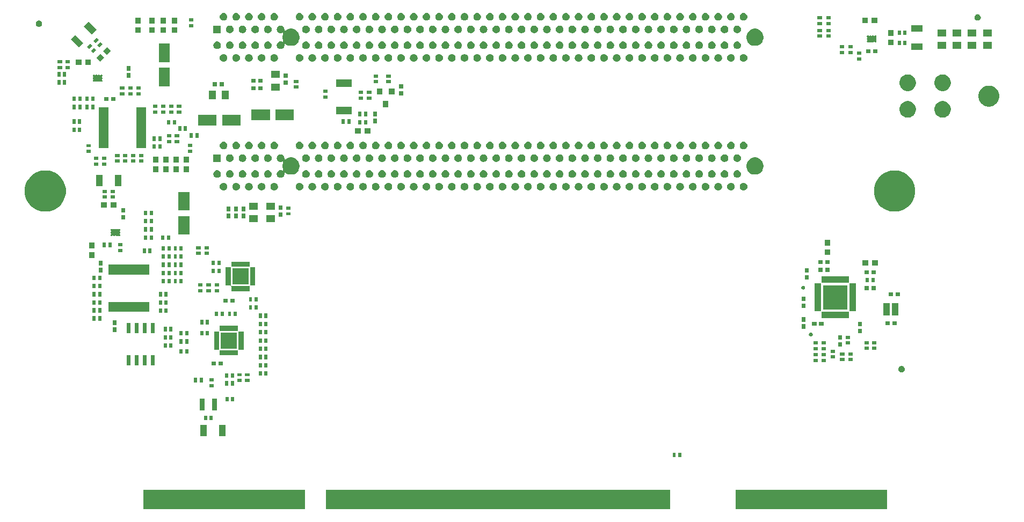
<source format=gbr>
G04 #@! TF.GenerationSoftware,KiCad,Pcbnew,(5.1.6)-1*
G04 #@! TF.CreationDate,2021-11-02T14:31:17+01:00*
G04 #@! TF.ProjectId,Riser Tioga Pass 2OU 2xPCIe x16,52697365-7220-4546-996f-676120506173,rev?*
G04 #@! TF.SameCoordinates,PX328b740PY3211620*
G04 #@! TF.FileFunction,Soldermask,Top*
G04 #@! TF.FilePolarity,Negative*
%FSLAX46Y46*%
G04 Gerber Fmt 4.6, Leading zero omitted, Abs format (unit mm)*
G04 Created by KiCad (PCBNEW (5.1.6)-1) date 2021-11-02 14:31:17*
%MOMM*%
%LPD*%
G01*
G04 APERTURE LIST*
%ADD10C,0.100000*%
G04 APERTURE END LIST*
D10*
G36*
X41921000Y-76631000D02*
G01*
X16469000Y-76631000D01*
X16469000Y-73529000D01*
X41921000Y-73529000D01*
X41921000Y-76631000D01*
G37*
G36*
X99521000Y-76631000D02*
G01*
X45269000Y-76631000D01*
X45269000Y-73529000D01*
X99521000Y-73529000D01*
X99521000Y-76631000D01*
G37*
G36*
X133721000Y-76631000D02*
G01*
X109869000Y-76631000D01*
X109869000Y-73529000D01*
X133721000Y-73529000D01*
X133721000Y-76631000D01*
G37*
G36*
X101301000Y-68401000D02*
G01*
X100799000Y-68401000D01*
X100799000Y-67699000D01*
X101301000Y-67699000D01*
X101301000Y-68401000D01*
G37*
G36*
X100401000Y-68401000D02*
G01*
X99899000Y-68401000D01*
X99899000Y-67699000D01*
X100401000Y-67699000D01*
X100401000Y-68401000D01*
G37*
G36*
X26476000Y-65101000D02*
G01*
X25474000Y-65101000D01*
X25474000Y-63299000D01*
X26476000Y-63299000D01*
X26476000Y-65101000D01*
G37*
G36*
X29376000Y-65101000D02*
G01*
X28374000Y-65101000D01*
X28374000Y-63299000D01*
X29376000Y-63299000D01*
X29376000Y-65101000D01*
G37*
G36*
X26501000Y-62551000D02*
G01*
X25999000Y-62551000D01*
X25999000Y-61849000D01*
X26501000Y-61849000D01*
X26501000Y-62551000D01*
G37*
G36*
X27401000Y-62551000D02*
G01*
X26899000Y-62551000D01*
X26899000Y-61849000D01*
X27401000Y-61849000D01*
X27401000Y-62551000D01*
G37*
G36*
X28026000Y-61001000D02*
G01*
X27274000Y-61001000D01*
X27274000Y-59199000D01*
X28026000Y-59199000D01*
X28026000Y-61001000D01*
G37*
G36*
X26126000Y-61001000D02*
G01*
X25374000Y-61001000D01*
X25374000Y-59199000D01*
X26126000Y-59199000D01*
X26126000Y-61001000D01*
G37*
G36*
X29901000Y-59601000D02*
G01*
X29399000Y-59601000D01*
X29399000Y-58899000D01*
X29901000Y-58899000D01*
X29901000Y-59601000D01*
G37*
G36*
X30801000Y-59601000D02*
G01*
X30299000Y-59601000D01*
X30299000Y-58899000D01*
X30801000Y-58899000D01*
X30801000Y-59601000D01*
G37*
G36*
X27551000Y-57351000D02*
G01*
X26849000Y-57351000D01*
X26849000Y-56849000D01*
X27551000Y-56849000D01*
X27551000Y-57351000D01*
G37*
G36*
X29851000Y-57101000D02*
G01*
X29349000Y-57101000D01*
X29349000Y-56399000D01*
X29851000Y-56399000D01*
X29851000Y-57101000D01*
G37*
G36*
X30751000Y-57101000D02*
G01*
X30249000Y-57101000D01*
X30249000Y-56399000D01*
X30751000Y-56399000D01*
X30751000Y-57101000D01*
G37*
G36*
X24951000Y-56601000D02*
G01*
X24449000Y-56601000D01*
X24449000Y-55899000D01*
X24951000Y-55899000D01*
X24951000Y-56601000D01*
G37*
G36*
X25851000Y-56601000D02*
G01*
X25349000Y-56601000D01*
X25349000Y-55899000D01*
X25851000Y-55899000D01*
X25851000Y-56601000D01*
G37*
G36*
X31951000Y-56551000D02*
G01*
X31249000Y-56551000D01*
X31249000Y-56049000D01*
X31951000Y-56049000D01*
X31951000Y-56551000D01*
G37*
G36*
X33201000Y-56551000D02*
G01*
X32499000Y-56551000D01*
X32499000Y-56049000D01*
X33201000Y-56049000D01*
X33201000Y-56551000D01*
G37*
G36*
X27551000Y-56451000D02*
G01*
X26849000Y-56451000D01*
X26849000Y-55949000D01*
X27551000Y-55949000D01*
X27551000Y-56451000D01*
G37*
G36*
X30751000Y-55851000D02*
G01*
X30249000Y-55851000D01*
X30249000Y-55149000D01*
X30751000Y-55149000D01*
X30751000Y-55851000D01*
G37*
G36*
X29851000Y-55851000D02*
G01*
X29349000Y-55851000D01*
X29349000Y-55149000D01*
X29851000Y-55149000D01*
X29851000Y-55851000D01*
G37*
G36*
X31951000Y-55651000D02*
G01*
X31249000Y-55651000D01*
X31249000Y-55149000D01*
X31951000Y-55149000D01*
X31951000Y-55651000D01*
G37*
G36*
X33201000Y-55651000D02*
G01*
X32499000Y-55651000D01*
X32499000Y-55149000D01*
X33201000Y-55149000D01*
X33201000Y-55651000D01*
G37*
G36*
X36051000Y-55551000D02*
G01*
X35549000Y-55551000D01*
X35549000Y-54849000D01*
X36051000Y-54849000D01*
X36051000Y-55551000D01*
G37*
G36*
X35151000Y-55551000D02*
G01*
X34649000Y-55551000D01*
X34649000Y-54849000D01*
X35151000Y-54849000D01*
X35151000Y-55551000D01*
G37*
G36*
X136145843Y-54019214D02*
G01*
X136145846Y-54019215D01*
X136145845Y-54019215D01*
X136236839Y-54056906D01*
X136278063Y-54084451D01*
X136318730Y-54111624D01*
X136388376Y-54181270D01*
X136443095Y-54263163D01*
X136480786Y-54354157D01*
X136500000Y-54450753D01*
X136500000Y-54549247D01*
X136480786Y-54645843D01*
X136480785Y-54645845D01*
X136443094Y-54736839D01*
X136388375Y-54818731D01*
X136318731Y-54888375D01*
X136236839Y-54943094D01*
X136236838Y-54943095D01*
X136236837Y-54943095D01*
X136145843Y-54980786D01*
X136049247Y-55000000D01*
X135950753Y-55000000D01*
X135854157Y-54980786D01*
X135763163Y-54943095D01*
X135763162Y-54943095D01*
X135763161Y-54943094D01*
X135681269Y-54888375D01*
X135611625Y-54818731D01*
X135556906Y-54736839D01*
X135519215Y-54645845D01*
X135519214Y-54645843D01*
X135500000Y-54549247D01*
X135500000Y-54450753D01*
X135519214Y-54354157D01*
X135556905Y-54263163D01*
X135611624Y-54181270D01*
X135681270Y-54111624D01*
X135721937Y-54084451D01*
X135763161Y-54056906D01*
X135854155Y-54019215D01*
X135854154Y-54019215D01*
X135854157Y-54019214D01*
X135950753Y-54000000D01*
X136049247Y-54000000D01*
X136145843Y-54019214D01*
G37*
G36*
X36051000Y-54251000D02*
G01*
X35549000Y-54251000D01*
X35549000Y-53549000D01*
X36051000Y-53549000D01*
X36051000Y-54251000D01*
G37*
G36*
X35151000Y-54251000D02*
G01*
X34649000Y-54251000D01*
X34649000Y-53549000D01*
X35151000Y-53549000D01*
X35151000Y-54251000D01*
G37*
G36*
X29001000Y-53901000D02*
G01*
X28299000Y-53901000D01*
X28299000Y-53299000D01*
X29001000Y-53299000D01*
X29001000Y-53901000D01*
G37*
G36*
X27901000Y-53901000D02*
G01*
X27199000Y-53901000D01*
X27199000Y-53299000D01*
X27901000Y-53299000D01*
X27901000Y-53901000D01*
G37*
G36*
X18256000Y-53898000D02*
G01*
X17664000Y-53898000D01*
X17664000Y-52272000D01*
X18256000Y-52272000D01*
X18256000Y-53898000D01*
G37*
G36*
X16986000Y-53898000D02*
G01*
X16394000Y-53898000D01*
X16394000Y-52272000D01*
X16986000Y-52272000D01*
X16986000Y-53898000D01*
G37*
G36*
X15716000Y-53898000D02*
G01*
X15124000Y-53898000D01*
X15124000Y-52272000D01*
X15716000Y-52272000D01*
X15716000Y-53898000D01*
G37*
G36*
X14446000Y-53898000D02*
G01*
X13854000Y-53898000D01*
X13854000Y-52272000D01*
X14446000Y-52272000D01*
X14446000Y-53898000D01*
G37*
G36*
X122801000Y-53401000D02*
G01*
X122099000Y-53401000D01*
X122099000Y-52899000D01*
X122801000Y-52899000D01*
X122801000Y-53401000D01*
G37*
G36*
X124101000Y-53401000D02*
G01*
X123399000Y-53401000D01*
X123399000Y-52899000D01*
X124101000Y-52899000D01*
X124101000Y-53401000D01*
G37*
G36*
X127001000Y-53276000D02*
G01*
X126299000Y-53276000D01*
X126299000Y-52774000D01*
X127001000Y-52774000D01*
X127001000Y-53276000D01*
G37*
G36*
X128301000Y-53276000D02*
G01*
X127599000Y-53276000D01*
X127599000Y-52774000D01*
X128301000Y-52774000D01*
X128301000Y-53276000D01*
G37*
G36*
X36051000Y-52951000D02*
G01*
X35549000Y-52951000D01*
X35549000Y-52249000D01*
X36051000Y-52249000D01*
X36051000Y-52951000D01*
G37*
G36*
X35151000Y-52951000D02*
G01*
X34649000Y-52951000D01*
X34649000Y-52249000D01*
X35151000Y-52249000D01*
X35151000Y-52951000D01*
G37*
G36*
X125526000Y-52851000D02*
G01*
X124824000Y-52851000D01*
X124824000Y-52349000D01*
X125526000Y-52349000D01*
X125526000Y-52851000D01*
G37*
G36*
X122801000Y-52501000D02*
G01*
X122099000Y-52501000D01*
X122099000Y-51999000D01*
X122801000Y-51999000D01*
X122801000Y-52501000D01*
G37*
G36*
X124101000Y-52501000D02*
G01*
X123399000Y-52501000D01*
X123399000Y-51999000D01*
X124101000Y-51999000D01*
X124101000Y-52501000D01*
G37*
G36*
X127001000Y-52376000D02*
G01*
X126299000Y-52376000D01*
X126299000Y-51874000D01*
X127001000Y-51874000D01*
X127001000Y-52376000D01*
G37*
G36*
X128301000Y-52376000D02*
G01*
X127599000Y-52376000D01*
X127599000Y-51874000D01*
X128301000Y-51874000D01*
X128301000Y-52376000D01*
G37*
G36*
X31393402Y-51541613D02*
G01*
X31391000Y-51565999D01*
X31391000Y-52331000D01*
X28509000Y-52331000D01*
X28509000Y-51565999D01*
X28506598Y-51541613D01*
X28500060Y-51520060D01*
X28521613Y-51526598D01*
X28545999Y-51529000D01*
X31354001Y-51529000D01*
X31378387Y-51526598D01*
X31399940Y-51520060D01*
X31393402Y-51541613D01*
G37*
G36*
X23551000Y-52051000D02*
G01*
X23049000Y-52051000D01*
X23049000Y-51349000D01*
X23551000Y-51349000D01*
X23551000Y-52051000D01*
G37*
G36*
X22651000Y-52051000D02*
G01*
X22149000Y-52051000D01*
X22149000Y-51349000D01*
X22651000Y-51349000D01*
X22651000Y-52051000D01*
G37*
G36*
X125526000Y-51951000D02*
G01*
X124824000Y-51951000D01*
X124824000Y-51449000D01*
X125526000Y-51449000D01*
X125526000Y-51951000D01*
G37*
G36*
X36051000Y-51651000D02*
G01*
X35549000Y-51651000D01*
X35549000Y-50949000D01*
X36051000Y-50949000D01*
X36051000Y-51651000D01*
G37*
G36*
X35151000Y-51651000D02*
G01*
X34649000Y-51651000D01*
X34649000Y-50949000D01*
X35151000Y-50949000D01*
X35151000Y-51651000D01*
G37*
G36*
X124101000Y-51551000D02*
G01*
X123399000Y-51551000D01*
X123399000Y-51049000D01*
X124101000Y-51049000D01*
X124101000Y-51551000D01*
G37*
G36*
X122801000Y-51551000D02*
G01*
X122099000Y-51551000D01*
X122099000Y-51049000D01*
X122801000Y-51049000D01*
X122801000Y-51551000D01*
G37*
G36*
X130851000Y-51476000D02*
G01*
X130149000Y-51476000D01*
X130149000Y-50974000D01*
X130851000Y-50974000D01*
X130851000Y-51476000D01*
G37*
G36*
X132051000Y-51476000D02*
G01*
X131349000Y-51476000D01*
X131349000Y-50974000D01*
X132051000Y-50974000D01*
X132051000Y-51476000D01*
G37*
G36*
X31491613Y-48556598D02*
G01*
X31515999Y-48559000D01*
X32281000Y-48559000D01*
X32281000Y-51441000D01*
X31515999Y-51441000D01*
X31491613Y-51443402D01*
X31470060Y-51449940D01*
X31476598Y-51428387D01*
X31479000Y-51404001D01*
X31479000Y-48595999D01*
X31476598Y-48571613D01*
X31470060Y-48550060D01*
X31491613Y-48556598D01*
G37*
G36*
X28423402Y-48571613D02*
G01*
X28421000Y-48595999D01*
X28421000Y-51404001D01*
X28423402Y-51428387D01*
X28429940Y-51449940D01*
X28408387Y-51443402D01*
X28384001Y-51441000D01*
X27619000Y-51441000D01*
X27619000Y-48559000D01*
X28384001Y-48559000D01*
X28408387Y-48556598D01*
X28429940Y-48550060D01*
X28423402Y-48571613D01*
G37*
G36*
X31226000Y-51276000D02*
G01*
X28674000Y-51276000D01*
X28674000Y-48724000D01*
X31226000Y-48724000D01*
X31226000Y-51276000D01*
G37*
G36*
X21051000Y-51151000D02*
G01*
X20549000Y-51151000D01*
X20549000Y-50449000D01*
X21051000Y-50449000D01*
X21051000Y-51151000D01*
G37*
G36*
X20151000Y-51151000D02*
G01*
X19649000Y-51151000D01*
X19649000Y-50449000D01*
X20151000Y-50449000D01*
X20151000Y-51151000D01*
G37*
G36*
X126601000Y-50951000D02*
G01*
X125999000Y-50951000D01*
X125999000Y-50249000D01*
X126601000Y-50249000D01*
X126601000Y-50951000D01*
G37*
G36*
X127901000Y-50651000D02*
G01*
X127199000Y-50651000D01*
X127199000Y-50149000D01*
X127901000Y-50149000D01*
X127901000Y-50651000D01*
G37*
G36*
X124101000Y-50651000D02*
G01*
X123399000Y-50651000D01*
X123399000Y-50149000D01*
X124101000Y-50149000D01*
X124101000Y-50651000D01*
G37*
G36*
X122801000Y-50651000D02*
G01*
X122099000Y-50651000D01*
X122099000Y-50149000D01*
X122801000Y-50149000D01*
X122801000Y-50651000D01*
G37*
G36*
X132051000Y-50576000D02*
G01*
X131349000Y-50576000D01*
X131349000Y-50074000D01*
X132051000Y-50074000D01*
X132051000Y-50576000D01*
G37*
G36*
X130851000Y-50576000D02*
G01*
X130149000Y-50576000D01*
X130149000Y-50074000D01*
X130851000Y-50074000D01*
X130851000Y-50576000D01*
G37*
G36*
X23551000Y-50501000D02*
G01*
X23049000Y-50501000D01*
X23049000Y-49799000D01*
X23551000Y-49799000D01*
X23551000Y-50501000D01*
G37*
G36*
X22651000Y-50501000D02*
G01*
X22149000Y-50501000D01*
X22149000Y-49799000D01*
X22651000Y-49799000D01*
X22651000Y-50501000D01*
G37*
G36*
X36051000Y-50351000D02*
G01*
X35549000Y-50351000D01*
X35549000Y-49649000D01*
X36051000Y-49649000D01*
X36051000Y-50351000D01*
G37*
G36*
X35151000Y-50351000D02*
G01*
X34649000Y-50351000D01*
X34649000Y-49649000D01*
X35151000Y-49649000D01*
X35151000Y-50351000D01*
G37*
G36*
X126601000Y-49851000D02*
G01*
X125999000Y-49851000D01*
X125999000Y-49149000D01*
X126601000Y-49149000D01*
X126601000Y-49851000D01*
G37*
G36*
X21051000Y-49851000D02*
G01*
X20549000Y-49851000D01*
X20549000Y-49149000D01*
X21051000Y-49149000D01*
X21051000Y-49851000D01*
G37*
G36*
X20151000Y-49851000D02*
G01*
X19649000Y-49851000D01*
X19649000Y-49149000D01*
X20151000Y-49149000D01*
X20151000Y-49851000D01*
G37*
G36*
X127901000Y-49751000D02*
G01*
X127199000Y-49751000D01*
X127199000Y-49249000D01*
X127901000Y-49249000D01*
X127901000Y-49751000D01*
G37*
G36*
X121787797Y-48760567D02*
G01*
X121842575Y-48783257D01*
X121842577Y-48783258D01*
X121891876Y-48816198D01*
X121933802Y-48858124D01*
X121945746Y-48876000D01*
X121966743Y-48907425D01*
X121989433Y-48962203D01*
X122001000Y-49020353D01*
X122001000Y-49079647D01*
X121989433Y-49137797D01*
X121966743Y-49192575D01*
X121966742Y-49192577D01*
X121933802Y-49241876D01*
X121891876Y-49283802D01*
X121842577Y-49316742D01*
X121842576Y-49316743D01*
X121842575Y-49316743D01*
X121787797Y-49339433D01*
X121729647Y-49351000D01*
X121670353Y-49351000D01*
X121612203Y-49339433D01*
X121557425Y-49316743D01*
X121557424Y-49316743D01*
X121557423Y-49316742D01*
X121508124Y-49283802D01*
X121466198Y-49241876D01*
X121433258Y-49192577D01*
X121433257Y-49192575D01*
X121410567Y-49137797D01*
X121399000Y-49079647D01*
X121399000Y-49020353D01*
X121410567Y-48962203D01*
X121433257Y-48907425D01*
X121454254Y-48876000D01*
X121466198Y-48858124D01*
X121508124Y-48816198D01*
X121557423Y-48783258D01*
X121557425Y-48783257D01*
X121612203Y-48760567D01*
X121670353Y-48749000D01*
X121729647Y-48749000D01*
X121787797Y-48760567D01*
G37*
G36*
X23551000Y-49201000D02*
G01*
X23049000Y-49201000D01*
X23049000Y-48499000D01*
X23551000Y-48499000D01*
X23551000Y-49201000D01*
G37*
G36*
X22651000Y-49201000D02*
G01*
X22149000Y-49201000D01*
X22149000Y-48499000D01*
X22651000Y-48499000D01*
X22651000Y-49201000D01*
G37*
G36*
X25901000Y-49201000D02*
G01*
X25399000Y-49201000D01*
X25399000Y-48499000D01*
X25901000Y-48499000D01*
X25901000Y-49201000D01*
G37*
G36*
X26801000Y-49201000D02*
G01*
X26299000Y-49201000D01*
X26299000Y-48499000D01*
X26801000Y-48499000D01*
X26801000Y-49201000D01*
G37*
G36*
X36051000Y-49051000D02*
G01*
X35549000Y-49051000D01*
X35549000Y-48349000D01*
X36051000Y-48349000D01*
X36051000Y-49051000D01*
G37*
G36*
X35151000Y-49051000D02*
G01*
X34649000Y-49051000D01*
X34649000Y-48349000D01*
X35151000Y-48349000D01*
X35151000Y-49051000D01*
G37*
G36*
X129751000Y-48876000D02*
G01*
X129149000Y-48876000D01*
X129149000Y-48174000D01*
X129751000Y-48174000D01*
X129751000Y-48876000D01*
G37*
G36*
X18256000Y-48818000D02*
G01*
X17664000Y-48818000D01*
X17664000Y-47192000D01*
X18256000Y-47192000D01*
X18256000Y-48818000D01*
G37*
G36*
X14446000Y-48818000D02*
G01*
X13854000Y-48818000D01*
X13854000Y-47192000D01*
X14446000Y-47192000D01*
X14446000Y-48818000D01*
G37*
G36*
X16986000Y-48818000D02*
G01*
X16394000Y-48818000D01*
X16394000Y-47192000D01*
X16986000Y-47192000D01*
X16986000Y-48818000D01*
G37*
G36*
X15716000Y-48818000D02*
G01*
X15124000Y-48818000D01*
X15124000Y-47192000D01*
X15716000Y-47192000D01*
X15716000Y-48818000D01*
G37*
G36*
X12201000Y-48651000D02*
G01*
X11599000Y-48651000D01*
X11599000Y-47949000D01*
X12201000Y-47949000D01*
X12201000Y-48651000D01*
G37*
G36*
X20151000Y-48551000D02*
G01*
X19649000Y-48551000D01*
X19649000Y-47849000D01*
X20151000Y-47849000D01*
X20151000Y-48551000D01*
G37*
G36*
X21051000Y-48551000D02*
G01*
X20549000Y-48551000D01*
X20549000Y-47849000D01*
X21051000Y-47849000D01*
X21051000Y-48551000D01*
G37*
G36*
X31391000Y-48434001D02*
G01*
X31393402Y-48458387D01*
X31399940Y-48479940D01*
X31378387Y-48473402D01*
X31354001Y-48471000D01*
X28545999Y-48471000D01*
X28521613Y-48473402D01*
X28500060Y-48479940D01*
X28506598Y-48458387D01*
X28509000Y-48434001D01*
X28509000Y-47669000D01*
X31391000Y-47669000D01*
X31391000Y-48434001D01*
G37*
G36*
X120851000Y-48126000D02*
G01*
X120249000Y-48126000D01*
X120249000Y-47424000D01*
X120851000Y-47424000D01*
X120851000Y-48126000D01*
G37*
G36*
X129751000Y-47776000D02*
G01*
X129149000Y-47776000D01*
X129149000Y-47074000D01*
X129751000Y-47074000D01*
X129751000Y-47776000D01*
G37*
G36*
X36051000Y-47751000D02*
G01*
X35549000Y-47751000D01*
X35549000Y-47049000D01*
X36051000Y-47049000D01*
X36051000Y-47751000D01*
G37*
G36*
X35151000Y-47751000D02*
G01*
X34649000Y-47751000D01*
X34649000Y-47049000D01*
X35151000Y-47049000D01*
X35151000Y-47751000D01*
G37*
G36*
X123701000Y-47651000D02*
G01*
X122999000Y-47651000D01*
X122999000Y-47049000D01*
X123701000Y-47049000D01*
X123701000Y-47651000D01*
G37*
G36*
X122601000Y-47651000D02*
G01*
X121899000Y-47651000D01*
X121899000Y-47049000D01*
X122601000Y-47049000D01*
X122601000Y-47651000D01*
G37*
G36*
X135251000Y-47551000D02*
G01*
X134549000Y-47551000D01*
X134549000Y-46949000D01*
X135251000Y-46949000D01*
X135251000Y-47551000D01*
G37*
G36*
X134151000Y-47551000D02*
G01*
X133449000Y-47551000D01*
X133449000Y-46949000D01*
X134151000Y-46949000D01*
X134151000Y-47551000D01*
G37*
G36*
X12201000Y-47551000D02*
G01*
X11599000Y-47551000D01*
X11599000Y-46849000D01*
X12201000Y-46849000D01*
X12201000Y-47551000D01*
G37*
G36*
X26801000Y-47451000D02*
G01*
X26299000Y-47451000D01*
X26299000Y-46749000D01*
X26801000Y-46749000D01*
X26801000Y-47451000D01*
G37*
G36*
X25901000Y-47451000D02*
G01*
X25399000Y-47451000D01*
X25399000Y-46749000D01*
X25901000Y-46749000D01*
X25901000Y-47451000D01*
G37*
G36*
X120851000Y-47026000D02*
G01*
X120249000Y-47026000D01*
X120249000Y-46324000D01*
X120851000Y-46324000D01*
X120851000Y-47026000D01*
G37*
G36*
X9851000Y-46851000D02*
G01*
X9349000Y-46851000D01*
X9349000Y-46149000D01*
X9851000Y-46149000D01*
X9851000Y-46851000D01*
G37*
G36*
X8951000Y-46851000D02*
G01*
X8449000Y-46851000D01*
X8449000Y-46149000D01*
X8951000Y-46149000D01*
X8951000Y-46851000D01*
G37*
G36*
X36051000Y-46451000D02*
G01*
X35549000Y-46451000D01*
X35549000Y-45749000D01*
X36051000Y-45749000D01*
X36051000Y-46451000D01*
G37*
G36*
X35151000Y-46451000D02*
G01*
X34649000Y-46451000D01*
X34649000Y-45749000D01*
X35151000Y-45749000D01*
X35151000Y-46451000D01*
G37*
G36*
X127750515Y-45443164D02*
G01*
X127743402Y-45466613D01*
X127741000Y-45490999D01*
X127741000Y-46451000D01*
X123359000Y-46451000D01*
X123359000Y-45490999D01*
X123356598Y-45466613D01*
X123349485Y-45443164D01*
X123345261Y-45435261D01*
X123353164Y-45439485D01*
X123376613Y-45446598D01*
X123400999Y-45449000D01*
X127699001Y-45449000D01*
X127723387Y-45446598D01*
X127746836Y-45439485D01*
X127754739Y-45435261D01*
X127750515Y-45443164D01*
G37*
G36*
X28251000Y-46151000D02*
G01*
X27749000Y-46151000D01*
X27749000Y-45449000D01*
X28251000Y-45449000D01*
X28251000Y-46151000D01*
G37*
G36*
X29151000Y-46151000D02*
G01*
X28649000Y-46151000D01*
X28649000Y-45449000D01*
X29151000Y-45449000D01*
X29151000Y-46151000D01*
G37*
G36*
X31201000Y-46151000D02*
G01*
X30699000Y-46151000D01*
X30699000Y-45449000D01*
X31201000Y-45449000D01*
X31201000Y-46151000D01*
G37*
G36*
X30301000Y-46151000D02*
G01*
X29799000Y-46151000D01*
X29799000Y-45449000D01*
X30301000Y-45449000D01*
X30301000Y-46151000D01*
G37*
G36*
X134126000Y-46076000D02*
G01*
X133124000Y-46076000D01*
X133124000Y-44074000D01*
X134126000Y-44074000D01*
X134126000Y-46076000D01*
G37*
G36*
X135526000Y-46076000D02*
G01*
X134524000Y-46076000D01*
X134524000Y-44074000D01*
X135526000Y-44074000D01*
X135526000Y-46076000D01*
G37*
G36*
X19401000Y-45651000D02*
G01*
X18899000Y-45651000D01*
X18899000Y-44949000D01*
X19401000Y-44949000D01*
X19401000Y-45651000D01*
G37*
G36*
X20301000Y-45651000D02*
G01*
X19799000Y-45651000D01*
X19799000Y-44949000D01*
X20301000Y-44949000D01*
X20301000Y-45651000D01*
G37*
G36*
X9851000Y-45601000D02*
G01*
X9349000Y-45601000D01*
X9349000Y-44899000D01*
X9851000Y-44899000D01*
X9851000Y-45601000D01*
G37*
G36*
X8951000Y-45601000D02*
G01*
X8449000Y-45601000D01*
X8449000Y-44899000D01*
X8951000Y-44899000D01*
X8951000Y-45601000D01*
G37*
G36*
X17351000Y-45476000D02*
G01*
X10949000Y-45476000D01*
X10949000Y-43924000D01*
X17351000Y-43924000D01*
X17351000Y-45476000D01*
G37*
G36*
X127818164Y-40974485D02*
G01*
X127841613Y-40981598D01*
X127865999Y-40984000D01*
X128826000Y-40984000D01*
X128826000Y-45366000D01*
X127865999Y-45366000D01*
X127841613Y-45368402D01*
X127818164Y-45375515D01*
X127810261Y-45379739D01*
X127814485Y-45371836D01*
X127821598Y-45348387D01*
X127824000Y-45324001D01*
X127824000Y-41025999D01*
X127821598Y-41001613D01*
X127814485Y-40978164D01*
X127810261Y-40970261D01*
X127818164Y-40974485D01*
G37*
G36*
X123285515Y-40978164D02*
G01*
X123278402Y-41001613D01*
X123276000Y-41025999D01*
X123276000Y-45324001D01*
X123278402Y-45348387D01*
X123285515Y-45371836D01*
X123289739Y-45379739D01*
X123281836Y-45375515D01*
X123258387Y-45368402D01*
X123234001Y-45366000D01*
X122274000Y-45366000D01*
X122274000Y-40984000D01*
X123234001Y-40984000D01*
X123258387Y-40981598D01*
X123281836Y-40974485D01*
X123289739Y-40970261D01*
X123285515Y-40978164D01*
G37*
G36*
X34501000Y-45101000D02*
G01*
X33999000Y-45101000D01*
X33999000Y-44399000D01*
X34501000Y-44399000D01*
X34501000Y-45101000D01*
G37*
G36*
X33601000Y-45101000D02*
G01*
X33099000Y-45101000D01*
X33099000Y-44399000D01*
X33601000Y-44399000D01*
X33601000Y-45101000D01*
G37*
G36*
X127451000Y-45076000D02*
G01*
X123649000Y-45076000D01*
X123649000Y-41274000D01*
X127451000Y-41274000D01*
X127451000Y-45076000D01*
G37*
G36*
X120851000Y-44851000D02*
G01*
X120249000Y-44851000D01*
X120249000Y-44149000D01*
X120851000Y-44149000D01*
X120851000Y-44851000D01*
G37*
G36*
X8951000Y-44351000D02*
G01*
X8449000Y-44351000D01*
X8449000Y-43649000D01*
X8951000Y-43649000D01*
X8951000Y-44351000D01*
G37*
G36*
X9851000Y-44351000D02*
G01*
X9349000Y-44351000D01*
X9349000Y-43649000D01*
X9851000Y-43649000D01*
X9851000Y-44351000D01*
G37*
G36*
X19401000Y-44351000D02*
G01*
X18899000Y-44351000D01*
X18899000Y-43649000D01*
X19401000Y-43649000D01*
X19401000Y-44351000D01*
G37*
G36*
X20301000Y-44351000D02*
G01*
X19799000Y-44351000D01*
X19799000Y-43649000D01*
X20301000Y-43649000D01*
X20301000Y-44351000D01*
G37*
G36*
X29751000Y-44001000D02*
G01*
X29049000Y-44001000D01*
X29049000Y-43399000D01*
X29751000Y-43399000D01*
X29751000Y-44001000D01*
G37*
G36*
X30851000Y-44001000D02*
G01*
X30149000Y-44001000D01*
X30149000Y-43399000D01*
X30851000Y-43399000D01*
X30851000Y-44001000D01*
G37*
G36*
X34501000Y-43851000D02*
G01*
X33999000Y-43851000D01*
X33999000Y-43149000D01*
X34501000Y-43149000D01*
X34501000Y-43851000D01*
G37*
G36*
X33601000Y-43851000D02*
G01*
X33099000Y-43851000D01*
X33099000Y-43149000D01*
X33601000Y-43149000D01*
X33601000Y-43851000D01*
G37*
G36*
X120851000Y-43751000D02*
G01*
X120249000Y-43751000D01*
X120249000Y-43049000D01*
X120851000Y-43049000D01*
X120851000Y-43751000D01*
G37*
G36*
X9851000Y-43051000D02*
G01*
X9349000Y-43051000D01*
X9349000Y-42349000D01*
X9851000Y-42349000D01*
X9851000Y-43051000D01*
G37*
G36*
X19401000Y-43051000D02*
G01*
X18899000Y-43051000D01*
X18899000Y-42349000D01*
X19401000Y-42349000D01*
X19401000Y-43051000D01*
G37*
G36*
X8951000Y-43051000D02*
G01*
X8449000Y-43051000D01*
X8449000Y-42349000D01*
X8951000Y-42349000D01*
X8951000Y-43051000D01*
G37*
G36*
X20301000Y-43051000D02*
G01*
X19799000Y-43051000D01*
X19799000Y-42349000D01*
X20301000Y-42349000D01*
X20301000Y-43051000D01*
G37*
G36*
X134651000Y-42976000D02*
G01*
X133949000Y-42976000D01*
X133949000Y-42374000D01*
X134651000Y-42374000D01*
X134651000Y-42976000D01*
G37*
G36*
X135751000Y-42976000D02*
G01*
X135049000Y-42976000D01*
X135049000Y-42374000D01*
X135751000Y-42374000D01*
X135751000Y-42976000D01*
G37*
G36*
X28401000Y-42401000D02*
G01*
X27699000Y-42401000D01*
X27699000Y-41899000D01*
X28401000Y-41899000D01*
X28401000Y-42401000D01*
G37*
G36*
X27101000Y-42401000D02*
G01*
X26399000Y-42401000D01*
X26399000Y-41899000D01*
X27101000Y-41899000D01*
X27101000Y-42401000D01*
G37*
G36*
X25801000Y-42401000D02*
G01*
X25099000Y-42401000D01*
X25099000Y-41899000D01*
X25801000Y-41899000D01*
X25801000Y-42401000D01*
G37*
G36*
X33193402Y-41441613D02*
G01*
X33191000Y-41465999D01*
X33191000Y-42231000D01*
X30309000Y-42231000D01*
X30309000Y-41465999D01*
X30306598Y-41441613D01*
X30300060Y-41420060D01*
X30321613Y-41426598D01*
X30345999Y-41429000D01*
X33154001Y-41429000D01*
X33178387Y-41426598D01*
X33199940Y-41420060D01*
X33193402Y-41441613D01*
G37*
G36*
X130851000Y-42026000D02*
G01*
X130149000Y-42026000D01*
X130149000Y-41424000D01*
X130851000Y-41424000D01*
X130851000Y-42026000D01*
G37*
G36*
X131951000Y-42026000D02*
G01*
X131249000Y-42026000D01*
X131249000Y-41424000D01*
X131951000Y-41424000D01*
X131951000Y-42026000D01*
G37*
G36*
X120587797Y-41360567D02*
G01*
X120642575Y-41383257D01*
X120642577Y-41383258D01*
X120691876Y-41416198D01*
X120733802Y-41458124D01*
X120762450Y-41501000D01*
X120766743Y-41507425D01*
X120789433Y-41562203D01*
X120801000Y-41620353D01*
X120801000Y-41679647D01*
X120789433Y-41737797D01*
X120783964Y-41751000D01*
X120766742Y-41792577D01*
X120733802Y-41841876D01*
X120691876Y-41883802D01*
X120642577Y-41916742D01*
X120642576Y-41916743D01*
X120642575Y-41916743D01*
X120587797Y-41939433D01*
X120529647Y-41951000D01*
X120470353Y-41951000D01*
X120412203Y-41939433D01*
X120357425Y-41916743D01*
X120357424Y-41916743D01*
X120357423Y-41916742D01*
X120308124Y-41883802D01*
X120266198Y-41841876D01*
X120233258Y-41792577D01*
X120216036Y-41751000D01*
X120210567Y-41737797D01*
X120199000Y-41679647D01*
X120199000Y-41620353D01*
X120210567Y-41562203D01*
X120233257Y-41507425D01*
X120237550Y-41501000D01*
X120266198Y-41458124D01*
X120308124Y-41416198D01*
X120357423Y-41383258D01*
X120357425Y-41383257D01*
X120412203Y-41360567D01*
X120470353Y-41349000D01*
X120529647Y-41349000D01*
X120587797Y-41360567D01*
G37*
G36*
X9851000Y-41751000D02*
G01*
X9349000Y-41751000D01*
X9349000Y-41049000D01*
X9851000Y-41049000D01*
X9851000Y-41751000D01*
G37*
G36*
X8951000Y-41751000D02*
G01*
X8449000Y-41751000D01*
X8449000Y-41049000D01*
X8951000Y-41049000D01*
X8951000Y-41751000D01*
G37*
G36*
X28401000Y-41501000D02*
G01*
X27699000Y-41501000D01*
X27699000Y-40999000D01*
X28401000Y-40999000D01*
X28401000Y-41501000D01*
G37*
G36*
X27101000Y-41501000D02*
G01*
X26399000Y-41501000D01*
X26399000Y-40999000D01*
X27101000Y-40999000D01*
X27101000Y-41501000D01*
G37*
G36*
X25801000Y-41501000D02*
G01*
X25099000Y-41501000D01*
X25099000Y-40999000D01*
X25801000Y-40999000D01*
X25801000Y-41501000D01*
G37*
G36*
X30223402Y-38471613D02*
G01*
X30221000Y-38495999D01*
X30221000Y-41304001D01*
X30223402Y-41328387D01*
X30229940Y-41349940D01*
X30208387Y-41343402D01*
X30184001Y-41341000D01*
X29419000Y-41341000D01*
X29419000Y-38459000D01*
X30184001Y-38459000D01*
X30208387Y-38456598D01*
X30229940Y-38450060D01*
X30223402Y-38471613D01*
G37*
G36*
X33291613Y-38456598D02*
G01*
X33315999Y-38459000D01*
X34081000Y-38459000D01*
X34081000Y-41341000D01*
X33315999Y-41341000D01*
X33291613Y-41343402D01*
X33270060Y-41349940D01*
X33276598Y-41328387D01*
X33279000Y-41304001D01*
X33279000Y-38495999D01*
X33276598Y-38471613D01*
X33270060Y-38450060D01*
X33291613Y-38456598D01*
G37*
G36*
X33026000Y-41176000D02*
G01*
X30474000Y-41176000D01*
X30474000Y-38624000D01*
X33026000Y-38624000D01*
X33026000Y-41176000D01*
G37*
G36*
X19851000Y-41001000D02*
G01*
X19349000Y-41001000D01*
X19349000Y-40299000D01*
X19851000Y-40299000D01*
X19851000Y-41001000D01*
G37*
G36*
X20751000Y-41001000D02*
G01*
X20249000Y-41001000D01*
X20249000Y-40299000D01*
X20751000Y-40299000D01*
X20751000Y-41001000D01*
G37*
G36*
X21751000Y-41001000D02*
G01*
X21249000Y-41001000D01*
X21249000Y-40299000D01*
X21751000Y-40299000D01*
X21751000Y-41001000D01*
G37*
G36*
X22651000Y-41001000D02*
G01*
X22149000Y-41001000D01*
X22149000Y-40299000D01*
X22651000Y-40299000D01*
X22651000Y-41001000D01*
G37*
G36*
X127741000Y-40859001D02*
G01*
X127743402Y-40883387D01*
X127750515Y-40906836D01*
X127754739Y-40914739D01*
X127746836Y-40910515D01*
X127723387Y-40903402D01*
X127699001Y-40901000D01*
X123400999Y-40901000D01*
X123376613Y-40903402D01*
X123353164Y-40910515D01*
X123345261Y-40914739D01*
X123349485Y-40906836D01*
X123356598Y-40883387D01*
X123359000Y-40859001D01*
X123359000Y-39899000D01*
X127741000Y-39899000D01*
X127741000Y-40859001D01*
G37*
G36*
X131751000Y-40826000D02*
G01*
X131249000Y-40826000D01*
X131249000Y-40124000D01*
X131751000Y-40124000D01*
X131751000Y-40826000D01*
G37*
G36*
X130851000Y-40826000D02*
G01*
X130349000Y-40826000D01*
X130349000Y-40124000D01*
X130851000Y-40124000D01*
X130851000Y-40826000D01*
G37*
G36*
X9851000Y-40451000D02*
G01*
X9349000Y-40451000D01*
X9349000Y-39749000D01*
X9851000Y-39749000D01*
X9851000Y-40451000D01*
G37*
G36*
X8951000Y-40451000D02*
G01*
X8449000Y-40451000D01*
X8449000Y-39749000D01*
X8951000Y-39749000D01*
X8951000Y-40451000D01*
G37*
G36*
X121401000Y-40376000D02*
G01*
X120799000Y-40376000D01*
X120799000Y-39674000D01*
X121401000Y-39674000D01*
X121401000Y-40376000D01*
G37*
G36*
X21751000Y-39701000D02*
G01*
X21249000Y-39701000D01*
X21249000Y-38999000D01*
X21751000Y-38999000D01*
X21751000Y-39701000D01*
G37*
G36*
X22651000Y-39701000D02*
G01*
X22149000Y-39701000D01*
X22149000Y-38999000D01*
X22651000Y-38999000D01*
X22651000Y-39701000D01*
G37*
G36*
X19851000Y-39701000D02*
G01*
X19349000Y-39701000D01*
X19349000Y-38999000D01*
X19851000Y-38999000D01*
X19851000Y-39701000D01*
G37*
G36*
X20751000Y-39701000D02*
G01*
X20249000Y-39701000D01*
X20249000Y-38999000D01*
X20751000Y-38999000D01*
X20751000Y-39701000D01*
G37*
G36*
X17351000Y-39576000D02*
G01*
X10949000Y-39576000D01*
X10949000Y-38024000D01*
X17351000Y-38024000D01*
X17351000Y-39576000D01*
G37*
G36*
X130851000Y-39501000D02*
G01*
X130149000Y-39501000D01*
X130149000Y-38899000D01*
X130851000Y-38899000D01*
X130851000Y-39501000D01*
G37*
G36*
X131951000Y-39501000D02*
G01*
X131249000Y-39501000D01*
X131249000Y-38899000D01*
X131951000Y-38899000D01*
X131951000Y-39501000D01*
G37*
G36*
X28651000Y-39351000D02*
G01*
X28149000Y-39351000D01*
X28149000Y-38649000D01*
X28651000Y-38649000D01*
X28651000Y-39351000D01*
G37*
G36*
X27751000Y-39351000D02*
G01*
X27249000Y-39351000D01*
X27249000Y-38649000D01*
X27751000Y-38649000D01*
X27751000Y-39351000D01*
G37*
G36*
X121401000Y-39276000D02*
G01*
X120799000Y-39276000D01*
X120799000Y-38574000D01*
X121401000Y-38574000D01*
X121401000Y-39276000D01*
G37*
G36*
X10051000Y-39251000D02*
G01*
X9449000Y-39251000D01*
X9449000Y-38549000D01*
X10051000Y-38549000D01*
X10051000Y-39251000D01*
G37*
G36*
X124651000Y-39151000D02*
G01*
X123949000Y-39151000D01*
X123949000Y-38549000D01*
X124651000Y-38549000D01*
X124651000Y-39151000D01*
G37*
G36*
X123551000Y-39151000D02*
G01*
X122849000Y-39151000D01*
X122849000Y-38549000D01*
X123551000Y-38549000D01*
X123551000Y-39151000D01*
G37*
G36*
X21751000Y-38401000D02*
G01*
X21249000Y-38401000D01*
X21249000Y-37699000D01*
X21751000Y-37699000D01*
X21751000Y-38401000D01*
G37*
G36*
X22651000Y-38401000D02*
G01*
X22149000Y-38401000D01*
X22149000Y-37699000D01*
X22651000Y-37699000D01*
X22651000Y-38401000D01*
G37*
G36*
X19851000Y-38401000D02*
G01*
X19349000Y-38401000D01*
X19349000Y-37699000D01*
X19851000Y-37699000D01*
X19851000Y-38401000D01*
G37*
G36*
X20751000Y-38401000D02*
G01*
X20249000Y-38401000D01*
X20249000Y-37699000D01*
X20751000Y-37699000D01*
X20751000Y-38401000D01*
G37*
G36*
X33191000Y-38334001D02*
G01*
X33193402Y-38358387D01*
X33199940Y-38379940D01*
X33178387Y-38373402D01*
X33154001Y-38371000D01*
X30345999Y-38371000D01*
X30321613Y-38373402D01*
X30300060Y-38379940D01*
X30306598Y-38358387D01*
X30309000Y-38334001D01*
X30309000Y-37569000D01*
X33191000Y-37569000D01*
X33191000Y-38334001D01*
G37*
G36*
X132251000Y-38176000D02*
G01*
X131349000Y-38176000D01*
X131349000Y-37324000D01*
X132251000Y-37324000D01*
X132251000Y-38176000D01*
G37*
G36*
X130751000Y-38176000D02*
G01*
X129849000Y-38176000D01*
X129849000Y-37324000D01*
X130751000Y-37324000D01*
X130751000Y-38176000D01*
G37*
G36*
X10051000Y-38151000D02*
G01*
X9449000Y-38151000D01*
X9449000Y-37449000D01*
X10051000Y-37449000D01*
X10051000Y-38151000D01*
G37*
G36*
X27751000Y-38101000D02*
G01*
X27249000Y-38101000D01*
X27249000Y-37399000D01*
X27751000Y-37399000D01*
X27751000Y-38101000D01*
G37*
G36*
X28651000Y-38101000D02*
G01*
X28149000Y-38101000D01*
X28149000Y-37399000D01*
X28651000Y-37399000D01*
X28651000Y-38101000D01*
G37*
G36*
X124651000Y-37951000D02*
G01*
X123949000Y-37951000D01*
X123949000Y-37349000D01*
X124651000Y-37349000D01*
X124651000Y-37951000D01*
G37*
G36*
X123551000Y-37951000D02*
G01*
X122849000Y-37951000D01*
X122849000Y-37349000D01*
X123551000Y-37349000D01*
X123551000Y-37951000D01*
G37*
G36*
X22651000Y-37101000D02*
G01*
X22149000Y-37101000D01*
X22149000Y-36399000D01*
X22651000Y-36399000D01*
X22651000Y-37101000D01*
G37*
G36*
X20751000Y-37101000D02*
G01*
X20249000Y-37101000D01*
X20249000Y-36399000D01*
X20751000Y-36399000D01*
X20751000Y-37101000D01*
G37*
G36*
X19851000Y-37101000D02*
G01*
X19349000Y-37101000D01*
X19349000Y-36399000D01*
X19851000Y-36399000D01*
X19851000Y-37101000D01*
G37*
G36*
X21751000Y-37101000D02*
G01*
X21249000Y-37101000D01*
X21249000Y-36399000D01*
X21751000Y-36399000D01*
X21751000Y-37101000D01*
G37*
G36*
X8776000Y-36951000D02*
G01*
X7924000Y-36951000D01*
X7924000Y-36049000D01*
X8776000Y-36049000D01*
X8776000Y-36951000D01*
G37*
G36*
X124726000Y-36516300D02*
G01*
X123874000Y-36516300D01*
X123874000Y-35614300D01*
X124726000Y-35614300D01*
X124726000Y-36516300D01*
G37*
G36*
X25501000Y-36501000D02*
G01*
X24799000Y-36501000D01*
X24799000Y-35999000D01*
X25501000Y-35999000D01*
X25501000Y-36501000D01*
G37*
G36*
X26801000Y-36501000D02*
G01*
X26099000Y-36501000D01*
X26099000Y-35999000D01*
X26801000Y-35999000D01*
X26801000Y-36501000D01*
G37*
G36*
X16851000Y-36201000D02*
G01*
X16349000Y-36201000D01*
X16349000Y-35499000D01*
X16851000Y-35499000D01*
X16851000Y-36201000D01*
G37*
G36*
X17751000Y-36201000D02*
G01*
X17249000Y-36201000D01*
X17249000Y-35499000D01*
X17751000Y-35499000D01*
X17751000Y-36201000D01*
G37*
G36*
X13151000Y-36051000D02*
G01*
X12449000Y-36051000D01*
X12449000Y-35549000D01*
X13151000Y-35549000D01*
X13151000Y-36051000D01*
G37*
G36*
X20751000Y-35801000D02*
G01*
X20249000Y-35801000D01*
X20249000Y-35099000D01*
X20751000Y-35099000D01*
X20751000Y-35801000D01*
G37*
G36*
X21751000Y-35801000D02*
G01*
X21249000Y-35801000D01*
X21249000Y-35099000D01*
X21751000Y-35099000D01*
X21751000Y-35801000D01*
G37*
G36*
X22651000Y-35801000D02*
G01*
X22149000Y-35801000D01*
X22149000Y-35099000D01*
X22651000Y-35099000D01*
X22651000Y-35801000D01*
G37*
G36*
X19851000Y-35801000D02*
G01*
X19349000Y-35801000D01*
X19349000Y-35099000D01*
X19851000Y-35099000D01*
X19851000Y-35801000D01*
G37*
G36*
X26801000Y-35601000D02*
G01*
X26099000Y-35601000D01*
X26099000Y-35099000D01*
X26801000Y-35099000D01*
X26801000Y-35601000D01*
G37*
G36*
X25501000Y-35601000D02*
G01*
X24799000Y-35601000D01*
X24799000Y-35099000D01*
X25501000Y-35099000D01*
X25501000Y-35601000D01*
G37*
G36*
X8776000Y-35451000D02*
G01*
X7924000Y-35451000D01*
X7924000Y-34549000D01*
X8776000Y-34549000D01*
X8776000Y-35451000D01*
G37*
G36*
X10551000Y-35251000D02*
G01*
X10049000Y-35251000D01*
X10049000Y-34549000D01*
X10551000Y-34549000D01*
X10551000Y-35251000D01*
G37*
G36*
X11451000Y-35251000D02*
G01*
X10949000Y-35251000D01*
X10949000Y-34549000D01*
X11451000Y-34549000D01*
X11451000Y-35251000D01*
G37*
G36*
X13151000Y-35151000D02*
G01*
X12449000Y-35151000D01*
X12449000Y-34649000D01*
X13151000Y-34649000D01*
X13151000Y-35151000D01*
G37*
G36*
X124726000Y-35016300D02*
G01*
X123874000Y-35016300D01*
X123874000Y-34114300D01*
X124726000Y-34114300D01*
X124726000Y-35016300D01*
G37*
G36*
X17951000Y-34101000D02*
G01*
X17449000Y-34101000D01*
X17449000Y-33399000D01*
X17951000Y-33399000D01*
X17951000Y-34101000D01*
G37*
G36*
X17051000Y-34101000D02*
G01*
X16549000Y-34101000D01*
X16549000Y-33399000D01*
X17051000Y-33399000D01*
X17051000Y-34101000D01*
G37*
G36*
X20651000Y-34101000D02*
G01*
X20149000Y-34101000D01*
X20149000Y-33399000D01*
X20651000Y-33399000D01*
X20651000Y-34101000D01*
G37*
G36*
X19751000Y-34101000D02*
G01*
X19249000Y-34101000D01*
X19249000Y-33399000D01*
X19751000Y-33399000D01*
X19751000Y-34101000D01*
G37*
G36*
X11498422Y-32390379D02*
G01*
X11528628Y-32402891D01*
X11555818Y-32421059D01*
X11561612Y-32426853D01*
X11580554Y-32442398D01*
X11602165Y-32453949D01*
X11625614Y-32461062D01*
X11650000Y-32463464D01*
X11674386Y-32461062D01*
X11697835Y-32453949D01*
X11719446Y-32442398D01*
X11738388Y-32426853D01*
X11744182Y-32421059D01*
X11771372Y-32402891D01*
X11801578Y-32390379D01*
X11833649Y-32384000D01*
X11866351Y-32384000D01*
X11898422Y-32390379D01*
X11928628Y-32402891D01*
X11955818Y-32421059D01*
X11961612Y-32426853D01*
X11980554Y-32442398D01*
X12002165Y-32453949D01*
X12025614Y-32461062D01*
X12050000Y-32463464D01*
X12074386Y-32461062D01*
X12097835Y-32453949D01*
X12119446Y-32442398D01*
X12138388Y-32426853D01*
X12144182Y-32421059D01*
X12171372Y-32402891D01*
X12201578Y-32390379D01*
X12233649Y-32384000D01*
X12266351Y-32384000D01*
X12298422Y-32390379D01*
X12328628Y-32402891D01*
X12355818Y-32421059D01*
X12361612Y-32426853D01*
X12380554Y-32442398D01*
X12402165Y-32453949D01*
X12425614Y-32461062D01*
X12450000Y-32463464D01*
X12474386Y-32461062D01*
X12497835Y-32453949D01*
X12519446Y-32442398D01*
X12538388Y-32426853D01*
X12544182Y-32421059D01*
X12571372Y-32402891D01*
X12601578Y-32390379D01*
X12633649Y-32384000D01*
X12666351Y-32384000D01*
X12698422Y-32390379D01*
X12728628Y-32402891D01*
X12755818Y-32421059D01*
X12778941Y-32444182D01*
X12797109Y-32471372D01*
X12809621Y-32501578D01*
X12816000Y-32533649D01*
X12816000Y-32566351D01*
X12809621Y-32598422D01*
X12797109Y-32628628D01*
X12778941Y-32655818D01*
X12773147Y-32661612D01*
X12757602Y-32680554D01*
X12746051Y-32702165D01*
X12738938Y-32725614D01*
X12736536Y-32750000D01*
X12738938Y-32774386D01*
X12746051Y-32797835D01*
X12757602Y-32819446D01*
X12773147Y-32838388D01*
X12778941Y-32844182D01*
X12797109Y-32871372D01*
X12809621Y-32901578D01*
X12816000Y-32933649D01*
X12816000Y-32966351D01*
X12809621Y-32998422D01*
X12797109Y-33028628D01*
X12778941Y-33055818D01*
X12773147Y-33061612D01*
X12757602Y-33080554D01*
X12746051Y-33102165D01*
X12738938Y-33125614D01*
X12736536Y-33150000D01*
X12738938Y-33174386D01*
X12746051Y-33197835D01*
X12757602Y-33219446D01*
X12773147Y-33238388D01*
X12778941Y-33244182D01*
X12797109Y-33271372D01*
X12809621Y-33301578D01*
X12816000Y-33333649D01*
X12816000Y-33366351D01*
X12809621Y-33398422D01*
X12797109Y-33428628D01*
X12778941Y-33455818D01*
X12755818Y-33478941D01*
X12728628Y-33497109D01*
X12698422Y-33509621D01*
X12666351Y-33516000D01*
X12633649Y-33516000D01*
X12601578Y-33509621D01*
X12571372Y-33497109D01*
X12544182Y-33478941D01*
X12538388Y-33473147D01*
X12519446Y-33457602D01*
X12497835Y-33446051D01*
X12474386Y-33438938D01*
X12450000Y-33436536D01*
X12425614Y-33438938D01*
X12402165Y-33446051D01*
X12380554Y-33457602D01*
X12361612Y-33473147D01*
X12355818Y-33478941D01*
X12328628Y-33497109D01*
X12298422Y-33509621D01*
X12266351Y-33516000D01*
X12233649Y-33516000D01*
X12201578Y-33509621D01*
X12171372Y-33497109D01*
X12144182Y-33478941D01*
X12138388Y-33473147D01*
X12119446Y-33457602D01*
X12097835Y-33446051D01*
X12074386Y-33438938D01*
X12050000Y-33436536D01*
X12025614Y-33438938D01*
X12002165Y-33446051D01*
X11980554Y-33457602D01*
X11961612Y-33473147D01*
X11955818Y-33478941D01*
X11928628Y-33497109D01*
X11898422Y-33509621D01*
X11866351Y-33516000D01*
X11833649Y-33516000D01*
X11801578Y-33509621D01*
X11771372Y-33497109D01*
X11744182Y-33478941D01*
X11738388Y-33473147D01*
X11719446Y-33457602D01*
X11697835Y-33446051D01*
X11674386Y-33438938D01*
X11650000Y-33436536D01*
X11625614Y-33438938D01*
X11602165Y-33446051D01*
X11580554Y-33457602D01*
X11561612Y-33473147D01*
X11555818Y-33478941D01*
X11528628Y-33497109D01*
X11498422Y-33509621D01*
X11466351Y-33516000D01*
X11433649Y-33516000D01*
X11401578Y-33509621D01*
X11371372Y-33497109D01*
X11344182Y-33478941D01*
X11321059Y-33455818D01*
X11302891Y-33428628D01*
X11290379Y-33398422D01*
X11284000Y-33366351D01*
X11284000Y-33333649D01*
X11290379Y-33301578D01*
X11302891Y-33271372D01*
X11321059Y-33244182D01*
X11326853Y-33238388D01*
X11342398Y-33219446D01*
X11353949Y-33197835D01*
X11361062Y-33174386D01*
X11363464Y-33150000D01*
X11361062Y-33125614D01*
X11353949Y-33102165D01*
X11342398Y-33080554D01*
X11326853Y-33061612D01*
X11321059Y-33055818D01*
X11302891Y-33028628D01*
X11290379Y-32998422D01*
X11284000Y-32966351D01*
X11284000Y-32933649D01*
X11290379Y-32901578D01*
X11302891Y-32871372D01*
X11321059Y-32844182D01*
X11326853Y-32838388D01*
X11342398Y-32819446D01*
X11353949Y-32797835D01*
X11361062Y-32774386D01*
X11363464Y-32750000D01*
X11361062Y-32725614D01*
X11353949Y-32702165D01*
X11342398Y-32680554D01*
X11326853Y-32661612D01*
X11321059Y-32655818D01*
X11302891Y-32628628D01*
X11290379Y-32598422D01*
X11284000Y-32566351D01*
X11284000Y-32533649D01*
X11290379Y-32501578D01*
X11302891Y-32471372D01*
X11321059Y-32444182D01*
X11344182Y-32421059D01*
X11371372Y-32402891D01*
X11401578Y-32390379D01*
X11433649Y-32384000D01*
X11466351Y-32384000D01*
X11498422Y-32390379D01*
G37*
G36*
X23701000Y-33251000D02*
G01*
X21999000Y-33251000D01*
X21999000Y-30349000D01*
X23701000Y-30349000D01*
X23701000Y-33251000D01*
G37*
G36*
X17951000Y-32801000D02*
G01*
X17449000Y-32801000D01*
X17449000Y-32099000D01*
X17951000Y-32099000D01*
X17951000Y-32801000D01*
G37*
G36*
X17051000Y-32801000D02*
G01*
X16549000Y-32801000D01*
X16549000Y-32099000D01*
X17051000Y-32099000D01*
X17051000Y-32801000D01*
G37*
G36*
X17051000Y-31501000D02*
G01*
X16549000Y-31501000D01*
X16549000Y-30799000D01*
X17051000Y-30799000D01*
X17051000Y-31501000D01*
G37*
G36*
X17951000Y-31501000D02*
G01*
X17449000Y-31501000D01*
X17449000Y-30799000D01*
X17951000Y-30799000D01*
X17951000Y-31501000D01*
G37*
G36*
X34526000Y-31351000D02*
G01*
X33174000Y-31351000D01*
X33174000Y-30249000D01*
X34526000Y-30249000D01*
X34526000Y-31351000D01*
G37*
G36*
X37176000Y-31351000D02*
G01*
X35824000Y-31351000D01*
X35824000Y-30249000D01*
X37176000Y-30249000D01*
X37176000Y-31351000D01*
G37*
G36*
X13601000Y-30901000D02*
G01*
X12999000Y-30901000D01*
X12999000Y-30199000D01*
X13601000Y-30199000D01*
X13601000Y-30901000D01*
G37*
G36*
X32551000Y-30701000D02*
G01*
X31949000Y-30701000D01*
X31949000Y-29999000D01*
X32551000Y-29999000D01*
X32551000Y-30701000D01*
G37*
G36*
X30151000Y-30701000D02*
G01*
X29549000Y-30701000D01*
X29549000Y-29999000D01*
X30151000Y-29999000D01*
X30151000Y-30701000D01*
G37*
G36*
X31351000Y-30701000D02*
G01*
X30749000Y-30701000D01*
X30749000Y-29999000D01*
X31351000Y-29999000D01*
X31351000Y-30701000D01*
G37*
G36*
X38401000Y-30451000D02*
G01*
X37799000Y-30451000D01*
X37799000Y-29749000D01*
X38401000Y-29749000D01*
X38401000Y-30451000D01*
G37*
G36*
X39651000Y-30251000D02*
G01*
X38949000Y-30251000D01*
X38949000Y-29749000D01*
X39651000Y-29749000D01*
X39651000Y-30251000D01*
G37*
G36*
X17051000Y-30201000D02*
G01*
X16549000Y-30201000D01*
X16549000Y-29499000D01*
X17051000Y-29499000D01*
X17051000Y-30201000D01*
G37*
G36*
X17951000Y-30201000D02*
G01*
X17449000Y-30201000D01*
X17449000Y-29499000D01*
X17951000Y-29499000D01*
X17951000Y-30201000D01*
G37*
G36*
X13601000Y-29801000D02*
G01*
X12999000Y-29801000D01*
X12999000Y-29099000D01*
X13601000Y-29099000D01*
X13601000Y-29801000D01*
G37*
G36*
X135534239Y-23221467D02*
G01*
X135848282Y-23283934D01*
X136439926Y-23529001D01*
X136972392Y-23884784D01*
X137425216Y-24337608D01*
X137780999Y-24870074D01*
X138026066Y-25461718D01*
X138151000Y-26089804D01*
X138151000Y-26730196D01*
X138026066Y-27358282D01*
X137780999Y-27949926D01*
X137425216Y-28482392D01*
X136972392Y-28935216D01*
X136439926Y-29290999D01*
X135848282Y-29536066D01*
X135534239Y-29598533D01*
X135220197Y-29661000D01*
X134579803Y-29661000D01*
X134265761Y-29598533D01*
X133951718Y-29536066D01*
X133360074Y-29290999D01*
X132827608Y-28935216D01*
X132374784Y-28482392D01*
X132019001Y-27949926D01*
X131773934Y-27358282D01*
X131649000Y-26730196D01*
X131649000Y-26089804D01*
X131773934Y-25461718D01*
X132019001Y-24870074D01*
X132374784Y-24337608D01*
X132827608Y-23884784D01*
X133360074Y-23529001D01*
X133951718Y-23283934D01*
X134265761Y-23221467D01*
X134579803Y-23159000D01*
X135220197Y-23159000D01*
X135534239Y-23221467D01*
G37*
G36*
X1634142Y-23221467D02*
G01*
X1948185Y-23283934D01*
X2539829Y-23529001D01*
X3072295Y-23884784D01*
X3525119Y-24337608D01*
X3880902Y-24870074D01*
X4125969Y-25461718D01*
X4250903Y-26089804D01*
X4250903Y-26730196D01*
X4125969Y-27358282D01*
X3880902Y-27949926D01*
X3525119Y-28482392D01*
X3072295Y-28935216D01*
X2539829Y-29290999D01*
X1948185Y-29536066D01*
X1634142Y-29598533D01*
X1320100Y-29661000D01*
X679706Y-29661000D01*
X365664Y-29598533D01*
X51621Y-29536066D01*
X-540023Y-29290999D01*
X-1072489Y-28935216D01*
X-1525313Y-28482392D01*
X-1881096Y-27949926D01*
X-2126163Y-27358282D01*
X-2251097Y-26730196D01*
X-2251097Y-26089804D01*
X-2126163Y-25461718D01*
X-1881096Y-24870074D01*
X-1525313Y-24337608D01*
X-1072489Y-23884784D01*
X-540023Y-23529001D01*
X51621Y-23283934D01*
X365664Y-23221467D01*
X679706Y-23159000D01*
X1320100Y-23159000D01*
X1634142Y-23221467D01*
G37*
G36*
X32551000Y-29601000D02*
G01*
X31949000Y-29601000D01*
X31949000Y-28899000D01*
X32551000Y-28899000D01*
X32551000Y-29601000D01*
G37*
G36*
X31351000Y-29601000D02*
G01*
X30749000Y-29601000D01*
X30749000Y-28899000D01*
X31351000Y-28899000D01*
X31351000Y-29601000D01*
G37*
G36*
X30151000Y-29601000D02*
G01*
X29549000Y-29601000D01*
X29549000Y-28899000D01*
X30151000Y-28899000D01*
X30151000Y-29601000D01*
G37*
G36*
X23701000Y-29451000D02*
G01*
X21999000Y-29451000D01*
X21999000Y-26549000D01*
X23701000Y-26549000D01*
X23701000Y-29451000D01*
G37*
G36*
X39651000Y-29351000D02*
G01*
X38949000Y-29351000D01*
X38949000Y-28849000D01*
X39651000Y-28849000D01*
X39651000Y-29351000D01*
G37*
G36*
X34526000Y-29351000D02*
G01*
X33174000Y-29351000D01*
X33174000Y-28249000D01*
X34526000Y-28249000D01*
X34526000Y-29351000D01*
G37*
G36*
X37176000Y-29351000D02*
G01*
X35824000Y-29351000D01*
X35824000Y-28249000D01*
X37176000Y-28249000D01*
X37176000Y-29351000D01*
G37*
G36*
X38401000Y-29351000D02*
G01*
X37799000Y-29351000D01*
X37799000Y-28649000D01*
X38401000Y-28649000D01*
X38401000Y-29351000D01*
G37*
G36*
X10701000Y-29026000D02*
G01*
X9799000Y-29026000D01*
X9799000Y-28174000D01*
X10701000Y-28174000D01*
X10701000Y-29026000D01*
G37*
G36*
X12201000Y-29026000D02*
G01*
X11299000Y-29026000D01*
X11299000Y-28174000D01*
X12201000Y-28174000D01*
X12201000Y-29026000D01*
G37*
G36*
X12001000Y-27601000D02*
G01*
X11299000Y-27601000D01*
X11299000Y-27099000D01*
X12001000Y-27099000D01*
X12001000Y-27601000D01*
G37*
G36*
X10701000Y-27601000D02*
G01*
X9999000Y-27601000D01*
X9999000Y-27099000D01*
X10701000Y-27099000D01*
X10701000Y-27601000D01*
G37*
G36*
X10701000Y-26701000D02*
G01*
X9999000Y-26701000D01*
X9999000Y-26199000D01*
X10701000Y-26199000D01*
X10701000Y-26701000D01*
G37*
G36*
X12001000Y-26701000D02*
G01*
X11299000Y-26701000D01*
X11299000Y-26199000D01*
X12001000Y-26199000D01*
X12001000Y-26701000D01*
G37*
G36*
X87226601Y-25125397D02*
G01*
X87265305Y-25133096D01*
X87297340Y-25146365D01*
X87374680Y-25178400D01*
X87473115Y-25244173D01*
X87556827Y-25327885D01*
X87622600Y-25426320D01*
X87667904Y-25535696D01*
X87691000Y-25651805D01*
X87691000Y-25770195D01*
X87667904Y-25886304D01*
X87622600Y-25995680D01*
X87556827Y-26094115D01*
X87473115Y-26177827D01*
X87374680Y-26243600D01*
X87297340Y-26275635D01*
X87265305Y-26288904D01*
X87226601Y-26296603D01*
X87149195Y-26312000D01*
X87030805Y-26312000D01*
X86953399Y-26296603D01*
X86914695Y-26288904D01*
X86882660Y-26275635D01*
X86805320Y-26243600D01*
X86706885Y-26177827D01*
X86623173Y-26094115D01*
X86557400Y-25995680D01*
X86512096Y-25886304D01*
X86489000Y-25770195D01*
X86489000Y-25651805D01*
X86512096Y-25535696D01*
X86557400Y-25426320D01*
X86623173Y-25327885D01*
X86706885Y-25244173D01*
X86805320Y-25178400D01*
X86882660Y-25146365D01*
X86914695Y-25133096D01*
X86953399Y-25125397D01*
X87030805Y-25110000D01*
X87149195Y-25110000D01*
X87226601Y-25125397D01*
G37*
G36*
X89226601Y-25125397D02*
G01*
X89265305Y-25133096D01*
X89297340Y-25146365D01*
X89374680Y-25178400D01*
X89473115Y-25244173D01*
X89556827Y-25327885D01*
X89622600Y-25426320D01*
X89667904Y-25535696D01*
X89691000Y-25651805D01*
X89691000Y-25770195D01*
X89667904Y-25886304D01*
X89622600Y-25995680D01*
X89556827Y-26094115D01*
X89473115Y-26177827D01*
X89374680Y-26243600D01*
X89297340Y-26275635D01*
X89265305Y-26288904D01*
X89226601Y-26296603D01*
X89149195Y-26312000D01*
X89030805Y-26312000D01*
X88953399Y-26296603D01*
X88914695Y-26288904D01*
X88882660Y-26275635D01*
X88805320Y-26243600D01*
X88706885Y-26177827D01*
X88623173Y-26094115D01*
X88557400Y-25995680D01*
X88512096Y-25886304D01*
X88489000Y-25770195D01*
X88489000Y-25651805D01*
X88512096Y-25535696D01*
X88557400Y-25426320D01*
X88623173Y-25327885D01*
X88706885Y-25244173D01*
X88805320Y-25178400D01*
X88882660Y-25146365D01*
X88914695Y-25133096D01*
X88953399Y-25125397D01*
X89030805Y-25110000D01*
X89149195Y-25110000D01*
X89226601Y-25125397D01*
G37*
G36*
X61226601Y-25125397D02*
G01*
X61265305Y-25133096D01*
X61297340Y-25146365D01*
X61374680Y-25178400D01*
X61473115Y-25244173D01*
X61556827Y-25327885D01*
X61622600Y-25426320D01*
X61667904Y-25535696D01*
X61691000Y-25651805D01*
X61691000Y-25770195D01*
X61667904Y-25886304D01*
X61622600Y-25995680D01*
X61556827Y-26094115D01*
X61473115Y-26177827D01*
X61374680Y-26243600D01*
X61297340Y-26275635D01*
X61265305Y-26288904D01*
X61226601Y-26296603D01*
X61149195Y-26312000D01*
X61030805Y-26312000D01*
X60953399Y-26296603D01*
X60914695Y-26288904D01*
X60882660Y-26275635D01*
X60805320Y-26243600D01*
X60706885Y-26177827D01*
X60623173Y-26094115D01*
X60557400Y-25995680D01*
X60512096Y-25886304D01*
X60489000Y-25770195D01*
X60489000Y-25651805D01*
X60512096Y-25535696D01*
X60557400Y-25426320D01*
X60623173Y-25327885D01*
X60706885Y-25244173D01*
X60805320Y-25178400D01*
X60882660Y-25146365D01*
X60914695Y-25133096D01*
X60953399Y-25125397D01*
X61030805Y-25110000D01*
X61149195Y-25110000D01*
X61226601Y-25125397D01*
G37*
G36*
X103226601Y-25125397D02*
G01*
X103265305Y-25133096D01*
X103297340Y-25146365D01*
X103374680Y-25178400D01*
X103473115Y-25244173D01*
X103556827Y-25327885D01*
X103622600Y-25426320D01*
X103667904Y-25535696D01*
X103691000Y-25651805D01*
X103691000Y-25770195D01*
X103667904Y-25886304D01*
X103622600Y-25995680D01*
X103556827Y-26094115D01*
X103473115Y-26177827D01*
X103374680Y-26243600D01*
X103297340Y-26275635D01*
X103265305Y-26288904D01*
X103226601Y-26296603D01*
X103149195Y-26312000D01*
X103030805Y-26312000D01*
X102953399Y-26296603D01*
X102914695Y-26288904D01*
X102882660Y-26275635D01*
X102805320Y-26243600D01*
X102706885Y-26177827D01*
X102623173Y-26094115D01*
X102557400Y-25995680D01*
X102512096Y-25886304D01*
X102489000Y-25770195D01*
X102489000Y-25651805D01*
X102512096Y-25535696D01*
X102557400Y-25426320D01*
X102623173Y-25327885D01*
X102706885Y-25244173D01*
X102805320Y-25178400D01*
X102882660Y-25146365D01*
X102914695Y-25133096D01*
X102953399Y-25125397D01*
X103030805Y-25110000D01*
X103149195Y-25110000D01*
X103226601Y-25125397D01*
G37*
G36*
X101226601Y-25125397D02*
G01*
X101265305Y-25133096D01*
X101297340Y-25146365D01*
X101374680Y-25178400D01*
X101473115Y-25244173D01*
X101556827Y-25327885D01*
X101622600Y-25426320D01*
X101667904Y-25535696D01*
X101691000Y-25651805D01*
X101691000Y-25770195D01*
X101667904Y-25886304D01*
X101622600Y-25995680D01*
X101556827Y-26094115D01*
X101473115Y-26177827D01*
X101374680Y-26243600D01*
X101297340Y-26275635D01*
X101265305Y-26288904D01*
X101226601Y-26296603D01*
X101149195Y-26312000D01*
X101030805Y-26312000D01*
X100953399Y-26296603D01*
X100914695Y-26288904D01*
X100882660Y-26275635D01*
X100805320Y-26243600D01*
X100706885Y-26177827D01*
X100623173Y-26094115D01*
X100557400Y-25995680D01*
X100512096Y-25886304D01*
X100489000Y-25770195D01*
X100489000Y-25651805D01*
X100512096Y-25535696D01*
X100557400Y-25426320D01*
X100623173Y-25327885D01*
X100706885Y-25244173D01*
X100805320Y-25178400D01*
X100882660Y-25146365D01*
X100914695Y-25133096D01*
X100953399Y-25125397D01*
X101030805Y-25110000D01*
X101149195Y-25110000D01*
X101226601Y-25125397D01*
G37*
G36*
X99226601Y-25125397D02*
G01*
X99265305Y-25133096D01*
X99297340Y-25146365D01*
X99374680Y-25178400D01*
X99473115Y-25244173D01*
X99556827Y-25327885D01*
X99622600Y-25426320D01*
X99667904Y-25535696D01*
X99691000Y-25651805D01*
X99691000Y-25770195D01*
X99667904Y-25886304D01*
X99622600Y-25995680D01*
X99556827Y-26094115D01*
X99473115Y-26177827D01*
X99374680Y-26243600D01*
X99297340Y-26275635D01*
X99265305Y-26288904D01*
X99226601Y-26296603D01*
X99149195Y-26312000D01*
X99030805Y-26312000D01*
X98953399Y-26296603D01*
X98914695Y-26288904D01*
X98882660Y-26275635D01*
X98805320Y-26243600D01*
X98706885Y-26177827D01*
X98623173Y-26094115D01*
X98557400Y-25995680D01*
X98512096Y-25886304D01*
X98489000Y-25770195D01*
X98489000Y-25651805D01*
X98512096Y-25535696D01*
X98557400Y-25426320D01*
X98623173Y-25327885D01*
X98706885Y-25244173D01*
X98805320Y-25178400D01*
X98882660Y-25146365D01*
X98914695Y-25133096D01*
X98953399Y-25125397D01*
X99030805Y-25110000D01*
X99149195Y-25110000D01*
X99226601Y-25125397D01*
G37*
G36*
X97226601Y-25125397D02*
G01*
X97265305Y-25133096D01*
X97297340Y-25146365D01*
X97374680Y-25178400D01*
X97473115Y-25244173D01*
X97556827Y-25327885D01*
X97622600Y-25426320D01*
X97667904Y-25535696D01*
X97691000Y-25651805D01*
X97691000Y-25770195D01*
X97667904Y-25886304D01*
X97622600Y-25995680D01*
X97556827Y-26094115D01*
X97473115Y-26177827D01*
X97374680Y-26243600D01*
X97297340Y-26275635D01*
X97265305Y-26288904D01*
X97226601Y-26296603D01*
X97149195Y-26312000D01*
X97030805Y-26312000D01*
X96953399Y-26296603D01*
X96914695Y-26288904D01*
X96882660Y-26275635D01*
X96805320Y-26243600D01*
X96706885Y-26177827D01*
X96623173Y-26094115D01*
X96557400Y-25995680D01*
X96512096Y-25886304D01*
X96489000Y-25770195D01*
X96489000Y-25651805D01*
X96512096Y-25535696D01*
X96557400Y-25426320D01*
X96623173Y-25327885D01*
X96706885Y-25244173D01*
X96805320Y-25178400D01*
X96882660Y-25146365D01*
X96914695Y-25133096D01*
X96953399Y-25125397D01*
X97030805Y-25110000D01*
X97149195Y-25110000D01*
X97226601Y-25125397D01*
G37*
G36*
X95226601Y-25125397D02*
G01*
X95265305Y-25133096D01*
X95297340Y-25146365D01*
X95374680Y-25178400D01*
X95473115Y-25244173D01*
X95556827Y-25327885D01*
X95622600Y-25426320D01*
X95667904Y-25535696D01*
X95691000Y-25651805D01*
X95691000Y-25770195D01*
X95667904Y-25886304D01*
X95622600Y-25995680D01*
X95556827Y-26094115D01*
X95473115Y-26177827D01*
X95374680Y-26243600D01*
X95297340Y-26275635D01*
X95265305Y-26288904D01*
X95226601Y-26296603D01*
X95149195Y-26312000D01*
X95030805Y-26312000D01*
X94953399Y-26296603D01*
X94914695Y-26288904D01*
X94882660Y-26275635D01*
X94805320Y-26243600D01*
X94706885Y-26177827D01*
X94623173Y-26094115D01*
X94557400Y-25995680D01*
X94512096Y-25886304D01*
X94489000Y-25770195D01*
X94489000Y-25651805D01*
X94512096Y-25535696D01*
X94557400Y-25426320D01*
X94623173Y-25327885D01*
X94706885Y-25244173D01*
X94805320Y-25178400D01*
X94882660Y-25146365D01*
X94914695Y-25133096D01*
X94953399Y-25125397D01*
X95030805Y-25110000D01*
X95149195Y-25110000D01*
X95226601Y-25125397D01*
G37*
G36*
X93226601Y-25125397D02*
G01*
X93265305Y-25133096D01*
X93297340Y-25146365D01*
X93374680Y-25178400D01*
X93473115Y-25244173D01*
X93556827Y-25327885D01*
X93622600Y-25426320D01*
X93667904Y-25535696D01*
X93691000Y-25651805D01*
X93691000Y-25770195D01*
X93667904Y-25886304D01*
X93622600Y-25995680D01*
X93556827Y-26094115D01*
X93473115Y-26177827D01*
X93374680Y-26243600D01*
X93297340Y-26275635D01*
X93265305Y-26288904D01*
X93226601Y-26296603D01*
X93149195Y-26312000D01*
X93030805Y-26312000D01*
X92953399Y-26296603D01*
X92914695Y-26288904D01*
X92882660Y-26275635D01*
X92805320Y-26243600D01*
X92706885Y-26177827D01*
X92623173Y-26094115D01*
X92557400Y-25995680D01*
X92512096Y-25886304D01*
X92489000Y-25770195D01*
X92489000Y-25651805D01*
X92512096Y-25535696D01*
X92557400Y-25426320D01*
X92623173Y-25327885D01*
X92706885Y-25244173D01*
X92805320Y-25178400D01*
X92882660Y-25146365D01*
X92914695Y-25133096D01*
X92953399Y-25125397D01*
X93030805Y-25110000D01*
X93149195Y-25110000D01*
X93226601Y-25125397D01*
G37*
G36*
X91226601Y-25125397D02*
G01*
X91265305Y-25133096D01*
X91297340Y-25146365D01*
X91374680Y-25178400D01*
X91473115Y-25244173D01*
X91556827Y-25327885D01*
X91622600Y-25426320D01*
X91667904Y-25535696D01*
X91691000Y-25651805D01*
X91691000Y-25770195D01*
X91667904Y-25886304D01*
X91622600Y-25995680D01*
X91556827Y-26094115D01*
X91473115Y-26177827D01*
X91374680Y-26243600D01*
X91297340Y-26275635D01*
X91265305Y-26288904D01*
X91226601Y-26296603D01*
X91149195Y-26312000D01*
X91030805Y-26312000D01*
X90953399Y-26296603D01*
X90914695Y-26288904D01*
X90882660Y-26275635D01*
X90805320Y-26243600D01*
X90706885Y-26177827D01*
X90623173Y-26094115D01*
X90557400Y-25995680D01*
X90512096Y-25886304D01*
X90489000Y-25770195D01*
X90489000Y-25651805D01*
X90512096Y-25535696D01*
X90557400Y-25426320D01*
X90623173Y-25327885D01*
X90706885Y-25244173D01*
X90805320Y-25178400D01*
X90882660Y-25146365D01*
X90914695Y-25133096D01*
X90953399Y-25125397D01*
X91030805Y-25110000D01*
X91149195Y-25110000D01*
X91226601Y-25125397D01*
G37*
G36*
X77226601Y-25125397D02*
G01*
X77265305Y-25133096D01*
X77297340Y-25146365D01*
X77374680Y-25178400D01*
X77473115Y-25244173D01*
X77556827Y-25327885D01*
X77622600Y-25426320D01*
X77667904Y-25535696D01*
X77691000Y-25651805D01*
X77691000Y-25770195D01*
X77667904Y-25886304D01*
X77622600Y-25995680D01*
X77556827Y-26094115D01*
X77473115Y-26177827D01*
X77374680Y-26243600D01*
X77297340Y-26275635D01*
X77265305Y-26288904D01*
X77226601Y-26296603D01*
X77149195Y-26312000D01*
X77030805Y-26312000D01*
X76953399Y-26296603D01*
X76914695Y-26288904D01*
X76882660Y-26275635D01*
X76805320Y-26243600D01*
X76706885Y-26177827D01*
X76623173Y-26094115D01*
X76557400Y-25995680D01*
X76512096Y-25886304D01*
X76489000Y-25770195D01*
X76489000Y-25651805D01*
X76512096Y-25535696D01*
X76557400Y-25426320D01*
X76623173Y-25327885D01*
X76706885Y-25244173D01*
X76805320Y-25178400D01*
X76882660Y-25146365D01*
X76914695Y-25133096D01*
X76953399Y-25125397D01*
X77030805Y-25110000D01*
X77149195Y-25110000D01*
X77226601Y-25125397D01*
G37*
G36*
X85226601Y-25125397D02*
G01*
X85265305Y-25133096D01*
X85297340Y-25146365D01*
X85374680Y-25178400D01*
X85473115Y-25244173D01*
X85556827Y-25327885D01*
X85622600Y-25426320D01*
X85667904Y-25535696D01*
X85691000Y-25651805D01*
X85691000Y-25770195D01*
X85667904Y-25886304D01*
X85622600Y-25995680D01*
X85556827Y-26094115D01*
X85473115Y-26177827D01*
X85374680Y-26243600D01*
X85297340Y-26275635D01*
X85265305Y-26288904D01*
X85226601Y-26296603D01*
X85149195Y-26312000D01*
X85030805Y-26312000D01*
X84953399Y-26296603D01*
X84914695Y-26288904D01*
X84882660Y-26275635D01*
X84805320Y-26243600D01*
X84706885Y-26177827D01*
X84623173Y-26094115D01*
X84557400Y-25995680D01*
X84512096Y-25886304D01*
X84489000Y-25770195D01*
X84489000Y-25651805D01*
X84512096Y-25535696D01*
X84557400Y-25426320D01*
X84623173Y-25327885D01*
X84706885Y-25244173D01*
X84805320Y-25178400D01*
X84882660Y-25146365D01*
X84914695Y-25133096D01*
X84953399Y-25125397D01*
X85030805Y-25110000D01*
X85149195Y-25110000D01*
X85226601Y-25125397D01*
G37*
G36*
X83226601Y-25125397D02*
G01*
X83265305Y-25133096D01*
X83297340Y-25146365D01*
X83374680Y-25178400D01*
X83473115Y-25244173D01*
X83556827Y-25327885D01*
X83622600Y-25426320D01*
X83667904Y-25535696D01*
X83691000Y-25651805D01*
X83691000Y-25770195D01*
X83667904Y-25886304D01*
X83622600Y-25995680D01*
X83556827Y-26094115D01*
X83473115Y-26177827D01*
X83374680Y-26243600D01*
X83297340Y-26275635D01*
X83265305Y-26288904D01*
X83226601Y-26296603D01*
X83149195Y-26312000D01*
X83030805Y-26312000D01*
X82953399Y-26296603D01*
X82914695Y-26288904D01*
X82882660Y-26275635D01*
X82805320Y-26243600D01*
X82706885Y-26177827D01*
X82623173Y-26094115D01*
X82557400Y-25995680D01*
X82512096Y-25886304D01*
X82489000Y-25770195D01*
X82489000Y-25651805D01*
X82512096Y-25535696D01*
X82557400Y-25426320D01*
X82623173Y-25327885D01*
X82706885Y-25244173D01*
X82805320Y-25178400D01*
X82882660Y-25146365D01*
X82914695Y-25133096D01*
X82953399Y-25125397D01*
X83030805Y-25110000D01*
X83149195Y-25110000D01*
X83226601Y-25125397D01*
G37*
G36*
X81226601Y-25125397D02*
G01*
X81265305Y-25133096D01*
X81297340Y-25146365D01*
X81374680Y-25178400D01*
X81473115Y-25244173D01*
X81556827Y-25327885D01*
X81622600Y-25426320D01*
X81667904Y-25535696D01*
X81691000Y-25651805D01*
X81691000Y-25770195D01*
X81667904Y-25886304D01*
X81622600Y-25995680D01*
X81556827Y-26094115D01*
X81473115Y-26177827D01*
X81374680Y-26243600D01*
X81297340Y-26275635D01*
X81265305Y-26288904D01*
X81226601Y-26296603D01*
X81149195Y-26312000D01*
X81030805Y-26312000D01*
X80953399Y-26296603D01*
X80914695Y-26288904D01*
X80882660Y-26275635D01*
X80805320Y-26243600D01*
X80706885Y-26177827D01*
X80623173Y-26094115D01*
X80557400Y-25995680D01*
X80512096Y-25886304D01*
X80489000Y-25770195D01*
X80489000Y-25651805D01*
X80512096Y-25535696D01*
X80557400Y-25426320D01*
X80623173Y-25327885D01*
X80706885Y-25244173D01*
X80805320Y-25178400D01*
X80882660Y-25146365D01*
X80914695Y-25133096D01*
X80953399Y-25125397D01*
X81030805Y-25110000D01*
X81149195Y-25110000D01*
X81226601Y-25125397D01*
G37*
G36*
X79226601Y-25125397D02*
G01*
X79265305Y-25133096D01*
X79297340Y-25146365D01*
X79374680Y-25178400D01*
X79473115Y-25244173D01*
X79556827Y-25327885D01*
X79622600Y-25426320D01*
X79667904Y-25535696D01*
X79691000Y-25651805D01*
X79691000Y-25770195D01*
X79667904Y-25886304D01*
X79622600Y-25995680D01*
X79556827Y-26094115D01*
X79473115Y-26177827D01*
X79374680Y-26243600D01*
X79297340Y-26275635D01*
X79265305Y-26288904D01*
X79226601Y-26296603D01*
X79149195Y-26312000D01*
X79030805Y-26312000D01*
X78953399Y-26296603D01*
X78914695Y-26288904D01*
X78882660Y-26275635D01*
X78805320Y-26243600D01*
X78706885Y-26177827D01*
X78623173Y-26094115D01*
X78557400Y-25995680D01*
X78512096Y-25886304D01*
X78489000Y-25770195D01*
X78489000Y-25651805D01*
X78512096Y-25535696D01*
X78557400Y-25426320D01*
X78623173Y-25327885D01*
X78706885Y-25244173D01*
X78805320Y-25178400D01*
X78882660Y-25146365D01*
X78914695Y-25133096D01*
X78953399Y-25125397D01*
X79030805Y-25110000D01*
X79149195Y-25110000D01*
X79226601Y-25125397D01*
G37*
G36*
X75226601Y-25125397D02*
G01*
X75265305Y-25133096D01*
X75297340Y-25146365D01*
X75374680Y-25178400D01*
X75473115Y-25244173D01*
X75556827Y-25327885D01*
X75622600Y-25426320D01*
X75667904Y-25535696D01*
X75691000Y-25651805D01*
X75691000Y-25770195D01*
X75667904Y-25886304D01*
X75622600Y-25995680D01*
X75556827Y-26094115D01*
X75473115Y-26177827D01*
X75374680Y-26243600D01*
X75297340Y-26275635D01*
X75265305Y-26288904D01*
X75226601Y-26296603D01*
X75149195Y-26312000D01*
X75030805Y-26312000D01*
X74953399Y-26296603D01*
X74914695Y-26288904D01*
X74882660Y-26275635D01*
X74805320Y-26243600D01*
X74706885Y-26177827D01*
X74623173Y-26094115D01*
X74557400Y-25995680D01*
X74512096Y-25886304D01*
X74489000Y-25770195D01*
X74489000Y-25651805D01*
X74512096Y-25535696D01*
X74557400Y-25426320D01*
X74623173Y-25327885D01*
X74706885Y-25244173D01*
X74805320Y-25178400D01*
X74882660Y-25146365D01*
X74914695Y-25133096D01*
X74953399Y-25125397D01*
X75030805Y-25110000D01*
X75149195Y-25110000D01*
X75226601Y-25125397D01*
G37*
G36*
X73226601Y-25125397D02*
G01*
X73265305Y-25133096D01*
X73297340Y-25146365D01*
X73374680Y-25178400D01*
X73473115Y-25244173D01*
X73556827Y-25327885D01*
X73622600Y-25426320D01*
X73667904Y-25535696D01*
X73691000Y-25651805D01*
X73691000Y-25770195D01*
X73667904Y-25886304D01*
X73622600Y-25995680D01*
X73556827Y-26094115D01*
X73473115Y-26177827D01*
X73374680Y-26243600D01*
X73297340Y-26275635D01*
X73265305Y-26288904D01*
X73226601Y-26296603D01*
X73149195Y-26312000D01*
X73030805Y-26312000D01*
X72953399Y-26296603D01*
X72914695Y-26288904D01*
X72882660Y-26275635D01*
X72805320Y-26243600D01*
X72706885Y-26177827D01*
X72623173Y-26094115D01*
X72557400Y-25995680D01*
X72512096Y-25886304D01*
X72489000Y-25770195D01*
X72489000Y-25651805D01*
X72512096Y-25535696D01*
X72557400Y-25426320D01*
X72623173Y-25327885D01*
X72706885Y-25244173D01*
X72805320Y-25178400D01*
X72882660Y-25146365D01*
X72914695Y-25133096D01*
X72953399Y-25125397D01*
X73030805Y-25110000D01*
X73149195Y-25110000D01*
X73226601Y-25125397D01*
G37*
G36*
X71226601Y-25125397D02*
G01*
X71265305Y-25133096D01*
X71297340Y-25146365D01*
X71374680Y-25178400D01*
X71473115Y-25244173D01*
X71556827Y-25327885D01*
X71622600Y-25426320D01*
X71667904Y-25535696D01*
X71691000Y-25651805D01*
X71691000Y-25770195D01*
X71667904Y-25886304D01*
X71622600Y-25995680D01*
X71556827Y-26094115D01*
X71473115Y-26177827D01*
X71374680Y-26243600D01*
X71297340Y-26275635D01*
X71265305Y-26288904D01*
X71226601Y-26296603D01*
X71149195Y-26312000D01*
X71030805Y-26312000D01*
X70953399Y-26296603D01*
X70914695Y-26288904D01*
X70882660Y-26275635D01*
X70805320Y-26243600D01*
X70706885Y-26177827D01*
X70623173Y-26094115D01*
X70557400Y-25995680D01*
X70512096Y-25886304D01*
X70489000Y-25770195D01*
X70489000Y-25651805D01*
X70512096Y-25535696D01*
X70557400Y-25426320D01*
X70623173Y-25327885D01*
X70706885Y-25244173D01*
X70805320Y-25178400D01*
X70882660Y-25146365D01*
X70914695Y-25133096D01*
X70953399Y-25125397D01*
X71030805Y-25110000D01*
X71149195Y-25110000D01*
X71226601Y-25125397D01*
G37*
G36*
X69226601Y-25125397D02*
G01*
X69265305Y-25133096D01*
X69297340Y-25146365D01*
X69374680Y-25178400D01*
X69473115Y-25244173D01*
X69556827Y-25327885D01*
X69622600Y-25426320D01*
X69667904Y-25535696D01*
X69691000Y-25651805D01*
X69691000Y-25770195D01*
X69667904Y-25886304D01*
X69622600Y-25995680D01*
X69556827Y-26094115D01*
X69473115Y-26177827D01*
X69374680Y-26243600D01*
X69297340Y-26275635D01*
X69265305Y-26288904D01*
X69226601Y-26296603D01*
X69149195Y-26312000D01*
X69030805Y-26312000D01*
X68953399Y-26296603D01*
X68914695Y-26288904D01*
X68882660Y-26275635D01*
X68805320Y-26243600D01*
X68706885Y-26177827D01*
X68623173Y-26094115D01*
X68557400Y-25995680D01*
X68512096Y-25886304D01*
X68489000Y-25770195D01*
X68489000Y-25651805D01*
X68512096Y-25535696D01*
X68557400Y-25426320D01*
X68623173Y-25327885D01*
X68706885Y-25244173D01*
X68805320Y-25178400D01*
X68882660Y-25146365D01*
X68914695Y-25133096D01*
X68953399Y-25125397D01*
X69030805Y-25110000D01*
X69149195Y-25110000D01*
X69226601Y-25125397D01*
G37*
G36*
X67226601Y-25125397D02*
G01*
X67265305Y-25133096D01*
X67297340Y-25146365D01*
X67374680Y-25178400D01*
X67473115Y-25244173D01*
X67556827Y-25327885D01*
X67622600Y-25426320D01*
X67667904Y-25535696D01*
X67691000Y-25651805D01*
X67691000Y-25770195D01*
X67667904Y-25886304D01*
X67622600Y-25995680D01*
X67556827Y-26094115D01*
X67473115Y-26177827D01*
X67374680Y-26243600D01*
X67297340Y-26275635D01*
X67265305Y-26288904D01*
X67226601Y-26296603D01*
X67149195Y-26312000D01*
X67030805Y-26312000D01*
X66953399Y-26296603D01*
X66914695Y-26288904D01*
X66882660Y-26275635D01*
X66805320Y-26243600D01*
X66706885Y-26177827D01*
X66623173Y-26094115D01*
X66557400Y-25995680D01*
X66512096Y-25886304D01*
X66489000Y-25770195D01*
X66489000Y-25651805D01*
X66512096Y-25535696D01*
X66557400Y-25426320D01*
X66623173Y-25327885D01*
X66706885Y-25244173D01*
X66805320Y-25178400D01*
X66882660Y-25146365D01*
X66914695Y-25133096D01*
X66953399Y-25125397D01*
X67030805Y-25110000D01*
X67149195Y-25110000D01*
X67226601Y-25125397D01*
G37*
G36*
X45226601Y-25125397D02*
G01*
X45265305Y-25133096D01*
X45297340Y-25146365D01*
X45374680Y-25178400D01*
X45473115Y-25244173D01*
X45556827Y-25327885D01*
X45622600Y-25426320D01*
X45667904Y-25535696D01*
X45691000Y-25651805D01*
X45691000Y-25770195D01*
X45667904Y-25886304D01*
X45622600Y-25995680D01*
X45556827Y-26094115D01*
X45473115Y-26177827D01*
X45374680Y-26243600D01*
X45297340Y-26275635D01*
X45265305Y-26288904D01*
X45226601Y-26296603D01*
X45149195Y-26312000D01*
X45030805Y-26312000D01*
X44953399Y-26296603D01*
X44914695Y-26288904D01*
X44882660Y-26275635D01*
X44805320Y-26243600D01*
X44706885Y-26177827D01*
X44623173Y-26094115D01*
X44557400Y-25995680D01*
X44512096Y-25886304D01*
X44489000Y-25770195D01*
X44489000Y-25651805D01*
X44512096Y-25535696D01*
X44557400Y-25426320D01*
X44623173Y-25327885D01*
X44706885Y-25244173D01*
X44805320Y-25178400D01*
X44882660Y-25146365D01*
X44914695Y-25133096D01*
X44953399Y-25125397D01*
X45030805Y-25110000D01*
X45149195Y-25110000D01*
X45226601Y-25125397D01*
G37*
G36*
X29226601Y-25125397D02*
G01*
X29265305Y-25133096D01*
X29297340Y-25146365D01*
X29374680Y-25178400D01*
X29473115Y-25244173D01*
X29556827Y-25327885D01*
X29622600Y-25426320D01*
X29667904Y-25535696D01*
X29691000Y-25651805D01*
X29691000Y-25770195D01*
X29667904Y-25886304D01*
X29622600Y-25995680D01*
X29556827Y-26094115D01*
X29473115Y-26177827D01*
X29374680Y-26243600D01*
X29297340Y-26275635D01*
X29265305Y-26288904D01*
X29226601Y-26296603D01*
X29149195Y-26312000D01*
X29030805Y-26312000D01*
X28953399Y-26296603D01*
X28914695Y-26288904D01*
X28882660Y-26275635D01*
X28805320Y-26243600D01*
X28706885Y-26177827D01*
X28623173Y-26094115D01*
X28557400Y-25995680D01*
X28512096Y-25886304D01*
X28489000Y-25770195D01*
X28489000Y-25651805D01*
X28512096Y-25535696D01*
X28557400Y-25426320D01*
X28623173Y-25327885D01*
X28706885Y-25244173D01*
X28805320Y-25178400D01*
X28882660Y-25146365D01*
X28914695Y-25133096D01*
X28953399Y-25125397D01*
X29030805Y-25110000D01*
X29149195Y-25110000D01*
X29226601Y-25125397D01*
G37*
G36*
X43226601Y-25125397D02*
G01*
X43265305Y-25133096D01*
X43297340Y-25146365D01*
X43374680Y-25178400D01*
X43473115Y-25244173D01*
X43556827Y-25327885D01*
X43622600Y-25426320D01*
X43667904Y-25535696D01*
X43691000Y-25651805D01*
X43691000Y-25770195D01*
X43667904Y-25886304D01*
X43622600Y-25995680D01*
X43556827Y-26094115D01*
X43473115Y-26177827D01*
X43374680Y-26243600D01*
X43297340Y-26275635D01*
X43265305Y-26288904D01*
X43226601Y-26296603D01*
X43149195Y-26312000D01*
X43030805Y-26312000D01*
X42953399Y-26296603D01*
X42914695Y-26288904D01*
X42882660Y-26275635D01*
X42805320Y-26243600D01*
X42706885Y-26177827D01*
X42623173Y-26094115D01*
X42557400Y-25995680D01*
X42512096Y-25886304D01*
X42489000Y-25770195D01*
X42489000Y-25651805D01*
X42512096Y-25535696D01*
X42557400Y-25426320D01*
X42623173Y-25327885D01*
X42706885Y-25244173D01*
X42805320Y-25178400D01*
X42882660Y-25146365D01*
X42914695Y-25133096D01*
X42953399Y-25125397D01*
X43030805Y-25110000D01*
X43149195Y-25110000D01*
X43226601Y-25125397D01*
G37*
G36*
X63226601Y-25125397D02*
G01*
X63265305Y-25133096D01*
X63297340Y-25146365D01*
X63374680Y-25178400D01*
X63473115Y-25244173D01*
X63556827Y-25327885D01*
X63622600Y-25426320D01*
X63667904Y-25535696D01*
X63691000Y-25651805D01*
X63691000Y-25770195D01*
X63667904Y-25886304D01*
X63622600Y-25995680D01*
X63556827Y-26094115D01*
X63473115Y-26177827D01*
X63374680Y-26243600D01*
X63297340Y-26275635D01*
X63265305Y-26288904D01*
X63226601Y-26296603D01*
X63149195Y-26312000D01*
X63030805Y-26312000D01*
X62953399Y-26296603D01*
X62914695Y-26288904D01*
X62882660Y-26275635D01*
X62805320Y-26243600D01*
X62706885Y-26177827D01*
X62623173Y-26094115D01*
X62557400Y-25995680D01*
X62512096Y-25886304D01*
X62489000Y-25770195D01*
X62489000Y-25651805D01*
X62512096Y-25535696D01*
X62557400Y-25426320D01*
X62623173Y-25327885D01*
X62706885Y-25244173D01*
X62805320Y-25178400D01*
X62882660Y-25146365D01*
X62914695Y-25133096D01*
X62953399Y-25125397D01*
X63030805Y-25110000D01*
X63149195Y-25110000D01*
X63226601Y-25125397D01*
G37*
G36*
X59226601Y-25125397D02*
G01*
X59265305Y-25133096D01*
X59297340Y-25146365D01*
X59374680Y-25178400D01*
X59473115Y-25244173D01*
X59556827Y-25327885D01*
X59622600Y-25426320D01*
X59667904Y-25535696D01*
X59691000Y-25651805D01*
X59691000Y-25770195D01*
X59667904Y-25886304D01*
X59622600Y-25995680D01*
X59556827Y-26094115D01*
X59473115Y-26177827D01*
X59374680Y-26243600D01*
X59297340Y-26275635D01*
X59265305Y-26288904D01*
X59226601Y-26296603D01*
X59149195Y-26312000D01*
X59030805Y-26312000D01*
X58953399Y-26296603D01*
X58914695Y-26288904D01*
X58882660Y-26275635D01*
X58805320Y-26243600D01*
X58706885Y-26177827D01*
X58623173Y-26094115D01*
X58557400Y-25995680D01*
X58512096Y-25886304D01*
X58489000Y-25770195D01*
X58489000Y-25651805D01*
X58512096Y-25535696D01*
X58557400Y-25426320D01*
X58623173Y-25327885D01*
X58706885Y-25244173D01*
X58805320Y-25178400D01*
X58882660Y-25146365D01*
X58914695Y-25133096D01*
X58953399Y-25125397D01*
X59030805Y-25110000D01*
X59149195Y-25110000D01*
X59226601Y-25125397D01*
G37*
G36*
X57226601Y-25125397D02*
G01*
X57265305Y-25133096D01*
X57297340Y-25146365D01*
X57374680Y-25178400D01*
X57473115Y-25244173D01*
X57556827Y-25327885D01*
X57622600Y-25426320D01*
X57667904Y-25535696D01*
X57691000Y-25651805D01*
X57691000Y-25770195D01*
X57667904Y-25886304D01*
X57622600Y-25995680D01*
X57556827Y-26094115D01*
X57473115Y-26177827D01*
X57374680Y-26243600D01*
X57297340Y-26275635D01*
X57265305Y-26288904D01*
X57226601Y-26296603D01*
X57149195Y-26312000D01*
X57030805Y-26312000D01*
X56953399Y-26296603D01*
X56914695Y-26288904D01*
X56882660Y-26275635D01*
X56805320Y-26243600D01*
X56706885Y-26177827D01*
X56623173Y-26094115D01*
X56557400Y-25995680D01*
X56512096Y-25886304D01*
X56489000Y-25770195D01*
X56489000Y-25651805D01*
X56512096Y-25535696D01*
X56557400Y-25426320D01*
X56623173Y-25327885D01*
X56706885Y-25244173D01*
X56805320Y-25178400D01*
X56882660Y-25146365D01*
X56914695Y-25133096D01*
X56953399Y-25125397D01*
X57030805Y-25110000D01*
X57149195Y-25110000D01*
X57226601Y-25125397D01*
G37*
G36*
X55226601Y-25125397D02*
G01*
X55265305Y-25133096D01*
X55297340Y-25146365D01*
X55374680Y-25178400D01*
X55473115Y-25244173D01*
X55556827Y-25327885D01*
X55622600Y-25426320D01*
X55667904Y-25535696D01*
X55691000Y-25651805D01*
X55691000Y-25770195D01*
X55667904Y-25886304D01*
X55622600Y-25995680D01*
X55556827Y-26094115D01*
X55473115Y-26177827D01*
X55374680Y-26243600D01*
X55297340Y-26275635D01*
X55265305Y-26288904D01*
X55226601Y-26296603D01*
X55149195Y-26312000D01*
X55030805Y-26312000D01*
X54953399Y-26296603D01*
X54914695Y-26288904D01*
X54882660Y-26275635D01*
X54805320Y-26243600D01*
X54706885Y-26177827D01*
X54623173Y-26094115D01*
X54557400Y-25995680D01*
X54512096Y-25886304D01*
X54489000Y-25770195D01*
X54489000Y-25651805D01*
X54512096Y-25535696D01*
X54557400Y-25426320D01*
X54623173Y-25327885D01*
X54706885Y-25244173D01*
X54805320Y-25178400D01*
X54882660Y-25146365D01*
X54914695Y-25133096D01*
X54953399Y-25125397D01*
X55030805Y-25110000D01*
X55149195Y-25110000D01*
X55226601Y-25125397D01*
G37*
G36*
X53226601Y-25125397D02*
G01*
X53265305Y-25133096D01*
X53297340Y-25146365D01*
X53374680Y-25178400D01*
X53473115Y-25244173D01*
X53556827Y-25327885D01*
X53622600Y-25426320D01*
X53667904Y-25535696D01*
X53691000Y-25651805D01*
X53691000Y-25770195D01*
X53667904Y-25886304D01*
X53622600Y-25995680D01*
X53556827Y-26094115D01*
X53473115Y-26177827D01*
X53374680Y-26243600D01*
X53297340Y-26275635D01*
X53265305Y-26288904D01*
X53226601Y-26296603D01*
X53149195Y-26312000D01*
X53030805Y-26312000D01*
X52953399Y-26296603D01*
X52914695Y-26288904D01*
X52882660Y-26275635D01*
X52805320Y-26243600D01*
X52706885Y-26177827D01*
X52623173Y-26094115D01*
X52557400Y-25995680D01*
X52512096Y-25886304D01*
X52489000Y-25770195D01*
X52489000Y-25651805D01*
X52512096Y-25535696D01*
X52557400Y-25426320D01*
X52623173Y-25327885D01*
X52706885Y-25244173D01*
X52805320Y-25178400D01*
X52882660Y-25146365D01*
X52914695Y-25133096D01*
X52953399Y-25125397D01*
X53030805Y-25110000D01*
X53149195Y-25110000D01*
X53226601Y-25125397D01*
G37*
G36*
X51226601Y-25125397D02*
G01*
X51265305Y-25133096D01*
X51297340Y-25146365D01*
X51374680Y-25178400D01*
X51473115Y-25244173D01*
X51556827Y-25327885D01*
X51622600Y-25426320D01*
X51667904Y-25535696D01*
X51691000Y-25651805D01*
X51691000Y-25770195D01*
X51667904Y-25886304D01*
X51622600Y-25995680D01*
X51556827Y-26094115D01*
X51473115Y-26177827D01*
X51374680Y-26243600D01*
X51297340Y-26275635D01*
X51265305Y-26288904D01*
X51226601Y-26296603D01*
X51149195Y-26312000D01*
X51030805Y-26312000D01*
X50953399Y-26296603D01*
X50914695Y-26288904D01*
X50882660Y-26275635D01*
X50805320Y-26243600D01*
X50706885Y-26177827D01*
X50623173Y-26094115D01*
X50557400Y-25995680D01*
X50512096Y-25886304D01*
X50489000Y-25770195D01*
X50489000Y-25651805D01*
X50512096Y-25535696D01*
X50557400Y-25426320D01*
X50623173Y-25327885D01*
X50706885Y-25244173D01*
X50805320Y-25178400D01*
X50882660Y-25146365D01*
X50914695Y-25133096D01*
X50953399Y-25125397D01*
X51030805Y-25110000D01*
X51149195Y-25110000D01*
X51226601Y-25125397D01*
G37*
G36*
X49226601Y-25125397D02*
G01*
X49265305Y-25133096D01*
X49297340Y-25146365D01*
X49374680Y-25178400D01*
X49473115Y-25244173D01*
X49556827Y-25327885D01*
X49622600Y-25426320D01*
X49667904Y-25535696D01*
X49691000Y-25651805D01*
X49691000Y-25770195D01*
X49667904Y-25886304D01*
X49622600Y-25995680D01*
X49556827Y-26094115D01*
X49473115Y-26177827D01*
X49374680Y-26243600D01*
X49297340Y-26275635D01*
X49265305Y-26288904D01*
X49226601Y-26296603D01*
X49149195Y-26312000D01*
X49030805Y-26312000D01*
X48953399Y-26296603D01*
X48914695Y-26288904D01*
X48882660Y-26275635D01*
X48805320Y-26243600D01*
X48706885Y-26177827D01*
X48623173Y-26094115D01*
X48557400Y-25995680D01*
X48512096Y-25886304D01*
X48489000Y-25770195D01*
X48489000Y-25651805D01*
X48512096Y-25535696D01*
X48557400Y-25426320D01*
X48623173Y-25327885D01*
X48706885Y-25244173D01*
X48805320Y-25178400D01*
X48882660Y-25146365D01*
X48914695Y-25133096D01*
X48953399Y-25125397D01*
X49030805Y-25110000D01*
X49149195Y-25110000D01*
X49226601Y-25125397D01*
G37*
G36*
X47226601Y-25125397D02*
G01*
X47265305Y-25133096D01*
X47297340Y-25146365D01*
X47374680Y-25178400D01*
X47473115Y-25244173D01*
X47556827Y-25327885D01*
X47622600Y-25426320D01*
X47667904Y-25535696D01*
X47691000Y-25651805D01*
X47691000Y-25770195D01*
X47667904Y-25886304D01*
X47622600Y-25995680D01*
X47556827Y-26094115D01*
X47473115Y-26177827D01*
X47374680Y-26243600D01*
X47297340Y-26275635D01*
X47265305Y-26288904D01*
X47226601Y-26296603D01*
X47149195Y-26312000D01*
X47030805Y-26312000D01*
X46953399Y-26296603D01*
X46914695Y-26288904D01*
X46882660Y-26275635D01*
X46805320Y-26243600D01*
X46706885Y-26177827D01*
X46623173Y-26094115D01*
X46557400Y-25995680D01*
X46512096Y-25886304D01*
X46489000Y-25770195D01*
X46489000Y-25651805D01*
X46512096Y-25535696D01*
X46557400Y-25426320D01*
X46623173Y-25327885D01*
X46706885Y-25244173D01*
X46805320Y-25178400D01*
X46882660Y-25146365D01*
X46914695Y-25133096D01*
X46953399Y-25125397D01*
X47030805Y-25110000D01*
X47149195Y-25110000D01*
X47226601Y-25125397D01*
G37*
G36*
X65226601Y-25125397D02*
G01*
X65265305Y-25133096D01*
X65297340Y-25146365D01*
X65374680Y-25178400D01*
X65473115Y-25244173D01*
X65556827Y-25327885D01*
X65622600Y-25426320D01*
X65667904Y-25535696D01*
X65691000Y-25651805D01*
X65691000Y-25770195D01*
X65667904Y-25886304D01*
X65622600Y-25995680D01*
X65556827Y-26094115D01*
X65473115Y-26177827D01*
X65374680Y-26243600D01*
X65297340Y-26275635D01*
X65265305Y-26288904D01*
X65226601Y-26296603D01*
X65149195Y-26312000D01*
X65030805Y-26312000D01*
X64953399Y-26296603D01*
X64914695Y-26288904D01*
X64882660Y-26275635D01*
X64805320Y-26243600D01*
X64706885Y-26177827D01*
X64623173Y-26094115D01*
X64557400Y-25995680D01*
X64512096Y-25886304D01*
X64489000Y-25770195D01*
X64489000Y-25651805D01*
X64512096Y-25535696D01*
X64557400Y-25426320D01*
X64623173Y-25327885D01*
X64706885Y-25244173D01*
X64805320Y-25178400D01*
X64882660Y-25146365D01*
X64914695Y-25133096D01*
X64953399Y-25125397D01*
X65030805Y-25110000D01*
X65149195Y-25110000D01*
X65226601Y-25125397D01*
G37*
G36*
X41226601Y-25125397D02*
G01*
X41265305Y-25133096D01*
X41297340Y-25146365D01*
X41374680Y-25178400D01*
X41473115Y-25244173D01*
X41556827Y-25327885D01*
X41622600Y-25426320D01*
X41667904Y-25535696D01*
X41691000Y-25651805D01*
X41691000Y-25770195D01*
X41667904Y-25886304D01*
X41622600Y-25995680D01*
X41556827Y-26094115D01*
X41473115Y-26177827D01*
X41374680Y-26243600D01*
X41297340Y-26275635D01*
X41265305Y-26288904D01*
X41226601Y-26296603D01*
X41149195Y-26312000D01*
X41030805Y-26312000D01*
X40953399Y-26296603D01*
X40914695Y-26288904D01*
X40882660Y-26275635D01*
X40805320Y-26243600D01*
X40706885Y-26177827D01*
X40623173Y-26094115D01*
X40557400Y-25995680D01*
X40512096Y-25886304D01*
X40489000Y-25770195D01*
X40489000Y-25651805D01*
X40512096Y-25535696D01*
X40557400Y-25426320D01*
X40623173Y-25327885D01*
X40706885Y-25244173D01*
X40805320Y-25178400D01*
X40882660Y-25146365D01*
X40914695Y-25133096D01*
X40953399Y-25125397D01*
X41030805Y-25110000D01*
X41149195Y-25110000D01*
X41226601Y-25125397D01*
G37*
G36*
X37226601Y-25125397D02*
G01*
X37265305Y-25133096D01*
X37297340Y-25146365D01*
X37374680Y-25178400D01*
X37473115Y-25244173D01*
X37556827Y-25327885D01*
X37622600Y-25426320D01*
X37667904Y-25535696D01*
X37691000Y-25651805D01*
X37691000Y-25770195D01*
X37667904Y-25886304D01*
X37622600Y-25995680D01*
X37556827Y-26094115D01*
X37473115Y-26177827D01*
X37374680Y-26243600D01*
X37297340Y-26275635D01*
X37265305Y-26288904D01*
X37226601Y-26296603D01*
X37149195Y-26312000D01*
X37030805Y-26312000D01*
X36953399Y-26296603D01*
X36914695Y-26288904D01*
X36882660Y-26275635D01*
X36805320Y-26243600D01*
X36706885Y-26177827D01*
X36623173Y-26094115D01*
X36557400Y-25995680D01*
X36512096Y-25886304D01*
X36489000Y-25770195D01*
X36489000Y-25651805D01*
X36512096Y-25535696D01*
X36557400Y-25426320D01*
X36623173Y-25327885D01*
X36706885Y-25244173D01*
X36805320Y-25178400D01*
X36882660Y-25146365D01*
X36914695Y-25133096D01*
X36953399Y-25125397D01*
X37030805Y-25110000D01*
X37149195Y-25110000D01*
X37226601Y-25125397D01*
G37*
G36*
X35226601Y-25125397D02*
G01*
X35265305Y-25133096D01*
X35297340Y-25146365D01*
X35374680Y-25178400D01*
X35473115Y-25244173D01*
X35556827Y-25327885D01*
X35622600Y-25426320D01*
X35667904Y-25535696D01*
X35691000Y-25651805D01*
X35691000Y-25770195D01*
X35667904Y-25886304D01*
X35622600Y-25995680D01*
X35556827Y-26094115D01*
X35473115Y-26177827D01*
X35374680Y-26243600D01*
X35297340Y-26275635D01*
X35265305Y-26288904D01*
X35226601Y-26296603D01*
X35149195Y-26312000D01*
X35030805Y-26312000D01*
X34953399Y-26296603D01*
X34914695Y-26288904D01*
X34882660Y-26275635D01*
X34805320Y-26243600D01*
X34706885Y-26177827D01*
X34623173Y-26094115D01*
X34557400Y-25995680D01*
X34512096Y-25886304D01*
X34489000Y-25770195D01*
X34489000Y-25651805D01*
X34512096Y-25535696D01*
X34557400Y-25426320D01*
X34623173Y-25327885D01*
X34706885Y-25244173D01*
X34805320Y-25178400D01*
X34882660Y-25146365D01*
X34914695Y-25133096D01*
X34953399Y-25125397D01*
X35030805Y-25110000D01*
X35149195Y-25110000D01*
X35226601Y-25125397D01*
G37*
G36*
X33226601Y-25125397D02*
G01*
X33265305Y-25133096D01*
X33297340Y-25146365D01*
X33374680Y-25178400D01*
X33473115Y-25244173D01*
X33556827Y-25327885D01*
X33622600Y-25426320D01*
X33667904Y-25535696D01*
X33691000Y-25651805D01*
X33691000Y-25770195D01*
X33667904Y-25886304D01*
X33622600Y-25995680D01*
X33556827Y-26094115D01*
X33473115Y-26177827D01*
X33374680Y-26243600D01*
X33297340Y-26275635D01*
X33265305Y-26288904D01*
X33226601Y-26296603D01*
X33149195Y-26312000D01*
X33030805Y-26312000D01*
X32953399Y-26296603D01*
X32914695Y-26288904D01*
X32882660Y-26275635D01*
X32805320Y-26243600D01*
X32706885Y-26177827D01*
X32623173Y-26094115D01*
X32557400Y-25995680D01*
X32512096Y-25886304D01*
X32489000Y-25770195D01*
X32489000Y-25651805D01*
X32512096Y-25535696D01*
X32557400Y-25426320D01*
X32623173Y-25327885D01*
X32706885Y-25244173D01*
X32805320Y-25178400D01*
X32882660Y-25146365D01*
X32914695Y-25133096D01*
X32953399Y-25125397D01*
X33030805Y-25110000D01*
X33149195Y-25110000D01*
X33226601Y-25125397D01*
G37*
G36*
X31226601Y-25125397D02*
G01*
X31265305Y-25133096D01*
X31297340Y-25146365D01*
X31374680Y-25178400D01*
X31473115Y-25244173D01*
X31556827Y-25327885D01*
X31622600Y-25426320D01*
X31667904Y-25535696D01*
X31691000Y-25651805D01*
X31691000Y-25770195D01*
X31667904Y-25886304D01*
X31622600Y-25995680D01*
X31556827Y-26094115D01*
X31473115Y-26177827D01*
X31374680Y-26243600D01*
X31297340Y-26275635D01*
X31265305Y-26288904D01*
X31226601Y-26296603D01*
X31149195Y-26312000D01*
X31030805Y-26312000D01*
X30953399Y-26296603D01*
X30914695Y-26288904D01*
X30882660Y-26275635D01*
X30805320Y-26243600D01*
X30706885Y-26177827D01*
X30623173Y-26094115D01*
X30557400Y-25995680D01*
X30512096Y-25886304D01*
X30489000Y-25770195D01*
X30489000Y-25651805D01*
X30512096Y-25535696D01*
X30557400Y-25426320D01*
X30623173Y-25327885D01*
X30706885Y-25244173D01*
X30805320Y-25178400D01*
X30882660Y-25146365D01*
X30914695Y-25133096D01*
X30953399Y-25125397D01*
X31030805Y-25110000D01*
X31149195Y-25110000D01*
X31226601Y-25125397D01*
G37*
G36*
X111226601Y-25125397D02*
G01*
X111265305Y-25133096D01*
X111297340Y-25146365D01*
X111374680Y-25178400D01*
X111473115Y-25244173D01*
X111556827Y-25327885D01*
X111622600Y-25426320D01*
X111667904Y-25535696D01*
X111691000Y-25651805D01*
X111691000Y-25770195D01*
X111667904Y-25886304D01*
X111622600Y-25995680D01*
X111556827Y-26094115D01*
X111473115Y-26177827D01*
X111374680Y-26243600D01*
X111297340Y-26275635D01*
X111265305Y-26288904D01*
X111226601Y-26296603D01*
X111149195Y-26312000D01*
X111030805Y-26312000D01*
X110953399Y-26296603D01*
X110914695Y-26288904D01*
X110882660Y-26275635D01*
X110805320Y-26243600D01*
X110706885Y-26177827D01*
X110623173Y-26094115D01*
X110557400Y-25995680D01*
X110512096Y-25886304D01*
X110489000Y-25770195D01*
X110489000Y-25651805D01*
X110512096Y-25535696D01*
X110557400Y-25426320D01*
X110623173Y-25327885D01*
X110706885Y-25244173D01*
X110805320Y-25178400D01*
X110882660Y-25146365D01*
X110914695Y-25133096D01*
X110953399Y-25125397D01*
X111030805Y-25110000D01*
X111149195Y-25110000D01*
X111226601Y-25125397D01*
G37*
G36*
X109226601Y-25125397D02*
G01*
X109265305Y-25133096D01*
X109297340Y-25146365D01*
X109374680Y-25178400D01*
X109473115Y-25244173D01*
X109556827Y-25327885D01*
X109622600Y-25426320D01*
X109667904Y-25535696D01*
X109691000Y-25651805D01*
X109691000Y-25770195D01*
X109667904Y-25886304D01*
X109622600Y-25995680D01*
X109556827Y-26094115D01*
X109473115Y-26177827D01*
X109374680Y-26243600D01*
X109297340Y-26275635D01*
X109265305Y-26288904D01*
X109226601Y-26296603D01*
X109149195Y-26312000D01*
X109030805Y-26312000D01*
X108953399Y-26296603D01*
X108914695Y-26288904D01*
X108882660Y-26275635D01*
X108805320Y-26243600D01*
X108706885Y-26177827D01*
X108623173Y-26094115D01*
X108557400Y-25995680D01*
X108512096Y-25886304D01*
X108489000Y-25770195D01*
X108489000Y-25651805D01*
X108512096Y-25535696D01*
X108557400Y-25426320D01*
X108623173Y-25327885D01*
X108706885Y-25244173D01*
X108805320Y-25178400D01*
X108882660Y-25146365D01*
X108914695Y-25133096D01*
X108953399Y-25125397D01*
X109030805Y-25110000D01*
X109149195Y-25110000D01*
X109226601Y-25125397D01*
G37*
G36*
X107226601Y-25125397D02*
G01*
X107265305Y-25133096D01*
X107297340Y-25146365D01*
X107374680Y-25178400D01*
X107473115Y-25244173D01*
X107556827Y-25327885D01*
X107622600Y-25426320D01*
X107667904Y-25535696D01*
X107691000Y-25651805D01*
X107691000Y-25770195D01*
X107667904Y-25886304D01*
X107622600Y-25995680D01*
X107556827Y-26094115D01*
X107473115Y-26177827D01*
X107374680Y-26243600D01*
X107297340Y-26275635D01*
X107265305Y-26288904D01*
X107226601Y-26296603D01*
X107149195Y-26312000D01*
X107030805Y-26312000D01*
X106953399Y-26296603D01*
X106914695Y-26288904D01*
X106882660Y-26275635D01*
X106805320Y-26243600D01*
X106706885Y-26177827D01*
X106623173Y-26094115D01*
X106557400Y-25995680D01*
X106512096Y-25886304D01*
X106489000Y-25770195D01*
X106489000Y-25651805D01*
X106512096Y-25535696D01*
X106557400Y-25426320D01*
X106623173Y-25327885D01*
X106706885Y-25244173D01*
X106805320Y-25178400D01*
X106882660Y-25146365D01*
X106914695Y-25133096D01*
X106953399Y-25125397D01*
X107030805Y-25110000D01*
X107149195Y-25110000D01*
X107226601Y-25125397D01*
G37*
G36*
X105226601Y-25125397D02*
G01*
X105265305Y-25133096D01*
X105297340Y-25146365D01*
X105374680Y-25178400D01*
X105473115Y-25244173D01*
X105556827Y-25327885D01*
X105622600Y-25426320D01*
X105667904Y-25535696D01*
X105691000Y-25651805D01*
X105691000Y-25770195D01*
X105667904Y-25886304D01*
X105622600Y-25995680D01*
X105556827Y-26094115D01*
X105473115Y-26177827D01*
X105374680Y-26243600D01*
X105297340Y-26275635D01*
X105265305Y-26288904D01*
X105226601Y-26296603D01*
X105149195Y-26312000D01*
X105030805Y-26312000D01*
X104953399Y-26296603D01*
X104914695Y-26288904D01*
X104882660Y-26275635D01*
X104805320Y-26243600D01*
X104706885Y-26177827D01*
X104623173Y-26094115D01*
X104557400Y-25995680D01*
X104512096Y-25886304D01*
X104489000Y-25770195D01*
X104489000Y-25651805D01*
X104512096Y-25535696D01*
X104557400Y-25426320D01*
X104623173Y-25327885D01*
X104706885Y-25244173D01*
X104805320Y-25178400D01*
X104882660Y-25146365D01*
X104914695Y-25133096D01*
X104953399Y-25125397D01*
X105030805Y-25110000D01*
X105149195Y-25110000D01*
X105226601Y-25125397D01*
G37*
G36*
X10051000Y-25651000D02*
G01*
X9049000Y-25651000D01*
X9049000Y-23849000D01*
X10051000Y-23849000D01*
X10051000Y-25651000D01*
G37*
G36*
X12951000Y-25651000D02*
G01*
X11949000Y-25651000D01*
X11949000Y-23849000D01*
X12951000Y-23849000D01*
X12951000Y-25651000D01*
G37*
G36*
X78226601Y-23125397D02*
G01*
X78265305Y-23133096D01*
X78297340Y-23146365D01*
X78374680Y-23178400D01*
X78473115Y-23244173D01*
X78556827Y-23327885D01*
X78622600Y-23426320D01*
X78654635Y-23503660D01*
X78667904Y-23535695D01*
X78691000Y-23651807D01*
X78691000Y-23770193D01*
X78668207Y-23884784D01*
X78667904Y-23886304D01*
X78622600Y-23995680D01*
X78556827Y-24094115D01*
X78473115Y-24177827D01*
X78374680Y-24243600D01*
X78297340Y-24275635D01*
X78265305Y-24288904D01*
X78226601Y-24296603D01*
X78149195Y-24312000D01*
X78030805Y-24312000D01*
X77953399Y-24296603D01*
X77914695Y-24288904D01*
X77882660Y-24275635D01*
X77805320Y-24243600D01*
X77706885Y-24177827D01*
X77623173Y-24094115D01*
X77557400Y-23995680D01*
X77512096Y-23886304D01*
X77511794Y-23884784D01*
X77489000Y-23770193D01*
X77489000Y-23651807D01*
X77512096Y-23535695D01*
X77525365Y-23503660D01*
X77557400Y-23426320D01*
X77623173Y-23327885D01*
X77706885Y-23244173D01*
X77805320Y-23178400D01*
X77882660Y-23146365D01*
X77914695Y-23133096D01*
X77953399Y-23125397D01*
X78030805Y-23110000D01*
X78149195Y-23110000D01*
X78226601Y-23125397D01*
G37*
G36*
X88226601Y-23125397D02*
G01*
X88265305Y-23133096D01*
X88297340Y-23146365D01*
X88374680Y-23178400D01*
X88473115Y-23244173D01*
X88556827Y-23327885D01*
X88622600Y-23426320D01*
X88654635Y-23503660D01*
X88667904Y-23535695D01*
X88691000Y-23651807D01*
X88691000Y-23770193D01*
X88668207Y-23884784D01*
X88667904Y-23886304D01*
X88622600Y-23995680D01*
X88556827Y-24094115D01*
X88473115Y-24177827D01*
X88374680Y-24243600D01*
X88297340Y-24275635D01*
X88265305Y-24288904D01*
X88226601Y-24296603D01*
X88149195Y-24312000D01*
X88030805Y-24312000D01*
X87953399Y-24296603D01*
X87914695Y-24288904D01*
X87882660Y-24275635D01*
X87805320Y-24243600D01*
X87706885Y-24177827D01*
X87623173Y-24094115D01*
X87557400Y-23995680D01*
X87512096Y-23886304D01*
X87511794Y-23884784D01*
X87489000Y-23770193D01*
X87489000Y-23651807D01*
X87512096Y-23535695D01*
X87525365Y-23503660D01*
X87557400Y-23426320D01*
X87623173Y-23327885D01*
X87706885Y-23244173D01*
X87805320Y-23178400D01*
X87882660Y-23146365D01*
X87914695Y-23133096D01*
X87953399Y-23125397D01*
X88030805Y-23110000D01*
X88149195Y-23110000D01*
X88226601Y-23125397D01*
G37*
G36*
X86226601Y-23125397D02*
G01*
X86265305Y-23133096D01*
X86297340Y-23146365D01*
X86374680Y-23178400D01*
X86473115Y-23244173D01*
X86556827Y-23327885D01*
X86622600Y-23426320D01*
X86654635Y-23503660D01*
X86667904Y-23535695D01*
X86691000Y-23651807D01*
X86691000Y-23770193D01*
X86668207Y-23884784D01*
X86667904Y-23886304D01*
X86622600Y-23995680D01*
X86556827Y-24094115D01*
X86473115Y-24177827D01*
X86374680Y-24243600D01*
X86297340Y-24275635D01*
X86265305Y-24288904D01*
X86226601Y-24296603D01*
X86149195Y-24312000D01*
X86030805Y-24312000D01*
X85953399Y-24296603D01*
X85914695Y-24288904D01*
X85882660Y-24275635D01*
X85805320Y-24243600D01*
X85706885Y-24177827D01*
X85623173Y-24094115D01*
X85557400Y-23995680D01*
X85512096Y-23886304D01*
X85511794Y-23884784D01*
X85489000Y-23770193D01*
X85489000Y-23651807D01*
X85512096Y-23535695D01*
X85525365Y-23503660D01*
X85557400Y-23426320D01*
X85623173Y-23327885D01*
X85706885Y-23244173D01*
X85805320Y-23178400D01*
X85882660Y-23146365D01*
X85914695Y-23133096D01*
X85953399Y-23125397D01*
X86030805Y-23110000D01*
X86149195Y-23110000D01*
X86226601Y-23125397D01*
G37*
G36*
X100226601Y-23125397D02*
G01*
X100265305Y-23133096D01*
X100297340Y-23146365D01*
X100374680Y-23178400D01*
X100473115Y-23244173D01*
X100556827Y-23327885D01*
X100622600Y-23426320D01*
X100654635Y-23503660D01*
X100667904Y-23535695D01*
X100691000Y-23651807D01*
X100691000Y-23770193D01*
X100668207Y-23884784D01*
X100667904Y-23886304D01*
X100622600Y-23995680D01*
X100556827Y-24094115D01*
X100473115Y-24177827D01*
X100374680Y-24243600D01*
X100297340Y-24275635D01*
X100265305Y-24288904D01*
X100226601Y-24296603D01*
X100149195Y-24312000D01*
X100030805Y-24312000D01*
X99953399Y-24296603D01*
X99914695Y-24288904D01*
X99882660Y-24275635D01*
X99805320Y-24243600D01*
X99706885Y-24177827D01*
X99623173Y-24094115D01*
X99557400Y-23995680D01*
X99512096Y-23886304D01*
X99511794Y-23884784D01*
X99489000Y-23770193D01*
X99489000Y-23651807D01*
X99512096Y-23535695D01*
X99525365Y-23503660D01*
X99557400Y-23426320D01*
X99623173Y-23327885D01*
X99706885Y-23244173D01*
X99805320Y-23178400D01*
X99882660Y-23146365D01*
X99914695Y-23133096D01*
X99953399Y-23125397D01*
X100030805Y-23110000D01*
X100149195Y-23110000D01*
X100226601Y-23125397D01*
G37*
G36*
X102226601Y-23125397D02*
G01*
X102265305Y-23133096D01*
X102297340Y-23146365D01*
X102374680Y-23178400D01*
X102473115Y-23244173D01*
X102556827Y-23327885D01*
X102622600Y-23426320D01*
X102654635Y-23503660D01*
X102667904Y-23535695D01*
X102691000Y-23651807D01*
X102691000Y-23770193D01*
X102668207Y-23884784D01*
X102667904Y-23886304D01*
X102622600Y-23995680D01*
X102556827Y-24094115D01*
X102473115Y-24177827D01*
X102374680Y-24243600D01*
X102297340Y-24275635D01*
X102265305Y-24288904D01*
X102226601Y-24296603D01*
X102149195Y-24312000D01*
X102030805Y-24312000D01*
X101953399Y-24296603D01*
X101914695Y-24288904D01*
X101882660Y-24275635D01*
X101805320Y-24243600D01*
X101706885Y-24177827D01*
X101623173Y-24094115D01*
X101557400Y-23995680D01*
X101512096Y-23886304D01*
X101511794Y-23884784D01*
X101489000Y-23770193D01*
X101489000Y-23651807D01*
X101512096Y-23535695D01*
X101525365Y-23503660D01*
X101557400Y-23426320D01*
X101623173Y-23327885D01*
X101706885Y-23244173D01*
X101805320Y-23178400D01*
X101882660Y-23146365D01*
X101914695Y-23133096D01*
X101953399Y-23125397D01*
X102030805Y-23110000D01*
X102149195Y-23110000D01*
X102226601Y-23125397D01*
G37*
G36*
X104226601Y-23125397D02*
G01*
X104265305Y-23133096D01*
X104297340Y-23146365D01*
X104374680Y-23178400D01*
X104473115Y-23244173D01*
X104556827Y-23327885D01*
X104622600Y-23426320D01*
X104654635Y-23503660D01*
X104667904Y-23535695D01*
X104691000Y-23651807D01*
X104691000Y-23770193D01*
X104668207Y-23884784D01*
X104667904Y-23886304D01*
X104622600Y-23995680D01*
X104556827Y-24094115D01*
X104473115Y-24177827D01*
X104374680Y-24243600D01*
X104297340Y-24275635D01*
X104265305Y-24288904D01*
X104226601Y-24296603D01*
X104149195Y-24312000D01*
X104030805Y-24312000D01*
X103953399Y-24296603D01*
X103914695Y-24288904D01*
X103882660Y-24275635D01*
X103805320Y-24243600D01*
X103706885Y-24177827D01*
X103623173Y-24094115D01*
X103557400Y-23995680D01*
X103512096Y-23886304D01*
X103511794Y-23884784D01*
X103489000Y-23770193D01*
X103489000Y-23651807D01*
X103512096Y-23535695D01*
X103525365Y-23503660D01*
X103557400Y-23426320D01*
X103623173Y-23327885D01*
X103706885Y-23244173D01*
X103805320Y-23178400D01*
X103882660Y-23146365D01*
X103914695Y-23133096D01*
X103953399Y-23125397D01*
X104030805Y-23110000D01*
X104149195Y-23110000D01*
X104226601Y-23125397D01*
G37*
G36*
X108226601Y-23125397D02*
G01*
X108265305Y-23133096D01*
X108297340Y-23146365D01*
X108374680Y-23178400D01*
X108473115Y-23244173D01*
X108556827Y-23327885D01*
X108622600Y-23426320D01*
X108654635Y-23503660D01*
X108667904Y-23535695D01*
X108691000Y-23651807D01*
X108691000Y-23770193D01*
X108668207Y-23884784D01*
X108667904Y-23886304D01*
X108622600Y-23995680D01*
X108556827Y-24094115D01*
X108473115Y-24177827D01*
X108374680Y-24243600D01*
X108297340Y-24275635D01*
X108265305Y-24288904D01*
X108226601Y-24296603D01*
X108149195Y-24312000D01*
X108030805Y-24312000D01*
X107953399Y-24296603D01*
X107914695Y-24288904D01*
X107882660Y-24275635D01*
X107805320Y-24243600D01*
X107706885Y-24177827D01*
X107623173Y-24094115D01*
X107557400Y-23995680D01*
X107512096Y-23886304D01*
X107511794Y-23884784D01*
X107489000Y-23770193D01*
X107489000Y-23651807D01*
X107512096Y-23535695D01*
X107525365Y-23503660D01*
X107557400Y-23426320D01*
X107623173Y-23327885D01*
X107706885Y-23244173D01*
X107805320Y-23178400D01*
X107882660Y-23146365D01*
X107914695Y-23133096D01*
X107953399Y-23125397D01*
X108030805Y-23110000D01*
X108149195Y-23110000D01*
X108226601Y-23125397D01*
G37*
G36*
X110226601Y-23125397D02*
G01*
X110265305Y-23133096D01*
X110297340Y-23146365D01*
X110374680Y-23178400D01*
X110473115Y-23244173D01*
X110556827Y-23327885D01*
X110622600Y-23426320D01*
X110654635Y-23503660D01*
X110667904Y-23535695D01*
X110691000Y-23651807D01*
X110691000Y-23770193D01*
X110668207Y-23884784D01*
X110667904Y-23886304D01*
X110622600Y-23995680D01*
X110556827Y-24094115D01*
X110473115Y-24177827D01*
X110374680Y-24243600D01*
X110297340Y-24275635D01*
X110265305Y-24288904D01*
X110226601Y-24296603D01*
X110149195Y-24312000D01*
X110030805Y-24312000D01*
X109953399Y-24296603D01*
X109914695Y-24288904D01*
X109882660Y-24275635D01*
X109805320Y-24243600D01*
X109706885Y-24177827D01*
X109623173Y-24094115D01*
X109557400Y-23995680D01*
X109512096Y-23886304D01*
X109511794Y-23884784D01*
X109489000Y-23770193D01*
X109489000Y-23651807D01*
X109512096Y-23535695D01*
X109525365Y-23503660D01*
X109557400Y-23426320D01*
X109623173Y-23327885D01*
X109706885Y-23244173D01*
X109805320Y-23178400D01*
X109882660Y-23146365D01*
X109914695Y-23133096D01*
X109953399Y-23125397D01*
X110030805Y-23110000D01*
X110149195Y-23110000D01*
X110226601Y-23125397D01*
G37*
G36*
X84226601Y-23125397D02*
G01*
X84265305Y-23133096D01*
X84297340Y-23146365D01*
X84374680Y-23178400D01*
X84473115Y-23244173D01*
X84556827Y-23327885D01*
X84622600Y-23426320D01*
X84654635Y-23503660D01*
X84667904Y-23535695D01*
X84691000Y-23651807D01*
X84691000Y-23770193D01*
X84668207Y-23884784D01*
X84667904Y-23886304D01*
X84622600Y-23995680D01*
X84556827Y-24094115D01*
X84473115Y-24177827D01*
X84374680Y-24243600D01*
X84297340Y-24275635D01*
X84265305Y-24288904D01*
X84226601Y-24296603D01*
X84149195Y-24312000D01*
X84030805Y-24312000D01*
X83953399Y-24296603D01*
X83914695Y-24288904D01*
X83882660Y-24275635D01*
X83805320Y-24243600D01*
X83706885Y-24177827D01*
X83623173Y-24094115D01*
X83557400Y-23995680D01*
X83512096Y-23886304D01*
X83511794Y-23884784D01*
X83489000Y-23770193D01*
X83489000Y-23651807D01*
X83512096Y-23535695D01*
X83525365Y-23503660D01*
X83557400Y-23426320D01*
X83623173Y-23327885D01*
X83706885Y-23244173D01*
X83805320Y-23178400D01*
X83882660Y-23146365D01*
X83914695Y-23133096D01*
X83953399Y-23125397D01*
X84030805Y-23110000D01*
X84149195Y-23110000D01*
X84226601Y-23125397D01*
G37*
G36*
X28226601Y-23125397D02*
G01*
X28265305Y-23133096D01*
X28297340Y-23146365D01*
X28374680Y-23178400D01*
X28473115Y-23244173D01*
X28556827Y-23327885D01*
X28622600Y-23426320D01*
X28654635Y-23503660D01*
X28667904Y-23535695D01*
X28691000Y-23651807D01*
X28691000Y-23770193D01*
X28668207Y-23884784D01*
X28667904Y-23886304D01*
X28622600Y-23995680D01*
X28556827Y-24094115D01*
X28473115Y-24177827D01*
X28374680Y-24243600D01*
X28297340Y-24275635D01*
X28265305Y-24288904D01*
X28226601Y-24296603D01*
X28149195Y-24312000D01*
X28030805Y-24312000D01*
X27953399Y-24296603D01*
X27914695Y-24288904D01*
X27882660Y-24275635D01*
X27805320Y-24243600D01*
X27706885Y-24177827D01*
X27623173Y-24094115D01*
X27557400Y-23995680D01*
X27512096Y-23886304D01*
X27511794Y-23884784D01*
X27489000Y-23770193D01*
X27489000Y-23651807D01*
X27512096Y-23535695D01*
X27525365Y-23503660D01*
X27557400Y-23426320D01*
X27623173Y-23327885D01*
X27706885Y-23244173D01*
X27805320Y-23178400D01*
X27882660Y-23146365D01*
X27914695Y-23133096D01*
X27953399Y-23125397D01*
X28030805Y-23110000D01*
X28149195Y-23110000D01*
X28226601Y-23125397D01*
G37*
G36*
X80226601Y-23125397D02*
G01*
X80265305Y-23133096D01*
X80297340Y-23146365D01*
X80374680Y-23178400D01*
X80473115Y-23244173D01*
X80556827Y-23327885D01*
X80622600Y-23426320D01*
X80654635Y-23503660D01*
X80667904Y-23535695D01*
X80691000Y-23651807D01*
X80691000Y-23770193D01*
X80668207Y-23884784D01*
X80667904Y-23886304D01*
X80622600Y-23995680D01*
X80556827Y-24094115D01*
X80473115Y-24177827D01*
X80374680Y-24243600D01*
X80297340Y-24275635D01*
X80265305Y-24288904D01*
X80226601Y-24296603D01*
X80149195Y-24312000D01*
X80030805Y-24312000D01*
X79953399Y-24296603D01*
X79914695Y-24288904D01*
X79882660Y-24275635D01*
X79805320Y-24243600D01*
X79706885Y-24177827D01*
X79623173Y-24094115D01*
X79557400Y-23995680D01*
X79512096Y-23886304D01*
X79511794Y-23884784D01*
X79489000Y-23770193D01*
X79489000Y-23651807D01*
X79512096Y-23535695D01*
X79525365Y-23503660D01*
X79557400Y-23426320D01*
X79623173Y-23327885D01*
X79706885Y-23244173D01*
X79805320Y-23178400D01*
X79882660Y-23146365D01*
X79914695Y-23133096D01*
X79953399Y-23125397D01*
X80030805Y-23110000D01*
X80149195Y-23110000D01*
X80226601Y-23125397D01*
G37*
G36*
X106226601Y-23125397D02*
G01*
X106265305Y-23133096D01*
X106297340Y-23146365D01*
X106374680Y-23178400D01*
X106473115Y-23244173D01*
X106556827Y-23327885D01*
X106622600Y-23426320D01*
X106654635Y-23503660D01*
X106667904Y-23535695D01*
X106691000Y-23651807D01*
X106691000Y-23770193D01*
X106668207Y-23884784D01*
X106667904Y-23886304D01*
X106622600Y-23995680D01*
X106556827Y-24094115D01*
X106473115Y-24177827D01*
X106374680Y-24243600D01*
X106297340Y-24275635D01*
X106265305Y-24288904D01*
X106226601Y-24296603D01*
X106149195Y-24312000D01*
X106030805Y-24312000D01*
X105953399Y-24296603D01*
X105914695Y-24288904D01*
X105882660Y-24275635D01*
X105805320Y-24243600D01*
X105706885Y-24177827D01*
X105623173Y-24094115D01*
X105557400Y-23995680D01*
X105512096Y-23886304D01*
X105511794Y-23884784D01*
X105489000Y-23770193D01*
X105489000Y-23651807D01*
X105512096Y-23535695D01*
X105525365Y-23503660D01*
X105557400Y-23426320D01*
X105623173Y-23327885D01*
X105706885Y-23244173D01*
X105805320Y-23178400D01*
X105882660Y-23146365D01*
X105914695Y-23133096D01*
X105953399Y-23125397D01*
X106030805Y-23110000D01*
X106149195Y-23110000D01*
X106226601Y-23125397D01*
G37*
G36*
X76226601Y-23125397D02*
G01*
X76265305Y-23133096D01*
X76297340Y-23146365D01*
X76374680Y-23178400D01*
X76473115Y-23244173D01*
X76556827Y-23327885D01*
X76622600Y-23426320D01*
X76654635Y-23503660D01*
X76667904Y-23535695D01*
X76691000Y-23651807D01*
X76691000Y-23770193D01*
X76668207Y-23884784D01*
X76667904Y-23886304D01*
X76622600Y-23995680D01*
X76556827Y-24094115D01*
X76473115Y-24177827D01*
X76374680Y-24243600D01*
X76297340Y-24275635D01*
X76265305Y-24288904D01*
X76226601Y-24296603D01*
X76149195Y-24312000D01*
X76030805Y-24312000D01*
X75953399Y-24296603D01*
X75914695Y-24288904D01*
X75882660Y-24275635D01*
X75805320Y-24243600D01*
X75706885Y-24177827D01*
X75623173Y-24094115D01*
X75557400Y-23995680D01*
X75512096Y-23886304D01*
X75511794Y-23884784D01*
X75489000Y-23770193D01*
X75489000Y-23651807D01*
X75512096Y-23535695D01*
X75525365Y-23503660D01*
X75557400Y-23426320D01*
X75623173Y-23327885D01*
X75706885Y-23244173D01*
X75805320Y-23178400D01*
X75882660Y-23146365D01*
X75914695Y-23133096D01*
X75953399Y-23125397D01*
X76030805Y-23110000D01*
X76149195Y-23110000D01*
X76226601Y-23125397D01*
G37*
G36*
X74226601Y-23125397D02*
G01*
X74265305Y-23133096D01*
X74297340Y-23146365D01*
X74374680Y-23178400D01*
X74473115Y-23244173D01*
X74556827Y-23327885D01*
X74622600Y-23426320D01*
X74654635Y-23503660D01*
X74667904Y-23535695D01*
X74691000Y-23651807D01*
X74691000Y-23770193D01*
X74668207Y-23884784D01*
X74667904Y-23886304D01*
X74622600Y-23995680D01*
X74556827Y-24094115D01*
X74473115Y-24177827D01*
X74374680Y-24243600D01*
X74297340Y-24275635D01*
X74265305Y-24288904D01*
X74226601Y-24296603D01*
X74149195Y-24312000D01*
X74030805Y-24312000D01*
X73953399Y-24296603D01*
X73914695Y-24288904D01*
X73882660Y-24275635D01*
X73805320Y-24243600D01*
X73706885Y-24177827D01*
X73623173Y-24094115D01*
X73557400Y-23995680D01*
X73512096Y-23886304D01*
X73511794Y-23884784D01*
X73489000Y-23770193D01*
X73489000Y-23651807D01*
X73512096Y-23535695D01*
X73525365Y-23503660D01*
X73557400Y-23426320D01*
X73623173Y-23327885D01*
X73706885Y-23244173D01*
X73805320Y-23178400D01*
X73882660Y-23146365D01*
X73914695Y-23133096D01*
X73953399Y-23125397D01*
X74030805Y-23110000D01*
X74149195Y-23110000D01*
X74226601Y-23125397D01*
G37*
G36*
X72226601Y-23125397D02*
G01*
X72265305Y-23133096D01*
X72297340Y-23146365D01*
X72374680Y-23178400D01*
X72473115Y-23244173D01*
X72556827Y-23327885D01*
X72622600Y-23426320D01*
X72654635Y-23503660D01*
X72667904Y-23535695D01*
X72691000Y-23651807D01*
X72691000Y-23770193D01*
X72668207Y-23884784D01*
X72667904Y-23886304D01*
X72622600Y-23995680D01*
X72556827Y-24094115D01*
X72473115Y-24177827D01*
X72374680Y-24243600D01*
X72297340Y-24275635D01*
X72265305Y-24288904D01*
X72226601Y-24296603D01*
X72149195Y-24312000D01*
X72030805Y-24312000D01*
X71953399Y-24296603D01*
X71914695Y-24288904D01*
X71882660Y-24275635D01*
X71805320Y-24243600D01*
X71706885Y-24177827D01*
X71623173Y-24094115D01*
X71557400Y-23995680D01*
X71512096Y-23886304D01*
X71511794Y-23884784D01*
X71489000Y-23770193D01*
X71489000Y-23651807D01*
X71512096Y-23535695D01*
X71525365Y-23503660D01*
X71557400Y-23426320D01*
X71623173Y-23327885D01*
X71706885Y-23244173D01*
X71805320Y-23178400D01*
X71882660Y-23146365D01*
X71914695Y-23133096D01*
X71953399Y-23125397D01*
X72030805Y-23110000D01*
X72149195Y-23110000D01*
X72226601Y-23125397D01*
G37*
G36*
X58226601Y-23125397D02*
G01*
X58265305Y-23133096D01*
X58297340Y-23146365D01*
X58374680Y-23178400D01*
X58473115Y-23244173D01*
X58556827Y-23327885D01*
X58622600Y-23426320D01*
X58654635Y-23503660D01*
X58667904Y-23535695D01*
X58691000Y-23651807D01*
X58691000Y-23770193D01*
X58668207Y-23884784D01*
X58667904Y-23886304D01*
X58622600Y-23995680D01*
X58556827Y-24094115D01*
X58473115Y-24177827D01*
X58374680Y-24243600D01*
X58297340Y-24275635D01*
X58265305Y-24288904D01*
X58226601Y-24296603D01*
X58149195Y-24312000D01*
X58030805Y-24312000D01*
X57953399Y-24296603D01*
X57914695Y-24288904D01*
X57882660Y-24275635D01*
X57805320Y-24243600D01*
X57706885Y-24177827D01*
X57623173Y-24094115D01*
X57557400Y-23995680D01*
X57512096Y-23886304D01*
X57511794Y-23884784D01*
X57489000Y-23770193D01*
X57489000Y-23651807D01*
X57512096Y-23535695D01*
X57525365Y-23503660D01*
X57557400Y-23426320D01*
X57623173Y-23327885D01*
X57706885Y-23244173D01*
X57805320Y-23178400D01*
X57882660Y-23146365D01*
X57914695Y-23133096D01*
X57953399Y-23125397D01*
X58030805Y-23110000D01*
X58149195Y-23110000D01*
X58226601Y-23125397D01*
G37*
G36*
X70226601Y-23125397D02*
G01*
X70265305Y-23133096D01*
X70297340Y-23146365D01*
X70374680Y-23178400D01*
X70473115Y-23244173D01*
X70556827Y-23327885D01*
X70622600Y-23426320D01*
X70654635Y-23503660D01*
X70667904Y-23535695D01*
X70691000Y-23651807D01*
X70691000Y-23770193D01*
X70668207Y-23884784D01*
X70667904Y-23886304D01*
X70622600Y-23995680D01*
X70556827Y-24094115D01*
X70473115Y-24177827D01*
X70374680Y-24243600D01*
X70297340Y-24275635D01*
X70265305Y-24288904D01*
X70226601Y-24296603D01*
X70149195Y-24312000D01*
X70030805Y-24312000D01*
X69953399Y-24296603D01*
X69914695Y-24288904D01*
X69882660Y-24275635D01*
X69805320Y-24243600D01*
X69706885Y-24177827D01*
X69623173Y-24094115D01*
X69557400Y-23995680D01*
X69512096Y-23886304D01*
X69511794Y-23884784D01*
X69489000Y-23770193D01*
X69489000Y-23651807D01*
X69512096Y-23535695D01*
X69525365Y-23503660D01*
X69557400Y-23426320D01*
X69623173Y-23327885D01*
X69706885Y-23244173D01*
X69805320Y-23178400D01*
X69882660Y-23146365D01*
X69914695Y-23133096D01*
X69953399Y-23125397D01*
X70030805Y-23110000D01*
X70149195Y-23110000D01*
X70226601Y-23125397D01*
G37*
G36*
X68226601Y-23125397D02*
G01*
X68265305Y-23133096D01*
X68297340Y-23146365D01*
X68374680Y-23178400D01*
X68473115Y-23244173D01*
X68556827Y-23327885D01*
X68622600Y-23426320D01*
X68654635Y-23503660D01*
X68667904Y-23535695D01*
X68691000Y-23651807D01*
X68691000Y-23770193D01*
X68668207Y-23884784D01*
X68667904Y-23886304D01*
X68622600Y-23995680D01*
X68556827Y-24094115D01*
X68473115Y-24177827D01*
X68374680Y-24243600D01*
X68297340Y-24275635D01*
X68265305Y-24288904D01*
X68226601Y-24296603D01*
X68149195Y-24312000D01*
X68030805Y-24312000D01*
X67953399Y-24296603D01*
X67914695Y-24288904D01*
X67882660Y-24275635D01*
X67805320Y-24243600D01*
X67706885Y-24177827D01*
X67623173Y-24094115D01*
X67557400Y-23995680D01*
X67512096Y-23886304D01*
X67511794Y-23884784D01*
X67489000Y-23770193D01*
X67489000Y-23651807D01*
X67512096Y-23535695D01*
X67525365Y-23503660D01*
X67557400Y-23426320D01*
X67623173Y-23327885D01*
X67706885Y-23244173D01*
X67805320Y-23178400D01*
X67882660Y-23146365D01*
X67914695Y-23133096D01*
X67953399Y-23125397D01*
X68030805Y-23110000D01*
X68149195Y-23110000D01*
X68226601Y-23125397D01*
G37*
G36*
X66226601Y-23125397D02*
G01*
X66265305Y-23133096D01*
X66297340Y-23146365D01*
X66374680Y-23178400D01*
X66473115Y-23244173D01*
X66556827Y-23327885D01*
X66622600Y-23426320D01*
X66654635Y-23503660D01*
X66667904Y-23535695D01*
X66691000Y-23651807D01*
X66691000Y-23770193D01*
X66668207Y-23884784D01*
X66667904Y-23886304D01*
X66622600Y-23995680D01*
X66556827Y-24094115D01*
X66473115Y-24177827D01*
X66374680Y-24243600D01*
X66297340Y-24275635D01*
X66265305Y-24288904D01*
X66226601Y-24296603D01*
X66149195Y-24312000D01*
X66030805Y-24312000D01*
X65953399Y-24296603D01*
X65914695Y-24288904D01*
X65882660Y-24275635D01*
X65805320Y-24243600D01*
X65706885Y-24177827D01*
X65623173Y-24094115D01*
X65557400Y-23995680D01*
X65512096Y-23886304D01*
X65511794Y-23884784D01*
X65489000Y-23770193D01*
X65489000Y-23651807D01*
X65512096Y-23535695D01*
X65525365Y-23503660D01*
X65557400Y-23426320D01*
X65623173Y-23327885D01*
X65706885Y-23244173D01*
X65805320Y-23178400D01*
X65882660Y-23146365D01*
X65914695Y-23133096D01*
X65953399Y-23125397D01*
X66030805Y-23110000D01*
X66149195Y-23110000D01*
X66226601Y-23125397D01*
G37*
G36*
X64226601Y-23125397D02*
G01*
X64265305Y-23133096D01*
X64297340Y-23146365D01*
X64374680Y-23178400D01*
X64473115Y-23244173D01*
X64556827Y-23327885D01*
X64622600Y-23426320D01*
X64654635Y-23503660D01*
X64667904Y-23535695D01*
X64691000Y-23651807D01*
X64691000Y-23770193D01*
X64668207Y-23884784D01*
X64667904Y-23886304D01*
X64622600Y-23995680D01*
X64556827Y-24094115D01*
X64473115Y-24177827D01*
X64374680Y-24243600D01*
X64297340Y-24275635D01*
X64265305Y-24288904D01*
X64226601Y-24296603D01*
X64149195Y-24312000D01*
X64030805Y-24312000D01*
X63953399Y-24296603D01*
X63914695Y-24288904D01*
X63882660Y-24275635D01*
X63805320Y-24243600D01*
X63706885Y-24177827D01*
X63623173Y-24094115D01*
X63557400Y-23995680D01*
X63512096Y-23886304D01*
X63511794Y-23884784D01*
X63489000Y-23770193D01*
X63489000Y-23651807D01*
X63512096Y-23535695D01*
X63525365Y-23503660D01*
X63557400Y-23426320D01*
X63623173Y-23327885D01*
X63706885Y-23244173D01*
X63805320Y-23178400D01*
X63882660Y-23146365D01*
X63914695Y-23133096D01*
X63953399Y-23125397D01*
X64030805Y-23110000D01*
X64149195Y-23110000D01*
X64226601Y-23125397D01*
G37*
G36*
X62226601Y-23125397D02*
G01*
X62265305Y-23133096D01*
X62297340Y-23146365D01*
X62374680Y-23178400D01*
X62473115Y-23244173D01*
X62556827Y-23327885D01*
X62622600Y-23426320D01*
X62654635Y-23503660D01*
X62667904Y-23535695D01*
X62691000Y-23651807D01*
X62691000Y-23770193D01*
X62668207Y-23884784D01*
X62667904Y-23886304D01*
X62622600Y-23995680D01*
X62556827Y-24094115D01*
X62473115Y-24177827D01*
X62374680Y-24243600D01*
X62297340Y-24275635D01*
X62265305Y-24288904D01*
X62226601Y-24296603D01*
X62149195Y-24312000D01*
X62030805Y-24312000D01*
X61953399Y-24296603D01*
X61914695Y-24288904D01*
X61882660Y-24275635D01*
X61805320Y-24243600D01*
X61706885Y-24177827D01*
X61623173Y-24094115D01*
X61557400Y-23995680D01*
X61512096Y-23886304D01*
X61511794Y-23884784D01*
X61489000Y-23770193D01*
X61489000Y-23651807D01*
X61512096Y-23535695D01*
X61525365Y-23503660D01*
X61557400Y-23426320D01*
X61623173Y-23327885D01*
X61706885Y-23244173D01*
X61805320Y-23178400D01*
X61882660Y-23146365D01*
X61914695Y-23133096D01*
X61953399Y-23125397D01*
X62030805Y-23110000D01*
X62149195Y-23110000D01*
X62226601Y-23125397D01*
G37*
G36*
X60226601Y-23125397D02*
G01*
X60265305Y-23133096D01*
X60297340Y-23146365D01*
X60374680Y-23178400D01*
X60473115Y-23244173D01*
X60556827Y-23327885D01*
X60622600Y-23426320D01*
X60654635Y-23503660D01*
X60667904Y-23535695D01*
X60691000Y-23651807D01*
X60691000Y-23770193D01*
X60668207Y-23884784D01*
X60667904Y-23886304D01*
X60622600Y-23995680D01*
X60556827Y-24094115D01*
X60473115Y-24177827D01*
X60374680Y-24243600D01*
X60297340Y-24275635D01*
X60265305Y-24288904D01*
X60226601Y-24296603D01*
X60149195Y-24312000D01*
X60030805Y-24312000D01*
X59953399Y-24296603D01*
X59914695Y-24288904D01*
X59882660Y-24275635D01*
X59805320Y-24243600D01*
X59706885Y-24177827D01*
X59623173Y-24094115D01*
X59557400Y-23995680D01*
X59512096Y-23886304D01*
X59511794Y-23884784D01*
X59489000Y-23770193D01*
X59489000Y-23651807D01*
X59512096Y-23535695D01*
X59525365Y-23503660D01*
X59557400Y-23426320D01*
X59623173Y-23327885D01*
X59706885Y-23244173D01*
X59805320Y-23178400D01*
X59882660Y-23146365D01*
X59914695Y-23133096D01*
X59953399Y-23125397D01*
X60030805Y-23110000D01*
X60149195Y-23110000D01*
X60226601Y-23125397D01*
G37*
G36*
X92226601Y-23125397D02*
G01*
X92265305Y-23133096D01*
X92297340Y-23146365D01*
X92374680Y-23178400D01*
X92473115Y-23244173D01*
X92556827Y-23327885D01*
X92622600Y-23426320D01*
X92654635Y-23503660D01*
X92667904Y-23535695D01*
X92691000Y-23651807D01*
X92691000Y-23770193D01*
X92668207Y-23884784D01*
X92667904Y-23886304D01*
X92622600Y-23995680D01*
X92556827Y-24094115D01*
X92473115Y-24177827D01*
X92374680Y-24243600D01*
X92297340Y-24275635D01*
X92265305Y-24288904D01*
X92226601Y-24296603D01*
X92149195Y-24312000D01*
X92030805Y-24312000D01*
X91953399Y-24296603D01*
X91914695Y-24288904D01*
X91882660Y-24275635D01*
X91805320Y-24243600D01*
X91706885Y-24177827D01*
X91623173Y-24094115D01*
X91557400Y-23995680D01*
X91512096Y-23886304D01*
X91511794Y-23884784D01*
X91489000Y-23770193D01*
X91489000Y-23651807D01*
X91512096Y-23535695D01*
X91525365Y-23503660D01*
X91557400Y-23426320D01*
X91623173Y-23327885D01*
X91706885Y-23244173D01*
X91805320Y-23178400D01*
X91882660Y-23146365D01*
X91914695Y-23133096D01*
X91953399Y-23125397D01*
X92030805Y-23110000D01*
X92149195Y-23110000D01*
X92226601Y-23125397D01*
G37*
G36*
X52226601Y-23125397D02*
G01*
X52265305Y-23133096D01*
X52297340Y-23146365D01*
X52374680Y-23178400D01*
X52473115Y-23244173D01*
X52556827Y-23327885D01*
X52622600Y-23426320D01*
X52654635Y-23503660D01*
X52667904Y-23535695D01*
X52691000Y-23651807D01*
X52691000Y-23770193D01*
X52668207Y-23884784D01*
X52667904Y-23886304D01*
X52622600Y-23995680D01*
X52556827Y-24094115D01*
X52473115Y-24177827D01*
X52374680Y-24243600D01*
X52297340Y-24275635D01*
X52265305Y-24288904D01*
X52226601Y-24296603D01*
X52149195Y-24312000D01*
X52030805Y-24312000D01*
X51953399Y-24296603D01*
X51914695Y-24288904D01*
X51882660Y-24275635D01*
X51805320Y-24243600D01*
X51706885Y-24177827D01*
X51623173Y-24094115D01*
X51557400Y-23995680D01*
X51512096Y-23886304D01*
X51511794Y-23884784D01*
X51489000Y-23770193D01*
X51489000Y-23651807D01*
X51512096Y-23535695D01*
X51525365Y-23503660D01*
X51557400Y-23426320D01*
X51623173Y-23327885D01*
X51706885Y-23244173D01*
X51805320Y-23178400D01*
X51882660Y-23146365D01*
X51914695Y-23133096D01*
X51953399Y-23125397D01*
X52030805Y-23110000D01*
X52149195Y-23110000D01*
X52226601Y-23125397D01*
G37*
G36*
X98226601Y-23125397D02*
G01*
X98265305Y-23133096D01*
X98297340Y-23146365D01*
X98374680Y-23178400D01*
X98473115Y-23244173D01*
X98556827Y-23327885D01*
X98622600Y-23426320D01*
X98654635Y-23503660D01*
X98667904Y-23535695D01*
X98691000Y-23651807D01*
X98691000Y-23770193D01*
X98668207Y-23884784D01*
X98667904Y-23886304D01*
X98622600Y-23995680D01*
X98556827Y-24094115D01*
X98473115Y-24177827D01*
X98374680Y-24243600D01*
X98297340Y-24275635D01*
X98265305Y-24288904D01*
X98226601Y-24296603D01*
X98149195Y-24312000D01*
X98030805Y-24312000D01*
X97953399Y-24296603D01*
X97914695Y-24288904D01*
X97882660Y-24275635D01*
X97805320Y-24243600D01*
X97706885Y-24177827D01*
X97623173Y-24094115D01*
X97557400Y-23995680D01*
X97512096Y-23886304D01*
X97511794Y-23884784D01*
X97489000Y-23770193D01*
X97489000Y-23651807D01*
X97512096Y-23535695D01*
X97525365Y-23503660D01*
X97557400Y-23426320D01*
X97623173Y-23327885D01*
X97706885Y-23244173D01*
X97805320Y-23178400D01*
X97882660Y-23146365D01*
X97914695Y-23133096D01*
X97953399Y-23125397D01*
X98030805Y-23110000D01*
X98149195Y-23110000D01*
X98226601Y-23125397D01*
G37*
G36*
X50226601Y-23125397D02*
G01*
X50265305Y-23133096D01*
X50297340Y-23146365D01*
X50374680Y-23178400D01*
X50473115Y-23244173D01*
X50556827Y-23327885D01*
X50622600Y-23426320D01*
X50654635Y-23503660D01*
X50667904Y-23535695D01*
X50691000Y-23651807D01*
X50691000Y-23770193D01*
X50668207Y-23884784D01*
X50667904Y-23886304D01*
X50622600Y-23995680D01*
X50556827Y-24094115D01*
X50473115Y-24177827D01*
X50374680Y-24243600D01*
X50297340Y-24275635D01*
X50265305Y-24288904D01*
X50226601Y-24296603D01*
X50149195Y-24312000D01*
X50030805Y-24312000D01*
X49953399Y-24296603D01*
X49914695Y-24288904D01*
X49882660Y-24275635D01*
X49805320Y-24243600D01*
X49706885Y-24177827D01*
X49623173Y-24094115D01*
X49557400Y-23995680D01*
X49512096Y-23886304D01*
X49511794Y-23884784D01*
X49489000Y-23770193D01*
X49489000Y-23651807D01*
X49512096Y-23535695D01*
X49525365Y-23503660D01*
X49557400Y-23426320D01*
X49623173Y-23327885D01*
X49706885Y-23244173D01*
X49805320Y-23178400D01*
X49882660Y-23146365D01*
X49914695Y-23133096D01*
X49953399Y-23125397D01*
X50030805Y-23110000D01*
X50149195Y-23110000D01*
X50226601Y-23125397D01*
G37*
G36*
X54226601Y-23125397D02*
G01*
X54265305Y-23133096D01*
X54297340Y-23146365D01*
X54374680Y-23178400D01*
X54473115Y-23244173D01*
X54556827Y-23327885D01*
X54622600Y-23426320D01*
X54654635Y-23503660D01*
X54667904Y-23535695D01*
X54691000Y-23651807D01*
X54691000Y-23770193D01*
X54668207Y-23884784D01*
X54667904Y-23886304D01*
X54622600Y-23995680D01*
X54556827Y-24094115D01*
X54473115Y-24177827D01*
X54374680Y-24243600D01*
X54297340Y-24275635D01*
X54265305Y-24288904D01*
X54226601Y-24296603D01*
X54149195Y-24312000D01*
X54030805Y-24312000D01*
X53953399Y-24296603D01*
X53914695Y-24288904D01*
X53882660Y-24275635D01*
X53805320Y-24243600D01*
X53706885Y-24177827D01*
X53623173Y-24094115D01*
X53557400Y-23995680D01*
X53512096Y-23886304D01*
X53511794Y-23884784D01*
X53489000Y-23770193D01*
X53489000Y-23651807D01*
X53512096Y-23535695D01*
X53525365Y-23503660D01*
X53557400Y-23426320D01*
X53623173Y-23327885D01*
X53706885Y-23244173D01*
X53805320Y-23178400D01*
X53882660Y-23146365D01*
X53914695Y-23133096D01*
X53953399Y-23125397D01*
X54030805Y-23110000D01*
X54149195Y-23110000D01*
X54226601Y-23125397D01*
G37*
G36*
X48226601Y-23125397D02*
G01*
X48265305Y-23133096D01*
X48297340Y-23146365D01*
X48374680Y-23178400D01*
X48473115Y-23244173D01*
X48556827Y-23327885D01*
X48622600Y-23426320D01*
X48654635Y-23503660D01*
X48667904Y-23535695D01*
X48691000Y-23651807D01*
X48691000Y-23770193D01*
X48668207Y-23884784D01*
X48667904Y-23886304D01*
X48622600Y-23995680D01*
X48556827Y-24094115D01*
X48473115Y-24177827D01*
X48374680Y-24243600D01*
X48297340Y-24275635D01*
X48265305Y-24288904D01*
X48226601Y-24296603D01*
X48149195Y-24312000D01*
X48030805Y-24312000D01*
X47953399Y-24296603D01*
X47914695Y-24288904D01*
X47882660Y-24275635D01*
X47805320Y-24243600D01*
X47706885Y-24177827D01*
X47623173Y-24094115D01*
X47557400Y-23995680D01*
X47512096Y-23886304D01*
X47511794Y-23884784D01*
X47489000Y-23770193D01*
X47489000Y-23651807D01*
X47512096Y-23535695D01*
X47525365Y-23503660D01*
X47557400Y-23426320D01*
X47623173Y-23327885D01*
X47706885Y-23244173D01*
X47805320Y-23178400D01*
X47882660Y-23146365D01*
X47914695Y-23133096D01*
X47953399Y-23125397D01*
X48030805Y-23110000D01*
X48149195Y-23110000D01*
X48226601Y-23125397D01*
G37*
G36*
X46226601Y-23125397D02*
G01*
X46265305Y-23133096D01*
X46297340Y-23146365D01*
X46374680Y-23178400D01*
X46473115Y-23244173D01*
X46556827Y-23327885D01*
X46622600Y-23426320D01*
X46654635Y-23503660D01*
X46667904Y-23535695D01*
X46691000Y-23651807D01*
X46691000Y-23770193D01*
X46668207Y-23884784D01*
X46667904Y-23886304D01*
X46622600Y-23995680D01*
X46556827Y-24094115D01*
X46473115Y-24177827D01*
X46374680Y-24243600D01*
X46297340Y-24275635D01*
X46265305Y-24288904D01*
X46226601Y-24296603D01*
X46149195Y-24312000D01*
X46030805Y-24312000D01*
X45953399Y-24296603D01*
X45914695Y-24288904D01*
X45882660Y-24275635D01*
X45805320Y-24243600D01*
X45706885Y-24177827D01*
X45623173Y-24094115D01*
X45557400Y-23995680D01*
X45512096Y-23886304D01*
X45511794Y-23884784D01*
X45489000Y-23770193D01*
X45489000Y-23651807D01*
X45512096Y-23535695D01*
X45525365Y-23503660D01*
X45557400Y-23426320D01*
X45623173Y-23327885D01*
X45706885Y-23244173D01*
X45805320Y-23178400D01*
X45882660Y-23146365D01*
X45914695Y-23133096D01*
X45953399Y-23125397D01*
X46030805Y-23110000D01*
X46149195Y-23110000D01*
X46226601Y-23125397D01*
G37*
G36*
X30226601Y-23125397D02*
G01*
X30265305Y-23133096D01*
X30297340Y-23146365D01*
X30374680Y-23178400D01*
X30473115Y-23244173D01*
X30556827Y-23327885D01*
X30622600Y-23426320D01*
X30654635Y-23503660D01*
X30667904Y-23535695D01*
X30691000Y-23651807D01*
X30691000Y-23770193D01*
X30668207Y-23884784D01*
X30667904Y-23886304D01*
X30622600Y-23995680D01*
X30556827Y-24094115D01*
X30473115Y-24177827D01*
X30374680Y-24243600D01*
X30297340Y-24275635D01*
X30265305Y-24288904D01*
X30226601Y-24296603D01*
X30149195Y-24312000D01*
X30030805Y-24312000D01*
X29953399Y-24296603D01*
X29914695Y-24288904D01*
X29882660Y-24275635D01*
X29805320Y-24243600D01*
X29706885Y-24177827D01*
X29623173Y-24094115D01*
X29557400Y-23995680D01*
X29512096Y-23886304D01*
X29511794Y-23884784D01*
X29489000Y-23770193D01*
X29489000Y-23651807D01*
X29512096Y-23535695D01*
X29525365Y-23503660D01*
X29557400Y-23426320D01*
X29623173Y-23327885D01*
X29706885Y-23244173D01*
X29805320Y-23178400D01*
X29882660Y-23146365D01*
X29914695Y-23133096D01*
X29953399Y-23125397D01*
X30030805Y-23110000D01*
X30149195Y-23110000D01*
X30226601Y-23125397D01*
G37*
G36*
X32226601Y-23125397D02*
G01*
X32265305Y-23133096D01*
X32297340Y-23146365D01*
X32374680Y-23178400D01*
X32473115Y-23244173D01*
X32556827Y-23327885D01*
X32622600Y-23426320D01*
X32654635Y-23503660D01*
X32667904Y-23535695D01*
X32691000Y-23651807D01*
X32691000Y-23770193D01*
X32668207Y-23884784D01*
X32667904Y-23886304D01*
X32622600Y-23995680D01*
X32556827Y-24094115D01*
X32473115Y-24177827D01*
X32374680Y-24243600D01*
X32297340Y-24275635D01*
X32265305Y-24288904D01*
X32226601Y-24296603D01*
X32149195Y-24312000D01*
X32030805Y-24312000D01*
X31953399Y-24296603D01*
X31914695Y-24288904D01*
X31882660Y-24275635D01*
X31805320Y-24243600D01*
X31706885Y-24177827D01*
X31623173Y-24094115D01*
X31557400Y-23995680D01*
X31512096Y-23886304D01*
X31511794Y-23884784D01*
X31489000Y-23770193D01*
X31489000Y-23651807D01*
X31512096Y-23535695D01*
X31525365Y-23503660D01*
X31557400Y-23426320D01*
X31623173Y-23327885D01*
X31706885Y-23244173D01*
X31805320Y-23178400D01*
X31882660Y-23146365D01*
X31914695Y-23133096D01*
X31953399Y-23125397D01*
X32030805Y-23110000D01*
X32149195Y-23110000D01*
X32226601Y-23125397D01*
G37*
G36*
X34226601Y-23125397D02*
G01*
X34265305Y-23133096D01*
X34297340Y-23146365D01*
X34374680Y-23178400D01*
X34473115Y-23244173D01*
X34556827Y-23327885D01*
X34622600Y-23426320D01*
X34654635Y-23503660D01*
X34667904Y-23535695D01*
X34691000Y-23651807D01*
X34691000Y-23770193D01*
X34668207Y-23884784D01*
X34667904Y-23886304D01*
X34622600Y-23995680D01*
X34556827Y-24094115D01*
X34473115Y-24177827D01*
X34374680Y-24243600D01*
X34297340Y-24275635D01*
X34265305Y-24288904D01*
X34226601Y-24296603D01*
X34149195Y-24312000D01*
X34030805Y-24312000D01*
X33953399Y-24296603D01*
X33914695Y-24288904D01*
X33882660Y-24275635D01*
X33805320Y-24243600D01*
X33706885Y-24177827D01*
X33623173Y-24094115D01*
X33557400Y-23995680D01*
X33512096Y-23886304D01*
X33511794Y-23884784D01*
X33489000Y-23770193D01*
X33489000Y-23651807D01*
X33512096Y-23535695D01*
X33525365Y-23503660D01*
X33557400Y-23426320D01*
X33623173Y-23327885D01*
X33706885Y-23244173D01*
X33805320Y-23178400D01*
X33882660Y-23146365D01*
X33914695Y-23133096D01*
X33953399Y-23125397D01*
X34030805Y-23110000D01*
X34149195Y-23110000D01*
X34226601Y-23125397D01*
G37*
G36*
X44226601Y-23125397D02*
G01*
X44265305Y-23133096D01*
X44297340Y-23146365D01*
X44374680Y-23178400D01*
X44473115Y-23244173D01*
X44556827Y-23327885D01*
X44622600Y-23426320D01*
X44654635Y-23503660D01*
X44667904Y-23535695D01*
X44691000Y-23651807D01*
X44691000Y-23770193D01*
X44668207Y-23884784D01*
X44667904Y-23886304D01*
X44622600Y-23995680D01*
X44556827Y-24094115D01*
X44473115Y-24177827D01*
X44374680Y-24243600D01*
X44297340Y-24275635D01*
X44265305Y-24288904D01*
X44226601Y-24296603D01*
X44149195Y-24312000D01*
X44030805Y-24312000D01*
X43953399Y-24296603D01*
X43914695Y-24288904D01*
X43882660Y-24275635D01*
X43805320Y-24243600D01*
X43706885Y-24177827D01*
X43623173Y-24094115D01*
X43557400Y-23995680D01*
X43512096Y-23886304D01*
X43511794Y-23884784D01*
X43489000Y-23770193D01*
X43489000Y-23651807D01*
X43512096Y-23535695D01*
X43525365Y-23503660D01*
X43557400Y-23426320D01*
X43623173Y-23327885D01*
X43706885Y-23244173D01*
X43805320Y-23178400D01*
X43882660Y-23146365D01*
X43914695Y-23133096D01*
X43953399Y-23125397D01*
X44030805Y-23110000D01*
X44149195Y-23110000D01*
X44226601Y-23125397D01*
G37*
G36*
X36226601Y-23125397D02*
G01*
X36265305Y-23133096D01*
X36297340Y-23146365D01*
X36374680Y-23178400D01*
X36473115Y-23244173D01*
X36556827Y-23327885D01*
X36622600Y-23426320D01*
X36654635Y-23503660D01*
X36667904Y-23535695D01*
X36691000Y-23651807D01*
X36691000Y-23770193D01*
X36668207Y-23884784D01*
X36667904Y-23886304D01*
X36622600Y-23995680D01*
X36556827Y-24094115D01*
X36473115Y-24177827D01*
X36374680Y-24243600D01*
X36297340Y-24275635D01*
X36265305Y-24288904D01*
X36226601Y-24296603D01*
X36149195Y-24312000D01*
X36030805Y-24312000D01*
X35953399Y-24296603D01*
X35914695Y-24288904D01*
X35882660Y-24275635D01*
X35805320Y-24243600D01*
X35706885Y-24177827D01*
X35623173Y-24094115D01*
X35557400Y-23995680D01*
X35512096Y-23886304D01*
X35511794Y-23884784D01*
X35489000Y-23770193D01*
X35489000Y-23651807D01*
X35512096Y-23535695D01*
X35525365Y-23503660D01*
X35557400Y-23426320D01*
X35623173Y-23327885D01*
X35706885Y-23244173D01*
X35805320Y-23178400D01*
X35882660Y-23146365D01*
X35914695Y-23133096D01*
X35953399Y-23125397D01*
X36030805Y-23110000D01*
X36149195Y-23110000D01*
X36226601Y-23125397D01*
G37*
G36*
X56226601Y-23125397D02*
G01*
X56265305Y-23133096D01*
X56297340Y-23146365D01*
X56374680Y-23178400D01*
X56473115Y-23244173D01*
X56556827Y-23327885D01*
X56622600Y-23426320D01*
X56654635Y-23503660D01*
X56667904Y-23535695D01*
X56691000Y-23651807D01*
X56691000Y-23770193D01*
X56668207Y-23884784D01*
X56667904Y-23886304D01*
X56622600Y-23995680D01*
X56556827Y-24094115D01*
X56473115Y-24177827D01*
X56374680Y-24243600D01*
X56297340Y-24275635D01*
X56265305Y-24288904D01*
X56226601Y-24296603D01*
X56149195Y-24312000D01*
X56030805Y-24312000D01*
X55953399Y-24296603D01*
X55914695Y-24288904D01*
X55882660Y-24275635D01*
X55805320Y-24243600D01*
X55706885Y-24177827D01*
X55623173Y-24094115D01*
X55557400Y-23995680D01*
X55512096Y-23886304D01*
X55511794Y-23884784D01*
X55489000Y-23770193D01*
X55489000Y-23651807D01*
X55512096Y-23535695D01*
X55525365Y-23503660D01*
X55557400Y-23426320D01*
X55623173Y-23327885D01*
X55706885Y-23244173D01*
X55805320Y-23178400D01*
X55882660Y-23146365D01*
X55914695Y-23133096D01*
X55953399Y-23125397D01*
X56030805Y-23110000D01*
X56149195Y-23110000D01*
X56226601Y-23125397D01*
G37*
G36*
X38226601Y-20625397D02*
G01*
X38265305Y-20633096D01*
X38297340Y-20646365D01*
X38374680Y-20678400D01*
X38473115Y-20744173D01*
X38556827Y-20827885D01*
X38622600Y-20926320D01*
X38667904Y-21035696D01*
X38691000Y-21151805D01*
X38691000Y-21270195D01*
X38688648Y-21282019D01*
X38686246Y-21306405D01*
X38688648Y-21330791D01*
X38695761Y-21354240D01*
X38707312Y-21375851D01*
X38722857Y-21394793D01*
X38741799Y-21410338D01*
X38763410Y-21421889D01*
X38786859Y-21429002D01*
X38811245Y-21431404D01*
X38835631Y-21429002D01*
X38859080Y-21421889D01*
X38880691Y-21410338D01*
X39036237Y-21306405D01*
X39100061Y-21263759D01*
X39345928Y-21161918D01*
X39606937Y-21110000D01*
X39873063Y-21110000D01*
X40134072Y-21161918D01*
X40379939Y-21263759D01*
X40443763Y-21306405D01*
X40599309Y-21410338D01*
X40601212Y-21411610D01*
X40789390Y-21599788D01*
X40931187Y-21812000D01*
X40937242Y-21821063D01*
X40969471Y-21898871D01*
X41039082Y-22066928D01*
X41091000Y-22327938D01*
X41091000Y-22594062D01*
X41039082Y-22855072D01*
X40937241Y-23100939D01*
X40891021Y-23170112D01*
X40789391Y-23322211D01*
X40601211Y-23510391D01*
X40515352Y-23567760D01*
X40379939Y-23658241D01*
X40379938Y-23658242D01*
X40379937Y-23658242D01*
X40134072Y-23760082D01*
X39873063Y-23812000D01*
X39606937Y-23812000D01*
X39345928Y-23760082D01*
X39100063Y-23658242D01*
X39100062Y-23658242D01*
X39100061Y-23658241D01*
X38999741Y-23591209D01*
X38880691Y-23511662D01*
X38859080Y-23500111D01*
X38835631Y-23492998D01*
X38811245Y-23490596D01*
X38786859Y-23492998D01*
X38763410Y-23500111D01*
X38741799Y-23511662D01*
X38722857Y-23527207D01*
X38707312Y-23546149D01*
X38695761Y-23567760D01*
X38688648Y-23591209D01*
X38686246Y-23615595D01*
X38688648Y-23639981D01*
X38691000Y-23651807D01*
X38691000Y-23770193D01*
X38668207Y-23884784D01*
X38667904Y-23886304D01*
X38622600Y-23995680D01*
X38556827Y-24094115D01*
X38473115Y-24177827D01*
X38374680Y-24243600D01*
X38297340Y-24275635D01*
X38265305Y-24288904D01*
X38226601Y-24296603D01*
X38149195Y-24312000D01*
X38030805Y-24312000D01*
X37953399Y-24296603D01*
X37914695Y-24288904D01*
X37882660Y-24275635D01*
X37805320Y-24243600D01*
X37706885Y-24177827D01*
X37623173Y-24094115D01*
X37557400Y-23995680D01*
X37512096Y-23886304D01*
X37511794Y-23884784D01*
X37489000Y-23770193D01*
X37489000Y-23651807D01*
X37512096Y-23535695D01*
X37525365Y-23503660D01*
X37557400Y-23426320D01*
X37623173Y-23327885D01*
X37706885Y-23244173D01*
X37805320Y-23178400D01*
X37882660Y-23146365D01*
X37914695Y-23133096D01*
X37953399Y-23125397D01*
X38030805Y-23110000D01*
X38149195Y-23110000D01*
X38226601Y-23125397D01*
X38265305Y-23133096D01*
X38309610Y-23151448D01*
X38337497Y-23162999D01*
X38360946Y-23170112D01*
X38385332Y-23172514D01*
X38409718Y-23170112D01*
X38433167Y-23162999D01*
X38454778Y-23151448D01*
X38473720Y-23135902D01*
X38489265Y-23116961D01*
X38500816Y-23095350D01*
X38507929Y-23071901D01*
X38510331Y-23047515D01*
X38507929Y-23023129D01*
X38500816Y-22999680D01*
X38440918Y-22855072D01*
X38389000Y-22594063D01*
X38389000Y-22327937D01*
X38440918Y-22066928D01*
X38500816Y-21922320D01*
X38507929Y-21898871D01*
X38510331Y-21874484D01*
X38507929Y-21850098D01*
X38500816Y-21826649D01*
X38489265Y-21805039D01*
X38473719Y-21786097D01*
X38454777Y-21770552D01*
X38433167Y-21759001D01*
X38409718Y-21751888D01*
X38385331Y-21749486D01*
X38360945Y-21751888D01*
X38337496Y-21759001D01*
X38265305Y-21788904D01*
X38226601Y-21796603D01*
X38149195Y-21812000D01*
X38030805Y-21812000D01*
X37953399Y-21796603D01*
X37914695Y-21788904D01*
X37882660Y-21775635D01*
X37805320Y-21743600D01*
X37706885Y-21677827D01*
X37623173Y-21594115D01*
X37557400Y-21495680D01*
X37512096Y-21386304D01*
X37489000Y-21270195D01*
X37489000Y-21151805D01*
X37512096Y-21035696D01*
X37557400Y-20926320D01*
X37623173Y-20827885D01*
X37706885Y-20744173D01*
X37805320Y-20678400D01*
X37882660Y-20646365D01*
X37914695Y-20633096D01*
X37953399Y-20625397D01*
X38030805Y-20610000D01*
X38149195Y-20610000D01*
X38226601Y-20625397D01*
G37*
G36*
X90226601Y-23125397D02*
G01*
X90265305Y-23133096D01*
X90297340Y-23146365D01*
X90374680Y-23178400D01*
X90473115Y-23244173D01*
X90556827Y-23327885D01*
X90622600Y-23426320D01*
X90654635Y-23503660D01*
X90667904Y-23535695D01*
X90691000Y-23651807D01*
X90691000Y-23770193D01*
X90668207Y-23884784D01*
X90667904Y-23886304D01*
X90622600Y-23995680D01*
X90556827Y-24094115D01*
X90473115Y-24177827D01*
X90374680Y-24243600D01*
X90297340Y-24275635D01*
X90265305Y-24288904D01*
X90226601Y-24296603D01*
X90149195Y-24312000D01*
X90030805Y-24312000D01*
X89953399Y-24296603D01*
X89914695Y-24288904D01*
X89882660Y-24275635D01*
X89805320Y-24243600D01*
X89706885Y-24177827D01*
X89623173Y-24094115D01*
X89557400Y-23995680D01*
X89512096Y-23886304D01*
X89511794Y-23884784D01*
X89489000Y-23770193D01*
X89489000Y-23651807D01*
X89512096Y-23535695D01*
X89525365Y-23503660D01*
X89557400Y-23426320D01*
X89623173Y-23327885D01*
X89706885Y-23244173D01*
X89805320Y-23178400D01*
X89882660Y-23146365D01*
X89914695Y-23133096D01*
X89953399Y-23125397D01*
X90030805Y-23110000D01*
X90149195Y-23110000D01*
X90226601Y-23125397D01*
G37*
G36*
X42226601Y-23125397D02*
G01*
X42265305Y-23133096D01*
X42297340Y-23146365D01*
X42374680Y-23178400D01*
X42473115Y-23244173D01*
X42556827Y-23327885D01*
X42622600Y-23426320D01*
X42654635Y-23503660D01*
X42667904Y-23535695D01*
X42691000Y-23651807D01*
X42691000Y-23770193D01*
X42668207Y-23884784D01*
X42667904Y-23886304D01*
X42622600Y-23995680D01*
X42556827Y-24094115D01*
X42473115Y-24177827D01*
X42374680Y-24243600D01*
X42297340Y-24275635D01*
X42265305Y-24288904D01*
X42226601Y-24296603D01*
X42149195Y-24312000D01*
X42030805Y-24312000D01*
X41953399Y-24296603D01*
X41914695Y-24288904D01*
X41882660Y-24275635D01*
X41805320Y-24243600D01*
X41706885Y-24177827D01*
X41623173Y-24094115D01*
X41557400Y-23995680D01*
X41512096Y-23886304D01*
X41511794Y-23884784D01*
X41489000Y-23770193D01*
X41489000Y-23651807D01*
X41512096Y-23535695D01*
X41525365Y-23503660D01*
X41557400Y-23426320D01*
X41623173Y-23327885D01*
X41706885Y-23244173D01*
X41805320Y-23178400D01*
X41882660Y-23146365D01*
X41914695Y-23133096D01*
X41953399Y-23125397D01*
X42030805Y-23110000D01*
X42149195Y-23110000D01*
X42226601Y-23125397D01*
G37*
G36*
X82226601Y-23125397D02*
G01*
X82265305Y-23133096D01*
X82297340Y-23146365D01*
X82374680Y-23178400D01*
X82473115Y-23244173D01*
X82556827Y-23327885D01*
X82622600Y-23426320D01*
X82654635Y-23503660D01*
X82667904Y-23535695D01*
X82691000Y-23651807D01*
X82691000Y-23770193D01*
X82668207Y-23884784D01*
X82667904Y-23886304D01*
X82622600Y-23995680D01*
X82556827Y-24094115D01*
X82473115Y-24177827D01*
X82374680Y-24243600D01*
X82297340Y-24275635D01*
X82265305Y-24288904D01*
X82226601Y-24296603D01*
X82149195Y-24312000D01*
X82030805Y-24312000D01*
X81953399Y-24296603D01*
X81914695Y-24288904D01*
X81882660Y-24275635D01*
X81805320Y-24243600D01*
X81706885Y-24177827D01*
X81623173Y-24094115D01*
X81557400Y-23995680D01*
X81512096Y-23886304D01*
X81511794Y-23884784D01*
X81489000Y-23770193D01*
X81489000Y-23651807D01*
X81512096Y-23535695D01*
X81525365Y-23503660D01*
X81557400Y-23426320D01*
X81623173Y-23327885D01*
X81706885Y-23244173D01*
X81805320Y-23178400D01*
X81882660Y-23146365D01*
X81914695Y-23133096D01*
X81953399Y-23125397D01*
X82030805Y-23110000D01*
X82149195Y-23110000D01*
X82226601Y-23125397D01*
G37*
G36*
X96226601Y-23125397D02*
G01*
X96265305Y-23133096D01*
X96297340Y-23146365D01*
X96374680Y-23178400D01*
X96473115Y-23244173D01*
X96556827Y-23327885D01*
X96622600Y-23426320D01*
X96654635Y-23503660D01*
X96667904Y-23535695D01*
X96691000Y-23651807D01*
X96691000Y-23770193D01*
X96668207Y-23884784D01*
X96667904Y-23886304D01*
X96622600Y-23995680D01*
X96556827Y-24094115D01*
X96473115Y-24177827D01*
X96374680Y-24243600D01*
X96297340Y-24275635D01*
X96265305Y-24288904D01*
X96226601Y-24296603D01*
X96149195Y-24312000D01*
X96030805Y-24312000D01*
X95953399Y-24296603D01*
X95914695Y-24288904D01*
X95882660Y-24275635D01*
X95805320Y-24243600D01*
X95706885Y-24177827D01*
X95623173Y-24094115D01*
X95557400Y-23995680D01*
X95512096Y-23886304D01*
X95511794Y-23884784D01*
X95489000Y-23770193D01*
X95489000Y-23651807D01*
X95512096Y-23535695D01*
X95525365Y-23503660D01*
X95557400Y-23426320D01*
X95623173Y-23327885D01*
X95706885Y-23244173D01*
X95805320Y-23178400D01*
X95882660Y-23146365D01*
X95914695Y-23133096D01*
X95953399Y-23125397D01*
X96030805Y-23110000D01*
X96149195Y-23110000D01*
X96226601Y-23125397D01*
G37*
G36*
X94226601Y-23125397D02*
G01*
X94265305Y-23133096D01*
X94297340Y-23146365D01*
X94374680Y-23178400D01*
X94473115Y-23244173D01*
X94556827Y-23327885D01*
X94622600Y-23426320D01*
X94654635Y-23503660D01*
X94667904Y-23535695D01*
X94691000Y-23651807D01*
X94691000Y-23770193D01*
X94668207Y-23884784D01*
X94667904Y-23886304D01*
X94622600Y-23995680D01*
X94556827Y-24094115D01*
X94473115Y-24177827D01*
X94374680Y-24243600D01*
X94297340Y-24275635D01*
X94265305Y-24288904D01*
X94226601Y-24296603D01*
X94149195Y-24312000D01*
X94030805Y-24312000D01*
X93953399Y-24296603D01*
X93914695Y-24288904D01*
X93882660Y-24275635D01*
X93805320Y-24243600D01*
X93706885Y-24177827D01*
X93623173Y-24094115D01*
X93557400Y-23995680D01*
X93512096Y-23886304D01*
X93511794Y-23884784D01*
X93489000Y-23770193D01*
X93489000Y-23651807D01*
X93512096Y-23535695D01*
X93525365Y-23503660D01*
X93557400Y-23426320D01*
X93623173Y-23327885D01*
X93706885Y-23244173D01*
X93805320Y-23178400D01*
X93882660Y-23146365D01*
X93914695Y-23133096D01*
X93953399Y-23125397D01*
X94030805Y-23110000D01*
X94149195Y-23110000D01*
X94226601Y-23125397D01*
G37*
G36*
X113284072Y-21161918D02*
G01*
X113529939Y-21263759D01*
X113593763Y-21306405D01*
X113749309Y-21410338D01*
X113751212Y-21411610D01*
X113939390Y-21599788D01*
X114081187Y-21812000D01*
X114087242Y-21821063D01*
X114119471Y-21898871D01*
X114189082Y-22066928D01*
X114241000Y-22327938D01*
X114241000Y-22594062D01*
X114189082Y-22855072D01*
X114087241Y-23100939D01*
X114041021Y-23170112D01*
X113939391Y-23322211D01*
X113751211Y-23510391D01*
X113665352Y-23567760D01*
X113529939Y-23658241D01*
X113529938Y-23658242D01*
X113529937Y-23658242D01*
X113284072Y-23760082D01*
X113023063Y-23812000D01*
X112756937Y-23812000D01*
X112495928Y-23760082D01*
X112250063Y-23658242D01*
X112250062Y-23658242D01*
X112250061Y-23658241D01*
X112114648Y-23567760D01*
X112028789Y-23510391D01*
X111840609Y-23322211D01*
X111738979Y-23170112D01*
X111692759Y-23100939D01*
X111590918Y-22855072D01*
X111539000Y-22594062D01*
X111539000Y-22327938D01*
X111590918Y-22066928D01*
X111660529Y-21898871D01*
X111692758Y-21821063D01*
X111698814Y-21812000D01*
X111840610Y-21599788D01*
X112028788Y-21411610D01*
X112030692Y-21410338D01*
X112186237Y-21306405D01*
X112250061Y-21263759D01*
X112495928Y-21161918D01*
X112756937Y-21110000D01*
X113023063Y-21110000D01*
X113284072Y-21161918D01*
G37*
G36*
X23626000Y-23401000D02*
G01*
X22774000Y-23401000D01*
X22774000Y-22499000D01*
X23626000Y-22499000D01*
X23626000Y-23401000D01*
G37*
G36*
X18826000Y-23401000D02*
G01*
X17974000Y-23401000D01*
X17974000Y-22499000D01*
X18826000Y-22499000D01*
X18826000Y-23401000D01*
G37*
G36*
X20426000Y-23401000D02*
G01*
X19574000Y-23401000D01*
X19574000Y-22499000D01*
X20426000Y-22499000D01*
X20426000Y-23401000D01*
G37*
G36*
X22026000Y-23401000D02*
G01*
X21174000Y-23401000D01*
X21174000Y-22499000D01*
X22026000Y-22499000D01*
X22026000Y-23401000D01*
G37*
G36*
X9351000Y-22401000D02*
G01*
X8649000Y-22401000D01*
X8649000Y-21899000D01*
X9351000Y-21899000D01*
X9351000Y-22401000D01*
G37*
G36*
X10601000Y-22401000D02*
G01*
X9899000Y-22401000D01*
X9899000Y-21899000D01*
X10601000Y-21899000D01*
X10601000Y-22401000D01*
G37*
G36*
X16451000Y-21951000D02*
G01*
X15749000Y-21951000D01*
X15749000Y-21449000D01*
X16451000Y-21449000D01*
X16451000Y-21951000D01*
G37*
G36*
X15201000Y-21951000D02*
G01*
X14499000Y-21951000D01*
X14499000Y-21449000D01*
X15201000Y-21449000D01*
X15201000Y-21951000D01*
G37*
G36*
X13951000Y-21951000D02*
G01*
X13249000Y-21951000D01*
X13249000Y-21449000D01*
X13951000Y-21449000D01*
X13951000Y-21951000D01*
G37*
G36*
X12701000Y-21951000D02*
G01*
X11999000Y-21951000D01*
X11999000Y-21449000D01*
X12701000Y-21449000D01*
X12701000Y-21951000D01*
G37*
G36*
X22026000Y-21901000D02*
G01*
X21174000Y-21901000D01*
X21174000Y-20999000D01*
X22026000Y-20999000D01*
X22026000Y-21901000D01*
G37*
G36*
X20426000Y-21901000D02*
G01*
X19574000Y-21901000D01*
X19574000Y-20999000D01*
X20426000Y-20999000D01*
X20426000Y-21901000D01*
G37*
G36*
X18826000Y-21901000D02*
G01*
X17974000Y-21901000D01*
X17974000Y-20999000D01*
X18826000Y-20999000D01*
X18826000Y-21901000D01*
G37*
G36*
X23626000Y-21901000D02*
G01*
X22774000Y-21901000D01*
X22774000Y-20999000D01*
X23626000Y-20999000D01*
X23626000Y-21901000D01*
G37*
G36*
X92226601Y-20625397D02*
G01*
X92265305Y-20633096D01*
X92297340Y-20646365D01*
X92374680Y-20678400D01*
X92473115Y-20744173D01*
X92556827Y-20827885D01*
X92622600Y-20926320D01*
X92667904Y-21035696D01*
X92691000Y-21151805D01*
X92691000Y-21270195D01*
X92667904Y-21386304D01*
X92622600Y-21495680D01*
X92556827Y-21594115D01*
X92473115Y-21677827D01*
X92374680Y-21743600D01*
X92297340Y-21775635D01*
X92265305Y-21788904D01*
X92226601Y-21796603D01*
X92149195Y-21812000D01*
X92030805Y-21812000D01*
X91953399Y-21796603D01*
X91914695Y-21788904D01*
X91882660Y-21775635D01*
X91805320Y-21743600D01*
X91706885Y-21677827D01*
X91623173Y-21594115D01*
X91557400Y-21495680D01*
X91512096Y-21386304D01*
X91489000Y-21270195D01*
X91489000Y-21151805D01*
X91512096Y-21035696D01*
X91557400Y-20926320D01*
X91623173Y-20827885D01*
X91706885Y-20744173D01*
X91805320Y-20678400D01*
X91882660Y-20646365D01*
X91914695Y-20633096D01*
X91953399Y-20625397D01*
X92030805Y-20610000D01*
X92149195Y-20610000D01*
X92226601Y-20625397D01*
G37*
G36*
X98226601Y-20625397D02*
G01*
X98265305Y-20633096D01*
X98297340Y-20646365D01*
X98374680Y-20678400D01*
X98473115Y-20744173D01*
X98556827Y-20827885D01*
X98622600Y-20926320D01*
X98667904Y-21035696D01*
X98691000Y-21151805D01*
X98691000Y-21270195D01*
X98667904Y-21386304D01*
X98622600Y-21495680D01*
X98556827Y-21594115D01*
X98473115Y-21677827D01*
X98374680Y-21743600D01*
X98297340Y-21775635D01*
X98265305Y-21788904D01*
X98226601Y-21796603D01*
X98149195Y-21812000D01*
X98030805Y-21812000D01*
X97953399Y-21796603D01*
X97914695Y-21788904D01*
X97882660Y-21775635D01*
X97805320Y-21743600D01*
X97706885Y-21677827D01*
X97623173Y-21594115D01*
X97557400Y-21495680D01*
X97512096Y-21386304D01*
X97489000Y-21270195D01*
X97489000Y-21151805D01*
X97512096Y-21035696D01*
X97557400Y-20926320D01*
X97623173Y-20827885D01*
X97706885Y-20744173D01*
X97805320Y-20678400D01*
X97882660Y-20646365D01*
X97914695Y-20633096D01*
X97953399Y-20625397D01*
X98030805Y-20610000D01*
X98149195Y-20610000D01*
X98226601Y-20625397D01*
G37*
G36*
X72226601Y-20625397D02*
G01*
X72265305Y-20633096D01*
X72297340Y-20646365D01*
X72374680Y-20678400D01*
X72473115Y-20744173D01*
X72556827Y-20827885D01*
X72622600Y-20926320D01*
X72667904Y-21035696D01*
X72691000Y-21151805D01*
X72691000Y-21270195D01*
X72667904Y-21386304D01*
X72622600Y-21495680D01*
X72556827Y-21594115D01*
X72473115Y-21677827D01*
X72374680Y-21743600D01*
X72297340Y-21775635D01*
X72265305Y-21788904D01*
X72226601Y-21796603D01*
X72149195Y-21812000D01*
X72030805Y-21812000D01*
X71953399Y-21796603D01*
X71914695Y-21788904D01*
X71882660Y-21775635D01*
X71805320Y-21743600D01*
X71706885Y-21677827D01*
X71623173Y-21594115D01*
X71557400Y-21495680D01*
X71512096Y-21386304D01*
X71489000Y-21270195D01*
X71489000Y-21151805D01*
X71512096Y-21035696D01*
X71557400Y-20926320D01*
X71623173Y-20827885D01*
X71706885Y-20744173D01*
X71805320Y-20678400D01*
X71882660Y-20646365D01*
X71914695Y-20633096D01*
X71953399Y-20625397D01*
X72030805Y-20610000D01*
X72149195Y-20610000D01*
X72226601Y-20625397D01*
G37*
G36*
X70226601Y-20625397D02*
G01*
X70265305Y-20633096D01*
X70297340Y-20646365D01*
X70374680Y-20678400D01*
X70473115Y-20744173D01*
X70556827Y-20827885D01*
X70622600Y-20926320D01*
X70667904Y-21035696D01*
X70691000Y-21151805D01*
X70691000Y-21270195D01*
X70667904Y-21386304D01*
X70622600Y-21495680D01*
X70556827Y-21594115D01*
X70473115Y-21677827D01*
X70374680Y-21743600D01*
X70297340Y-21775635D01*
X70265305Y-21788904D01*
X70226601Y-21796603D01*
X70149195Y-21812000D01*
X70030805Y-21812000D01*
X69953399Y-21796603D01*
X69914695Y-21788904D01*
X69882660Y-21775635D01*
X69805320Y-21743600D01*
X69706885Y-21677827D01*
X69623173Y-21594115D01*
X69557400Y-21495680D01*
X69512096Y-21386304D01*
X69489000Y-21270195D01*
X69489000Y-21151805D01*
X69512096Y-21035696D01*
X69557400Y-20926320D01*
X69623173Y-20827885D01*
X69706885Y-20744173D01*
X69805320Y-20678400D01*
X69882660Y-20646365D01*
X69914695Y-20633096D01*
X69953399Y-20625397D01*
X70030805Y-20610000D01*
X70149195Y-20610000D01*
X70226601Y-20625397D01*
G37*
G36*
X68226601Y-20625397D02*
G01*
X68265305Y-20633096D01*
X68297340Y-20646365D01*
X68374680Y-20678400D01*
X68473115Y-20744173D01*
X68556827Y-20827885D01*
X68622600Y-20926320D01*
X68667904Y-21035696D01*
X68691000Y-21151805D01*
X68691000Y-21270195D01*
X68667904Y-21386304D01*
X68622600Y-21495680D01*
X68556827Y-21594115D01*
X68473115Y-21677827D01*
X68374680Y-21743600D01*
X68297340Y-21775635D01*
X68265305Y-21788904D01*
X68226601Y-21796603D01*
X68149195Y-21812000D01*
X68030805Y-21812000D01*
X67953399Y-21796603D01*
X67914695Y-21788904D01*
X67882660Y-21775635D01*
X67805320Y-21743600D01*
X67706885Y-21677827D01*
X67623173Y-21594115D01*
X67557400Y-21495680D01*
X67512096Y-21386304D01*
X67489000Y-21270195D01*
X67489000Y-21151805D01*
X67512096Y-21035696D01*
X67557400Y-20926320D01*
X67623173Y-20827885D01*
X67706885Y-20744173D01*
X67805320Y-20678400D01*
X67882660Y-20646365D01*
X67914695Y-20633096D01*
X67953399Y-20625397D01*
X68030805Y-20610000D01*
X68149195Y-20610000D01*
X68226601Y-20625397D01*
G37*
G36*
X66226601Y-20625397D02*
G01*
X66265305Y-20633096D01*
X66297340Y-20646365D01*
X66374680Y-20678400D01*
X66473115Y-20744173D01*
X66556827Y-20827885D01*
X66622600Y-20926320D01*
X66667904Y-21035696D01*
X66691000Y-21151805D01*
X66691000Y-21270195D01*
X66667904Y-21386304D01*
X66622600Y-21495680D01*
X66556827Y-21594115D01*
X66473115Y-21677827D01*
X66374680Y-21743600D01*
X66297340Y-21775635D01*
X66265305Y-21788904D01*
X66226601Y-21796603D01*
X66149195Y-21812000D01*
X66030805Y-21812000D01*
X65953399Y-21796603D01*
X65914695Y-21788904D01*
X65882660Y-21775635D01*
X65805320Y-21743600D01*
X65706885Y-21677827D01*
X65623173Y-21594115D01*
X65557400Y-21495680D01*
X65512096Y-21386304D01*
X65489000Y-21270195D01*
X65489000Y-21151805D01*
X65512096Y-21035696D01*
X65557400Y-20926320D01*
X65623173Y-20827885D01*
X65706885Y-20744173D01*
X65805320Y-20678400D01*
X65882660Y-20646365D01*
X65914695Y-20633096D01*
X65953399Y-20625397D01*
X66030805Y-20610000D01*
X66149195Y-20610000D01*
X66226601Y-20625397D01*
G37*
G36*
X64226601Y-20625397D02*
G01*
X64265305Y-20633096D01*
X64297340Y-20646365D01*
X64374680Y-20678400D01*
X64473115Y-20744173D01*
X64556827Y-20827885D01*
X64622600Y-20926320D01*
X64667904Y-21035696D01*
X64691000Y-21151805D01*
X64691000Y-21270195D01*
X64667904Y-21386304D01*
X64622600Y-21495680D01*
X64556827Y-21594115D01*
X64473115Y-21677827D01*
X64374680Y-21743600D01*
X64297340Y-21775635D01*
X64265305Y-21788904D01*
X64226601Y-21796603D01*
X64149195Y-21812000D01*
X64030805Y-21812000D01*
X63953399Y-21796603D01*
X63914695Y-21788904D01*
X63882660Y-21775635D01*
X63805320Y-21743600D01*
X63706885Y-21677827D01*
X63623173Y-21594115D01*
X63557400Y-21495680D01*
X63512096Y-21386304D01*
X63489000Y-21270195D01*
X63489000Y-21151805D01*
X63512096Y-21035696D01*
X63557400Y-20926320D01*
X63623173Y-20827885D01*
X63706885Y-20744173D01*
X63805320Y-20678400D01*
X63882660Y-20646365D01*
X63914695Y-20633096D01*
X63953399Y-20625397D01*
X64030805Y-20610000D01*
X64149195Y-20610000D01*
X64226601Y-20625397D01*
G37*
G36*
X60226601Y-20625397D02*
G01*
X60265305Y-20633096D01*
X60297340Y-20646365D01*
X60374680Y-20678400D01*
X60473115Y-20744173D01*
X60556827Y-20827885D01*
X60622600Y-20926320D01*
X60667904Y-21035696D01*
X60691000Y-21151805D01*
X60691000Y-21270195D01*
X60667904Y-21386304D01*
X60622600Y-21495680D01*
X60556827Y-21594115D01*
X60473115Y-21677827D01*
X60374680Y-21743600D01*
X60297340Y-21775635D01*
X60265305Y-21788904D01*
X60226601Y-21796603D01*
X60149195Y-21812000D01*
X60030805Y-21812000D01*
X59953399Y-21796603D01*
X59914695Y-21788904D01*
X59882660Y-21775635D01*
X59805320Y-21743600D01*
X59706885Y-21677827D01*
X59623173Y-21594115D01*
X59557400Y-21495680D01*
X59512096Y-21386304D01*
X59489000Y-21270195D01*
X59489000Y-21151805D01*
X59512096Y-21035696D01*
X59557400Y-20926320D01*
X59623173Y-20827885D01*
X59706885Y-20744173D01*
X59805320Y-20678400D01*
X59882660Y-20646365D01*
X59914695Y-20633096D01*
X59953399Y-20625397D01*
X60030805Y-20610000D01*
X60149195Y-20610000D01*
X60226601Y-20625397D01*
G37*
G36*
X58226601Y-20625397D02*
G01*
X58265305Y-20633096D01*
X58297340Y-20646365D01*
X58374680Y-20678400D01*
X58473115Y-20744173D01*
X58556827Y-20827885D01*
X58622600Y-20926320D01*
X58667904Y-21035696D01*
X58691000Y-21151805D01*
X58691000Y-21270195D01*
X58667904Y-21386304D01*
X58622600Y-21495680D01*
X58556827Y-21594115D01*
X58473115Y-21677827D01*
X58374680Y-21743600D01*
X58297340Y-21775635D01*
X58265305Y-21788904D01*
X58226601Y-21796603D01*
X58149195Y-21812000D01*
X58030805Y-21812000D01*
X57953399Y-21796603D01*
X57914695Y-21788904D01*
X57882660Y-21775635D01*
X57805320Y-21743600D01*
X57706885Y-21677827D01*
X57623173Y-21594115D01*
X57557400Y-21495680D01*
X57512096Y-21386304D01*
X57489000Y-21270195D01*
X57489000Y-21151805D01*
X57512096Y-21035696D01*
X57557400Y-20926320D01*
X57623173Y-20827885D01*
X57706885Y-20744173D01*
X57805320Y-20678400D01*
X57882660Y-20646365D01*
X57914695Y-20633096D01*
X57953399Y-20625397D01*
X58030805Y-20610000D01*
X58149195Y-20610000D01*
X58226601Y-20625397D01*
G37*
G36*
X36226601Y-20625397D02*
G01*
X36265305Y-20633096D01*
X36297340Y-20646365D01*
X36374680Y-20678400D01*
X36473115Y-20744173D01*
X36556827Y-20827885D01*
X36622600Y-20926320D01*
X36667904Y-21035696D01*
X36691000Y-21151805D01*
X36691000Y-21270195D01*
X36667904Y-21386304D01*
X36622600Y-21495680D01*
X36556827Y-21594115D01*
X36473115Y-21677827D01*
X36374680Y-21743600D01*
X36297340Y-21775635D01*
X36265305Y-21788904D01*
X36226601Y-21796603D01*
X36149195Y-21812000D01*
X36030805Y-21812000D01*
X35953399Y-21796603D01*
X35914695Y-21788904D01*
X35882660Y-21775635D01*
X35805320Y-21743600D01*
X35706885Y-21677827D01*
X35623173Y-21594115D01*
X35557400Y-21495680D01*
X35512096Y-21386304D01*
X35489000Y-21270195D01*
X35489000Y-21151805D01*
X35512096Y-21035696D01*
X35557400Y-20926320D01*
X35623173Y-20827885D01*
X35706885Y-20744173D01*
X35805320Y-20678400D01*
X35882660Y-20646365D01*
X35914695Y-20633096D01*
X35953399Y-20625397D01*
X36030805Y-20610000D01*
X36149195Y-20610000D01*
X36226601Y-20625397D01*
G37*
G36*
X28691000Y-21812000D02*
G01*
X27489000Y-21812000D01*
X27489000Y-20610000D01*
X28691000Y-20610000D01*
X28691000Y-21812000D01*
G37*
G36*
X88226601Y-20625397D02*
G01*
X88265305Y-20633096D01*
X88297340Y-20646365D01*
X88374680Y-20678400D01*
X88473115Y-20744173D01*
X88556827Y-20827885D01*
X88622600Y-20926320D01*
X88667904Y-21035696D01*
X88691000Y-21151805D01*
X88691000Y-21270195D01*
X88667904Y-21386304D01*
X88622600Y-21495680D01*
X88556827Y-21594115D01*
X88473115Y-21677827D01*
X88374680Y-21743600D01*
X88297340Y-21775635D01*
X88265305Y-21788904D01*
X88226601Y-21796603D01*
X88149195Y-21812000D01*
X88030805Y-21812000D01*
X87953399Y-21796603D01*
X87914695Y-21788904D01*
X87882660Y-21775635D01*
X87805320Y-21743600D01*
X87706885Y-21677827D01*
X87623173Y-21594115D01*
X87557400Y-21495680D01*
X87512096Y-21386304D01*
X87489000Y-21270195D01*
X87489000Y-21151805D01*
X87512096Y-21035696D01*
X87557400Y-20926320D01*
X87623173Y-20827885D01*
X87706885Y-20744173D01*
X87805320Y-20678400D01*
X87882660Y-20646365D01*
X87914695Y-20633096D01*
X87953399Y-20625397D01*
X88030805Y-20610000D01*
X88149195Y-20610000D01*
X88226601Y-20625397D01*
G37*
G36*
X90226601Y-20625397D02*
G01*
X90265305Y-20633096D01*
X90297340Y-20646365D01*
X90374680Y-20678400D01*
X90473115Y-20744173D01*
X90556827Y-20827885D01*
X90622600Y-20926320D01*
X90667904Y-21035696D01*
X90691000Y-21151805D01*
X90691000Y-21270195D01*
X90667904Y-21386304D01*
X90622600Y-21495680D01*
X90556827Y-21594115D01*
X90473115Y-21677827D01*
X90374680Y-21743600D01*
X90297340Y-21775635D01*
X90265305Y-21788904D01*
X90226601Y-21796603D01*
X90149195Y-21812000D01*
X90030805Y-21812000D01*
X89953399Y-21796603D01*
X89914695Y-21788904D01*
X89882660Y-21775635D01*
X89805320Y-21743600D01*
X89706885Y-21677827D01*
X89623173Y-21594115D01*
X89557400Y-21495680D01*
X89512096Y-21386304D01*
X89489000Y-21270195D01*
X89489000Y-21151805D01*
X89512096Y-21035696D01*
X89557400Y-20926320D01*
X89623173Y-20827885D01*
X89706885Y-20744173D01*
X89805320Y-20678400D01*
X89882660Y-20646365D01*
X89914695Y-20633096D01*
X89953399Y-20625397D01*
X90030805Y-20610000D01*
X90149195Y-20610000D01*
X90226601Y-20625397D01*
G37*
G36*
X94226601Y-20625397D02*
G01*
X94265305Y-20633096D01*
X94297340Y-20646365D01*
X94374680Y-20678400D01*
X94473115Y-20744173D01*
X94556827Y-20827885D01*
X94622600Y-20926320D01*
X94667904Y-21035696D01*
X94691000Y-21151805D01*
X94691000Y-21270195D01*
X94667904Y-21386304D01*
X94622600Y-21495680D01*
X94556827Y-21594115D01*
X94473115Y-21677827D01*
X94374680Y-21743600D01*
X94297340Y-21775635D01*
X94265305Y-21788904D01*
X94226601Y-21796603D01*
X94149195Y-21812000D01*
X94030805Y-21812000D01*
X93953399Y-21796603D01*
X93914695Y-21788904D01*
X93882660Y-21775635D01*
X93805320Y-21743600D01*
X93706885Y-21677827D01*
X93623173Y-21594115D01*
X93557400Y-21495680D01*
X93512096Y-21386304D01*
X93489000Y-21270195D01*
X93489000Y-21151805D01*
X93512096Y-21035696D01*
X93557400Y-20926320D01*
X93623173Y-20827885D01*
X93706885Y-20744173D01*
X93805320Y-20678400D01*
X93882660Y-20646365D01*
X93914695Y-20633096D01*
X93953399Y-20625397D01*
X94030805Y-20610000D01*
X94149195Y-20610000D01*
X94226601Y-20625397D01*
G37*
G36*
X96226601Y-20625397D02*
G01*
X96265305Y-20633096D01*
X96297340Y-20646365D01*
X96374680Y-20678400D01*
X96473115Y-20744173D01*
X96556827Y-20827885D01*
X96622600Y-20926320D01*
X96667904Y-21035696D01*
X96691000Y-21151805D01*
X96691000Y-21270195D01*
X96667904Y-21386304D01*
X96622600Y-21495680D01*
X96556827Y-21594115D01*
X96473115Y-21677827D01*
X96374680Y-21743600D01*
X96297340Y-21775635D01*
X96265305Y-21788904D01*
X96226601Y-21796603D01*
X96149195Y-21812000D01*
X96030805Y-21812000D01*
X95953399Y-21796603D01*
X95914695Y-21788904D01*
X95882660Y-21775635D01*
X95805320Y-21743600D01*
X95706885Y-21677827D01*
X95623173Y-21594115D01*
X95557400Y-21495680D01*
X95512096Y-21386304D01*
X95489000Y-21270195D01*
X95489000Y-21151805D01*
X95512096Y-21035696D01*
X95557400Y-20926320D01*
X95623173Y-20827885D01*
X95706885Y-20744173D01*
X95805320Y-20678400D01*
X95882660Y-20646365D01*
X95914695Y-20633096D01*
X95953399Y-20625397D01*
X96030805Y-20610000D01*
X96149195Y-20610000D01*
X96226601Y-20625397D01*
G37*
G36*
X110226601Y-20625397D02*
G01*
X110265305Y-20633096D01*
X110297340Y-20646365D01*
X110374680Y-20678400D01*
X110473115Y-20744173D01*
X110556827Y-20827885D01*
X110622600Y-20926320D01*
X110667904Y-21035696D01*
X110691000Y-21151805D01*
X110691000Y-21270195D01*
X110667904Y-21386304D01*
X110622600Y-21495680D01*
X110556827Y-21594115D01*
X110473115Y-21677827D01*
X110374680Y-21743600D01*
X110297340Y-21775635D01*
X110265305Y-21788904D01*
X110226601Y-21796603D01*
X110149195Y-21812000D01*
X110030805Y-21812000D01*
X109953399Y-21796603D01*
X109914695Y-21788904D01*
X109882660Y-21775635D01*
X109805320Y-21743600D01*
X109706885Y-21677827D01*
X109623173Y-21594115D01*
X109557400Y-21495680D01*
X109512096Y-21386304D01*
X109489000Y-21270195D01*
X109489000Y-21151805D01*
X109512096Y-21035696D01*
X109557400Y-20926320D01*
X109623173Y-20827885D01*
X109706885Y-20744173D01*
X109805320Y-20678400D01*
X109882660Y-20646365D01*
X109914695Y-20633096D01*
X109953399Y-20625397D01*
X110030805Y-20610000D01*
X110149195Y-20610000D01*
X110226601Y-20625397D01*
G37*
G36*
X100226601Y-20625397D02*
G01*
X100265305Y-20633096D01*
X100297340Y-20646365D01*
X100374680Y-20678400D01*
X100473115Y-20744173D01*
X100556827Y-20827885D01*
X100622600Y-20926320D01*
X100667904Y-21035696D01*
X100691000Y-21151805D01*
X100691000Y-21270195D01*
X100667904Y-21386304D01*
X100622600Y-21495680D01*
X100556827Y-21594115D01*
X100473115Y-21677827D01*
X100374680Y-21743600D01*
X100297340Y-21775635D01*
X100265305Y-21788904D01*
X100226601Y-21796603D01*
X100149195Y-21812000D01*
X100030805Y-21812000D01*
X99953399Y-21796603D01*
X99914695Y-21788904D01*
X99882660Y-21775635D01*
X99805320Y-21743600D01*
X99706885Y-21677827D01*
X99623173Y-21594115D01*
X99557400Y-21495680D01*
X99512096Y-21386304D01*
X99489000Y-21270195D01*
X99489000Y-21151805D01*
X99512096Y-21035696D01*
X99557400Y-20926320D01*
X99623173Y-20827885D01*
X99706885Y-20744173D01*
X99805320Y-20678400D01*
X99882660Y-20646365D01*
X99914695Y-20633096D01*
X99953399Y-20625397D01*
X100030805Y-20610000D01*
X100149195Y-20610000D01*
X100226601Y-20625397D01*
G37*
G36*
X102226601Y-20625397D02*
G01*
X102265305Y-20633096D01*
X102297340Y-20646365D01*
X102374680Y-20678400D01*
X102473115Y-20744173D01*
X102556827Y-20827885D01*
X102622600Y-20926320D01*
X102667904Y-21035696D01*
X102691000Y-21151805D01*
X102691000Y-21270195D01*
X102667904Y-21386304D01*
X102622600Y-21495680D01*
X102556827Y-21594115D01*
X102473115Y-21677827D01*
X102374680Y-21743600D01*
X102297340Y-21775635D01*
X102265305Y-21788904D01*
X102226601Y-21796603D01*
X102149195Y-21812000D01*
X102030805Y-21812000D01*
X101953399Y-21796603D01*
X101914695Y-21788904D01*
X101882660Y-21775635D01*
X101805320Y-21743600D01*
X101706885Y-21677827D01*
X101623173Y-21594115D01*
X101557400Y-21495680D01*
X101512096Y-21386304D01*
X101489000Y-21270195D01*
X101489000Y-21151805D01*
X101512096Y-21035696D01*
X101557400Y-20926320D01*
X101623173Y-20827885D01*
X101706885Y-20744173D01*
X101805320Y-20678400D01*
X101882660Y-20646365D01*
X101914695Y-20633096D01*
X101953399Y-20625397D01*
X102030805Y-20610000D01*
X102149195Y-20610000D01*
X102226601Y-20625397D01*
G37*
G36*
X104226601Y-20625397D02*
G01*
X104265305Y-20633096D01*
X104297340Y-20646365D01*
X104374680Y-20678400D01*
X104473115Y-20744173D01*
X104556827Y-20827885D01*
X104622600Y-20926320D01*
X104667904Y-21035696D01*
X104691000Y-21151805D01*
X104691000Y-21270195D01*
X104667904Y-21386304D01*
X104622600Y-21495680D01*
X104556827Y-21594115D01*
X104473115Y-21677827D01*
X104374680Y-21743600D01*
X104297340Y-21775635D01*
X104265305Y-21788904D01*
X104226601Y-21796603D01*
X104149195Y-21812000D01*
X104030805Y-21812000D01*
X103953399Y-21796603D01*
X103914695Y-21788904D01*
X103882660Y-21775635D01*
X103805320Y-21743600D01*
X103706885Y-21677827D01*
X103623173Y-21594115D01*
X103557400Y-21495680D01*
X103512096Y-21386304D01*
X103489000Y-21270195D01*
X103489000Y-21151805D01*
X103512096Y-21035696D01*
X103557400Y-20926320D01*
X103623173Y-20827885D01*
X103706885Y-20744173D01*
X103805320Y-20678400D01*
X103882660Y-20646365D01*
X103914695Y-20633096D01*
X103953399Y-20625397D01*
X104030805Y-20610000D01*
X104149195Y-20610000D01*
X104226601Y-20625397D01*
G37*
G36*
X106226601Y-20625397D02*
G01*
X106265305Y-20633096D01*
X106297340Y-20646365D01*
X106374680Y-20678400D01*
X106473115Y-20744173D01*
X106556827Y-20827885D01*
X106622600Y-20926320D01*
X106667904Y-21035696D01*
X106691000Y-21151805D01*
X106691000Y-21270195D01*
X106667904Y-21386304D01*
X106622600Y-21495680D01*
X106556827Y-21594115D01*
X106473115Y-21677827D01*
X106374680Y-21743600D01*
X106297340Y-21775635D01*
X106265305Y-21788904D01*
X106226601Y-21796603D01*
X106149195Y-21812000D01*
X106030805Y-21812000D01*
X105953399Y-21796603D01*
X105914695Y-21788904D01*
X105882660Y-21775635D01*
X105805320Y-21743600D01*
X105706885Y-21677827D01*
X105623173Y-21594115D01*
X105557400Y-21495680D01*
X105512096Y-21386304D01*
X105489000Y-21270195D01*
X105489000Y-21151805D01*
X105512096Y-21035696D01*
X105557400Y-20926320D01*
X105623173Y-20827885D01*
X105706885Y-20744173D01*
X105805320Y-20678400D01*
X105882660Y-20646365D01*
X105914695Y-20633096D01*
X105953399Y-20625397D01*
X106030805Y-20610000D01*
X106149195Y-20610000D01*
X106226601Y-20625397D01*
G37*
G36*
X108226601Y-20625397D02*
G01*
X108265305Y-20633096D01*
X108297340Y-20646365D01*
X108374680Y-20678400D01*
X108473115Y-20744173D01*
X108556827Y-20827885D01*
X108622600Y-20926320D01*
X108667904Y-21035696D01*
X108691000Y-21151805D01*
X108691000Y-21270195D01*
X108667904Y-21386304D01*
X108622600Y-21495680D01*
X108556827Y-21594115D01*
X108473115Y-21677827D01*
X108374680Y-21743600D01*
X108297340Y-21775635D01*
X108265305Y-21788904D01*
X108226601Y-21796603D01*
X108149195Y-21812000D01*
X108030805Y-21812000D01*
X107953399Y-21796603D01*
X107914695Y-21788904D01*
X107882660Y-21775635D01*
X107805320Y-21743600D01*
X107706885Y-21677827D01*
X107623173Y-21594115D01*
X107557400Y-21495680D01*
X107512096Y-21386304D01*
X107489000Y-21270195D01*
X107489000Y-21151805D01*
X107512096Y-21035696D01*
X107557400Y-20926320D01*
X107623173Y-20827885D01*
X107706885Y-20744173D01*
X107805320Y-20678400D01*
X107882660Y-20646365D01*
X107914695Y-20633096D01*
X107953399Y-20625397D01*
X108030805Y-20610000D01*
X108149195Y-20610000D01*
X108226601Y-20625397D01*
G37*
G36*
X62226601Y-20625397D02*
G01*
X62265305Y-20633096D01*
X62297340Y-20646365D01*
X62374680Y-20678400D01*
X62473115Y-20744173D01*
X62556827Y-20827885D01*
X62622600Y-20926320D01*
X62667904Y-21035696D01*
X62691000Y-21151805D01*
X62691000Y-21270195D01*
X62667904Y-21386304D01*
X62622600Y-21495680D01*
X62556827Y-21594115D01*
X62473115Y-21677827D01*
X62374680Y-21743600D01*
X62297340Y-21775635D01*
X62265305Y-21788904D01*
X62226601Y-21796603D01*
X62149195Y-21812000D01*
X62030805Y-21812000D01*
X61953399Y-21796603D01*
X61914695Y-21788904D01*
X61882660Y-21775635D01*
X61805320Y-21743600D01*
X61706885Y-21677827D01*
X61623173Y-21594115D01*
X61557400Y-21495680D01*
X61512096Y-21386304D01*
X61489000Y-21270195D01*
X61489000Y-21151805D01*
X61512096Y-21035696D01*
X61557400Y-20926320D01*
X61623173Y-20827885D01*
X61706885Y-20744173D01*
X61805320Y-20678400D01*
X61882660Y-20646365D01*
X61914695Y-20633096D01*
X61953399Y-20625397D01*
X62030805Y-20610000D01*
X62149195Y-20610000D01*
X62226601Y-20625397D01*
G37*
G36*
X30226601Y-20625397D02*
G01*
X30265305Y-20633096D01*
X30297340Y-20646365D01*
X30374680Y-20678400D01*
X30473115Y-20744173D01*
X30556827Y-20827885D01*
X30622600Y-20926320D01*
X30667904Y-21035696D01*
X30691000Y-21151805D01*
X30691000Y-21270195D01*
X30667904Y-21386304D01*
X30622600Y-21495680D01*
X30556827Y-21594115D01*
X30473115Y-21677827D01*
X30374680Y-21743600D01*
X30297340Y-21775635D01*
X30265305Y-21788904D01*
X30226601Y-21796603D01*
X30149195Y-21812000D01*
X30030805Y-21812000D01*
X29953399Y-21796603D01*
X29914695Y-21788904D01*
X29882660Y-21775635D01*
X29805320Y-21743600D01*
X29706885Y-21677827D01*
X29623173Y-21594115D01*
X29557400Y-21495680D01*
X29512096Y-21386304D01*
X29489000Y-21270195D01*
X29489000Y-21151805D01*
X29512096Y-21035696D01*
X29557400Y-20926320D01*
X29623173Y-20827885D01*
X29706885Y-20744173D01*
X29805320Y-20678400D01*
X29882660Y-20646365D01*
X29914695Y-20633096D01*
X29953399Y-20625397D01*
X30030805Y-20610000D01*
X30149195Y-20610000D01*
X30226601Y-20625397D01*
G37*
G36*
X42226601Y-20625397D02*
G01*
X42265305Y-20633096D01*
X42297340Y-20646365D01*
X42374680Y-20678400D01*
X42473115Y-20744173D01*
X42556827Y-20827885D01*
X42622600Y-20926320D01*
X42667904Y-21035696D01*
X42691000Y-21151805D01*
X42691000Y-21270195D01*
X42667904Y-21386304D01*
X42622600Y-21495680D01*
X42556827Y-21594115D01*
X42473115Y-21677827D01*
X42374680Y-21743600D01*
X42297340Y-21775635D01*
X42265305Y-21788904D01*
X42226601Y-21796603D01*
X42149195Y-21812000D01*
X42030805Y-21812000D01*
X41953399Y-21796603D01*
X41914695Y-21788904D01*
X41882660Y-21775635D01*
X41805320Y-21743600D01*
X41706885Y-21677827D01*
X41623173Y-21594115D01*
X41557400Y-21495680D01*
X41512096Y-21386304D01*
X41489000Y-21270195D01*
X41489000Y-21151805D01*
X41512096Y-21035696D01*
X41557400Y-20926320D01*
X41623173Y-20827885D01*
X41706885Y-20744173D01*
X41805320Y-20678400D01*
X41882660Y-20646365D01*
X41914695Y-20633096D01*
X41953399Y-20625397D01*
X42030805Y-20610000D01*
X42149195Y-20610000D01*
X42226601Y-20625397D01*
G37*
G36*
X74226601Y-20625397D02*
G01*
X74265305Y-20633096D01*
X74297340Y-20646365D01*
X74374680Y-20678400D01*
X74473115Y-20744173D01*
X74556827Y-20827885D01*
X74622600Y-20926320D01*
X74667904Y-21035696D01*
X74691000Y-21151805D01*
X74691000Y-21270195D01*
X74667904Y-21386304D01*
X74622600Y-21495680D01*
X74556827Y-21594115D01*
X74473115Y-21677827D01*
X74374680Y-21743600D01*
X74297340Y-21775635D01*
X74265305Y-21788904D01*
X74226601Y-21796603D01*
X74149195Y-21812000D01*
X74030805Y-21812000D01*
X73953399Y-21796603D01*
X73914695Y-21788904D01*
X73882660Y-21775635D01*
X73805320Y-21743600D01*
X73706885Y-21677827D01*
X73623173Y-21594115D01*
X73557400Y-21495680D01*
X73512096Y-21386304D01*
X73489000Y-21270195D01*
X73489000Y-21151805D01*
X73512096Y-21035696D01*
X73557400Y-20926320D01*
X73623173Y-20827885D01*
X73706885Y-20744173D01*
X73805320Y-20678400D01*
X73882660Y-20646365D01*
X73914695Y-20633096D01*
X73953399Y-20625397D01*
X74030805Y-20610000D01*
X74149195Y-20610000D01*
X74226601Y-20625397D01*
G37*
G36*
X76226601Y-20625397D02*
G01*
X76265305Y-20633096D01*
X76297340Y-20646365D01*
X76374680Y-20678400D01*
X76473115Y-20744173D01*
X76556827Y-20827885D01*
X76622600Y-20926320D01*
X76667904Y-21035696D01*
X76691000Y-21151805D01*
X76691000Y-21270195D01*
X76667904Y-21386304D01*
X76622600Y-21495680D01*
X76556827Y-21594115D01*
X76473115Y-21677827D01*
X76374680Y-21743600D01*
X76297340Y-21775635D01*
X76265305Y-21788904D01*
X76226601Y-21796603D01*
X76149195Y-21812000D01*
X76030805Y-21812000D01*
X75953399Y-21796603D01*
X75914695Y-21788904D01*
X75882660Y-21775635D01*
X75805320Y-21743600D01*
X75706885Y-21677827D01*
X75623173Y-21594115D01*
X75557400Y-21495680D01*
X75512096Y-21386304D01*
X75489000Y-21270195D01*
X75489000Y-21151805D01*
X75512096Y-21035696D01*
X75557400Y-20926320D01*
X75623173Y-20827885D01*
X75706885Y-20744173D01*
X75805320Y-20678400D01*
X75882660Y-20646365D01*
X75914695Y-20633096D01*
X75953399Y-20625397D01*
X76030805Y-20610000D01*
X76149195Y-20610000D01*
X76226601Y-20625397D01*
G37*
G36*
X34226601Y-20625397D02*
G01*
X34265305Y-20633096D01*
X34297340Y-20646365D01*
X34374680Y-20678400D01*
X34473115Y-20744173D01*
X34556827Y-20827885D01*
X34622600Y-20926320D01*
X34667904Y-21035696D01*
X34691000Y-21151805D01*
X34691000Y-21270195D01*
X34667904Y-21386304D01*
X34622600Y-21495680D01*
X34556827Y-21594115D01*
X34473115Y-21677827D01*
X34374680Y-21743600D01*
X34297340Y-21775635D01*
X34265305Y-21788904D01*
X34226601Y-21796603D01*
X34149195Y-21812000D01*
X34030805Y-21812000D01*
X33953399Y-21796603D01*
X33914695Y-21788904D01*
X33882660Y-21775635D01*
X33805320Y-21743600D01*
X33706885Y-21677827D01*
X33623173Y-21594115D01*
X33557400Y-21495680D01*
X33512096Y-21386304D01*
X33489000Y-21270195D01*
X33489000Y-21151805D01*
X33512096Y-21035696D01*
X33557400Y-20926320D01*
X33623173Y-20827885D01*
X33706885Y-20744173D01*
X33805320Y-20678400D01*
X33882660Y-20646365D01*
X33914695Y-20633096D01*
X33953399Y-20625397D01*
X34030805Y-20610000D01*
X34149195Y-20610000D01*
X34226601Y-20625397D01*
G37*
G36*
X78226601Y-20625397D02*
G01*
X78265305Y-20633096D01*
X78297340Y-20646365D01*
X78374680Y-20678400D01*
X78473115Y-20744173D01*
X78556827Y-20827885D01*
X78622600Y-20926320D01*
X78667904Y-21035696D01*
X78691000Y-21151805D01*
X78691000Y-21270195D01*
X78667904Y-21386304D01*
X78622600Y-21495680D01*
X78556827Y-21594115D01*
X78473115Y-21677827D01*
X78374680Y-21743600D01*
X78297340Y-21775635D01*
X78265305Y-21788904D01*
X78226601Y-21796603D01*
X78149195Y-21812000D01*
X78030805Y-21812000D01*
X77953399Y-21796603D01*
X77914695Y-21788904D01*
X77882660Y-21775635D01*
X77805320Y-21743600D01*
X77706885Y-21677827D01*
X77623173Y-21594115D01*
X77557400Y-21495680D01*
X77512096Y-21386304D01*
X77489000Y-21270195D01*
X77489000Y-21151805D01*
X77512096Y-21035696D01*
X77557400Y-20926320D01*
X77623173Y-20827885D01*
X77706885Y-20744173D01*
X77805320Y-20678400D01*
X77882660Y-20646365D01*
X77914695Y-20633096D01*
X77953399Y-20625397D01*
X78030805Y-20610000D01*
X78149195Y-20610000D01*
X78226601Y-20625397D01*
G37*
G36*
X80226601Y-20625397D02*
G01*
X80265305Y-20633096D01*
X80297340Y-20646365D01*
X80374680Y-20678400D01*
X80473115Y-20744173D01*
X80556827Y-20827885D01*
X80622600Y-20926320D01*
X80667904Y-21035696D01*
X80691000Y-21151805D01*
X80691000Y-21270195D01*
X80667904Y-21386304D01*
X80622600Y-21495680D01*
X80556827Y-21594115D01*
X80473115Y-21677827D01*
X80374680Y-21743600D01*
X80297340Y-21775635D01*
X80265305Y-21788904D01*
X80226601Y-21796603D01*
X80149195Y-21812000D01*
X80030805Y-21812000D01*
X79953399Y-21796603D01*
X79914695Y-21788904D01*
X79882660Y-21775635D01*
X79805320Y-21743600D01*
X79706885Y-21677827D01*
X79623173Y-21594115D01*
X79557400Y-21495680D01*
X79512096Y-21386304D01*
X79489000Y-21270195D01*
X79489000Y-21151805D01*
X79512096Y-21035696D01*
X79557400Y-20926320D01*
X79623173Y-20827885D01*
X79706885Y-20744173D01*
X79805320Y-20678400D01*
X79882660Y-20646365D01*
X79914695Y-20633096D01*
X79953399Y-20625397D01*
X80030805Y-20610000D01*
X80149195Y-20610000D01*
X80226601Y-20625397D01*
G37*
G36*
X82226601Y-20625397D02*
G01*
X82265305Y-20633096D01*
X82297340Y-20646365D01*
X82374680Y-20678400D01*
X82473115Y-20744173D01*
X82556827Y-20827885D01*
X82622600Y-20926320D01*
X82667904Y-21035696D01*
X82691000Y-21151805D01*
X82691000Y-21270195D01*
X82667904Y-21386304D01*
X82622600Y-21495680D01*
X82556827Y-21594115D01*
X82473115Y-21677827D01*
X82374680Y-21743600D01*
X82297340Y-21775635D01*
X82265305Y-21788904D01*
X82226601Y-21796603D01*
X82149195Y-21812000D01*
X82030805Y-21812000D01*
X81953399Y-21796603D01*
X81914695Y-21788904D01*
X81882660Y-21775635D01*
X81805320Y-21743600D01*
X81706885Y-21677827D01*
X81623173Y-21594115D01*
X81557400Y-21495680D01*
X81512096Y-21386304D01*
X81489000Y-21270195D01*
X81489000Y-21151805D01*
X81512096Y-21035696D01*
X81557400Y-20926320D01*
X81623173Y-20827885D01*
X81706885Y-20744173D01*
X81805320Y-20678400D01*
X81882660Y-20646365D01*
X81914695Y-20633096D01*
X81953399Y-20625397D01*
X82030805Y-20610000D01*
X82149195Y-20610000D01*
X82226601Y-20625397D01*
G37*
G36*
X50226601Y-20625397D02*
G01*
X50265305Y-20633096D01*
X50297340Y-20646365D01*
X50374680Y-20678400D01*
X50473115Y-20744173D01*
X50556827Y-20827885D01*
X50622600Y-20926320D01*
X50667904Y-21035696D01*
X50691000Y-21151805D01*
X50691000Y-21270195D01*
X50667904Y-21386304D01*
X50622600Y-21495680D01*
X50556827Y-21594115D01*
X50473115Y-21677827D01*
X50374680Y-21743600D01*
X50297340Y-21775635D01*
X50265305Y-21788904D01*
X50226601Y-21796603D01*
X50149195Y-21812000D01*
X50030805Y-21812000D01*
X49953399Y-21796603D01*
X49914695Y-21788904D01*
X49882660Y-21775635D01*
X49805320Y-21743600D01*
X49706885Y-21677827D01*
X49623173Y-21594115D01*
X49557400Y-21495680D01*
X49512096Y-21386304D01*
X49489000Y-21270195D01*
X49489000Y-21151805D01*
X49512096Y-21035696D01*
X49557400Y-20926320D01*
X49623173Y-20827885D01*
X49706885Y-20744173D01*
X49805320Y-20678400D01*
X49882660Y-20646365D01*
X49914695Y-20633096D01*
X49953399Y-20625397D01*
X50030805Y-20610000D01*
X50149195Y-20610000D01*
X50226601Y-20625397D01*
G37*
G36*
X84226601Y-20625397D02*
G01*
X84265305Y-20633096D01*
X84297340Y-20646365D01*
X84374680Y-20678400D01*
X84473115Y-20744173D01*
X84556827Y-20827885D01*
X84622600Y-20926320D01*
X84667904Y-21035696D01*
X84691000Y-21151805D01*
X84691000Y-21270195D01*
X84667904Y-21386304D01*
X84622600Y-21495680D01*
X84556827Y-21594115D01*
X84473115Y-21677827D01*
X84374680Y-21743600D01*
X84297340Y-21775635D01*
X84265305Y-21788904D01*
X84226601Y-21796603D01*
X84149195Y-21812000D01*
X84030805Y-21812000D01*
X83953399Y-21796603D01*
X83914695Y-21788904D01*
X83882660Y-21775635D01*
X83805320Y-21743600D01*
X83706885Y-21677827D01*
X83623173Y-21594115D01*
X83557400Y-21495680D01*
X83512096Y-21386304D01*
X83489000Y-21270195D01*
X83489000Y-21151805D01*
X83512096Y-21035696D01*
X83557400Y-20926320D01*
X83623173Y-20827885D01*
X83706885Y-20744173D01*
X83805320Y-20678400D01*
X83882660Y-20646365D01*
X83914695Y-20633096D01*
X83953399Y-20625397D01*
X84030805Y-20610000D01*
X84149195Y-20610000D01*
X84226601Y-20625397D01*
G37*
G36*
X32226601Y-20625397D02*
G01*
X32265305Y-20633096D01*
X32297340Y-20646365D01*
X32374680Y-20678400D01*
X32473115Y-20744173D01*
X32556827Y-20827885D01*
X32622600Y-20926320D01*
X32667904Y-21035696D01*
X32691000Y-21151805D01*
X32691000Y-21270195D01*
X32667904Y-21386304D01*
X32622600Y-21495680D01*
X32556827Y-21594115D01*
X32473115Y-21677827D01*
X32374680Y-21743600D01*
X32297340Y-21775635D01*
X32265305Y-21788904D01*
X32226601Y-21796603D01*
X32149195Y-21812000D01*
X32030805Y-21812000D01*
X31953399Y-21796603D01*
X31914695Y-21788904D01*
X31882660Y-21775635D01*
X31805320Y-21743600D01*
X31706885Y-21677827D01*
X31623173Y-21594115D01*
X31557400Y-21495680D01*
X31512096Y-21386304D01*
X31489000Y-21270195D01*
X31489000Y-21151805D01*
X31512096Y-21035696D01*
X31557400Y-20926320D01*
X31623173Y-20827885D01*
X31706885Y-20744173D01*
X31805320Y-20678400D01*
X31882660Y-20646365D01*
X31914695Y-20633096D01*
X31953399Y-20625397D01*
X32030805Y-20610000D01*
X32149195Y-20610000D01*
X32226601Y-20625397D01*
G37*
G36*
X54226601Y-20625397D02*
G01*
X54265305Y-20633096D01*
X54297340Y-20646365D01*
X54374680Y-20678400D01*
X54473115Y-20744173D01*
X54556827Y-20827885D01*
X54622600Y-20926320D01*
X54667904Y-21035696D01*
X54691000Y-21151805D01*
X54691000Y-21270195D01*
X54667904Y-21386304D01*
X54622600Y-21495680D01*
X54556827Y-21594115D01*
X54473115Y-21677827D01*
X54374680Y-21743600D01*
X54297340Y-21775635D01*
X54265305Y-21788904D01*
X54226601Y-21796603D01*
X54149195Y-21812000D01*
X54030805Y-21812000D01*
X53953399Y-21796603D01*
X53914695Y-21788904D01*
X53882660Y-21775635D01*
X53805320Y-21743600D01*
X53706885Y-21677827D01*
X53623173Y-21594115D01*
X53557400Y-21495680D01*
X53512096Y-21386304D01*
X53489000Y-21270195D01*
X53489000Y-21151805D01*
X53512096Y-21035696D01*
X53557400Y-20926320D01*
X53623173Y-20827885D01*
X53706885Y-20744173D01*
X53805320Y-20678400D01*
X53882660Y-20646365D01*
X53914695Y-20633096D01*
X53953399Y-20625397D01*
X54030805Y-20610000D01*
X54149195Y-20610000D01*
X54226601Y-20625397D01*
G37*
G36*
X48226601Y-20625397D02*
G01*
X48265305Y-20633096D01*
X48297340Y-20646365D01*
X48374680Y-20678400D01*
X48473115Y-20744173D01*
X48556827Y-20827885D01*
X48622600Y-20926320D01*
X48667904Y-21035696D01*
X48691000Y-21151805D01*
X48691000Y-21270195D01*
X48667904Y-21386304D01*
X48622600Y-21495680D01*
X48556827Y-21594115D01*
X48473115Y-21677827D01*
X48374680Y-21743600D01*
X48297340Y-21775635D01*
X48265305Y-21788904D01*
X48226601Y-21796603D01*
X48149195Y-21812000D01*
X48030805Y-21812000D01*
X47953399Y-21796603D01*
X47914695Y-21788904D01*
X47882660Y-21775635D01*
X47805320Y-21743600D01*
X47706885Y-21677827D01*
X47623173Y-21594115D01*
X47557400Y-21495680D01*
X47512096Y-21386304D01*
X47489000Y-21270195D01*
X47489000Y-21151805D01*
X47512096Y-21035696D01*
X47557400Y-20926320D01*
X47623173Y-20827885D01*
X47706885Y-20744173D01*
X47805320Y-20678400D01*
X47882660Y-20646365D01*
X47914695Y-20633096D01*
X47953399Y-20625397D01*
X48030805Y-20610000D01*
X48149195Y-20610000D01*
X48226601Y-20625397D01*
G37*
G36*
X46226601Y-20625397D02*
G01*
X46265305Y-20633096D01*
X46297340Y-20646365D01*
X46374680Y-20678400D01*
X46473115Y-20744173D01*
X46556827Y-20827885D01*
X46622600Y-20926320D01*
X46667904Y-21035696D01*
X46691000Y-21151805D01*
X46691000Y-21270195D01*
X46667904Y-21386304D01*
X46622600Y-21495680D01*
X46556827Y-21594115D01*
X46473115Y-21677827D01*
X46374680Y-21743600D01*
X46297340Y-21775635D01*
X46265305Y-21788904D01*
X46226601Y-21796603D01*
X46149195Y-21812000D01*
X46030805Y-21812000D01*
X45953399Y-21796603D01*
X45914695Y-21788904D01*
X45882660Y-21775635D01*
X45805320Y-21743600D01*
X45706885Y-21677827D01*
X45623173Y-21594115D01*
X45557400Y-21495680D01*
X45512096Y-21386304D01*
X45489000Y-21270195D01*
X45489000Y-21151805D01*
X45512096Y-21035696D01*
X45557400Y-20926320D01*
X45623173Y-20827885D01*
X45706885Y-20744173D01*
X45805320Y-20678400D01*
X45882660Y-20646365D01*
X45914695Y-20633096D01*
X45953399Y-20625397D01*
X46030805Y-20610000D01*
X46149195Y-20610000D01*
X46226601Y-20625397D01*
G37*
G36*
X86226601Y-20625397D02*
G01*
X86265305Y-20633096D01*
X86297340Y-20646365D01*
X86374680Y-20678400D01*
X86473115Y-20744173D01*
X86556827Y-20827885D01*
X86622600Y-20926320D01*
X86667904Y-21035696D01*
X86691000Y-21151805D01*
X86691000Y-21270195D01*
X86667904Y-21386304D01*
X86622600Y-21495680D01*
X86556827Y-21594115D01*
X86473115Y-21677827D01*
X86374680Y-21743600D01*
X86297340Y-21775635D01*
X86265305Y-21788904D01*
X86226601Y-21796603D01*
X86149195Y-21812000D01*
X86030805Y-21812000D01*
X85953399Y-21796603D01*
X85914695Y-21788904D01*
X85882660Y-21775635D01*
X85805320Y-21743600D01*
X85706885Y-21677827D01*
X85623173Y-21594115D01*
X85557400Y-21495680D01*
X85512096Y-21386304D01*
X85489000Y-21270195D01*
X85489000Y-21151805D01*
X85512096Y-21035696D01*
X85557400Y-20926320D01*
X85623173Y-20827885D01*
X85706885Y-20744173D01*
X85805320Y-20678400D01*
X85882660Y-20646365D01*
X85914695Y-20633096D01*
X85953399Y-20625397D01*
X86030805Y-20610000D01*
X86149195Y-20610000D01*
X86226601Y-20625397D01*
G37*
G36*
X44226601Y-20625397D02*
G01*
X44265305Y-20633096D01*
X44297340Y-20646365D01*
X44374680Y-20678400D01*
X44473115Y-20744173D01*
X44556827Y-20827885D01*
X44622600Y-20926320D01*
X44667904Y-21035696D01*
X44691000Y-21151805D01*
X44691000Y-21270195D01*
X44667904Y-21386304D01*
X44622600Y-21495680D01*
X44556827Y-21594115D01*
X44473115Y-21677827D01*
X44374680Y-21743600D01*
X44297340Y-21775635D01*
X44265305Y-21788904D01*
X44226601Y-21796603D01*
X44149195Y-21812000D01*
X44030805Y-21812000D01*
X43953399Y-21796603D01*
X43914695Y-21788904D01*
X43882660Y-21775635D01*
X43805320Y-21743600D01*
X43706885Y-21677827D01*
X43623173Y-21594115D01*
X43557400Y-21495680D01*
X43512096Y-21386304D01*
X43489000Y-21270195D01*
X43489000Y-21151805D01*
X43512096Y-21035696D01*
X43557400Y-20926320D01*
X43623173Y-20827885D01*
X43706885Y-20744173D01*
X43805320Y-20678400D01*
X43882660Y-20646365D01*
X43914695Y-20633096D01*
X43953399Y-20625397D01*
X44030805Y-20610000D01*
X44149195Y-20610000D01*
X44226601Y-20625397D01*
G37*
G36*
X56226601Y-20625397D02*
G01*
X56265305Y-20633096D01*
X56297340Y-20646365D01*
X56374680Y-20678400D01*
X56473115Y-20744173D01*
X56556827Y-20827885D01*
X56622600Y-20926320D01*
X56667904Y-21035696D01*
X56691000Y-21151805D01*
X56691000Y-21270195D01*
X56667904Y-21386304D01*
X56622600Y-21495680D01*
X56556827Y-21594115D01*
X56473115Y-21677827D01*
X56374680Y-21743600D01*
X56297340Y-21775635D01*
X56265305Y-21788904D01*
X56226601Y-21796603D01*
X56149195Y-21812000D01*
X56030805Y-21812000D01*
X55953399Y-21796603D01*
X55914695Y-21788904D01*
X55882660Y-21775635D01*
X55805320Y-21743600D01*
X55706885Y-21677827D01*
X55623173Y-21594115D01*
X55557400Y-21495680D01*
X55512096Y-21386304D01*
X55489000Y-21270195D01*
X55489000Y-21151805D01*
X55512096Y-21035696D01*
X55557400Y-20926320D01*
X55623173Y-20827885D01*
X55706885Y-20744173D01*
X55805320Y-20678400D01*
X55882660Y-20646365D01*
X55914695Y-20633096D01*
X55953399Y-20625397D01*
X56030805Y-20610000D01*
X56149195Y-20610000D01*
X56226601Y-20625397D01*
G37*
G36*
X52226601Y-20625397D02*
G01*
X52265305Y-20633096D01*
X52297340Y-20646365D01*
X52374680Y-20678400D01*
X52473115Y-20744173D01*
X52556827Y-20827885D01*
X52622600Y-20926320D01*
X52667904Y-21035696D01*
X52691000Y-21151805D01*
X52691000Y-21270195D01*
X52667904Y-21386304D01*
X52622600Y-21495680D01*
X52556827Y-21594115D01*
X52473115Y-21677827D01*
X52374680Y-21743600D01*
X52297340Y-21775635D01*
X52265305Y-21788904D01*
X52226601Y-21796603D01*
X52149195Y-21812000D01*
X52030805Y-21812000D01*
X51953399Y-21796603D01*
X51914695Y-21788904D01*
X51882660Y-21775635D01*
X51805320Y-21743600D01*
X51706885Y-21677827D01*
X51623173Y-21594115D01*
X51557400Y-21495680D01*
X51512096Y-21386304D01*
X51489000Y-21270195D01*
X51489000Y-21151805D01*
X51512096Y-21035696D01*
X51557400Y-20926320D01*
X51623173Y-20827885D01*
X51706885Y-20744173D01*
X51805320Y-20678400D01*
X51882660Y-20646365D01*
X51914695Y-20633096D01*
X51953399Y-20625397D01*
X52030805Y-20610000D01*
X52149195Y-20610000D01*
X52226601Y-20625397D01*
G37*
G36*
X9351000Y-21501000D02*
G01*
X8649000Y-21501000D01*
X8649000Y-20999000D01*
X9351000Y-20999000D01*
X9351000Y-21501000D01*
G37*
G36*
X10601000Y-21501000D02*
G01*
X9899000Y-21501000D01*
X9899000Y-20999000D01*
X10601000Y-20999000D01*
X10601000Y-21501000D01*
G37*
G36*
X16451000Y-21051000D02*
G01*
X15749000Y-21051000D01*
X15749000Y-20549000D01*
X16451000Y-20549000D01*
X16451000Y-21051000D01*
G37*
G36*
X15201000Y-21051000D02*
G01*
X14499000Y-21051000D01*
X14499000Y-20549000D01*
X15201000Y-20549000D01*
X15201000Y-21051000D01*
G37*
G36*
X12701000Y-21051000D02*
G01*
X11999000Y-21051000D01*
X11999000Y-20549000D01*
X12701000Y-20549000D01*
X12701000Y-21051000D01*
G37*
G36*
X13951000Y-21051000D02*
G01*
X13249000Y-21051000D01*
X13249000Y-20549000D01*
X13951000Y-20549000D01*
X13951000Y-21051000D01*
G37*
G36*
X8201000Y-20401000D02*
G01*
X7499000Y-20401000D01*
X7499000Y-19899000D01*
X8201000Y-19899000D01*
X8201000Y-20401000D01*
G37*
G36*
X24201000Y-20376000D02*
G01*
X23499000Y-20376000D01*
X23499000Y-19874000D01*
X24201000Y-19874000D01*
X24201000Y-20376000D01*
G37*
G36*
X59226601Y-18625397D02*
G01*
X59265305Y-18633096D01*
X59297340Y-18646365D01*
X59374680Y-18678400D01*
X59473115Y-18744173D01*
X59556827Y-18827885D01*
X59622600Y-18926320D01*
X59642349Y-18974000D01*
X59667904Y-19035695D01*
X59675603Y-19074399D01*
X59691000Y-19151805D01*
X59691000Y-19270195D01*
X59667904Y-19386304D01*
X59622600Y-19495680D01*
X59556827Y-19594115D01*
X59473115Y-19677827D01*
X59374680Y-19743600D01*
X59297340Y-19775635D01*
X59265305Y-19788904D01*
X59226601Y-19796603D01*
X59149195Y-19812000D01*
X59030805Y-19812000D01*
X58953399Y-19796603D01*
X58914695Y-19788904D01*
X58882660Y-19775635D01*
X58805320Y-19743600D01*
X58706885Y-19677827D01*
X58623173Y-19594115D01*
X58557400Y-19495680D01*
X58512096Y-19386304D01*
X58489000Y-19270195D01*
X58489000Y-19151805D01*
X58504397Y-19074399D01*
X58512096Y-19035695D01*
X58537651Y-18974000D01*
X58557400Y-18926320D01*
X58623173Y-18827885D01*
X58706885Y-18744173D01*
X58805320Y-18678400D01*
X58882660Y-18646365D01*
X58914695Y-18633096D01*
X58953399Y-18625397D01*
X59030805Y-18610000D01*
X59149195Y-18610000D01*
X59226601Y-18625397D01*
G37*
G36*
X33226601Y-18625397D02*
G01*
X33265305Y-18633096D01*
X33297340Y-18646365D01*
X33374680Y-18678400D01*
X33473115Y-18744173D01*
X33556827Y-18827885D01*
X33622600Y-18926320D01*
X33642349Y-18974000D01*
X33667904Y-19035695D01*
X33675603Y-19074399D01*
X33691000Y-19151805D01*
X33691000Y-19270195D01*
X33667904Y-19386304D01*
X33622600Y-19495680D01*
X33556827Y-19594115D01*
X33473115Y-19677827D01*
X33374680Y-19743600D01*
X33297340Y-19775635D01*
X33265305Y-19788904D01*
X33226601Y-19796603D01*
X33149195Y-19812000D01*
X33030805Y-19812000D01*
X32953399Y-19796603D01*
X32914695Y-19788904D01*
X32882660Y-19775635D01*
X32805320Y-19743600D01*
X32706885Y-19677827D01*
X32623173Y-19594115D01*
X32557400Y-19495680D01*
X32512096Y-19386304D01*
X32489000Y-19270195D01*
X32489000Y-19151805D01*
X32504397Y-19074399D01*
X32512096Y-19035695D01*
X32537651Y-18974000D01*
X32557400Y-18926320D01*
X32623173Y-18827885D01*
X32706885Y-18744173D01*
X32805320Y-18678400D01*
X32882660Y-18646365D01*
X32914695Y-18633096D01*
X32953399Y-18625397D01*
X33030805Y-18610000D01*
X33149195Y-18610000D01*
X33226601Y-18625397D01*
G37*
G36*
X35226601Y-18625397D02*
G01*
X35265305Y-18633096D01*
X35297340Y-18646365D01*
X35374680Y-18678400D01*
X35473115Y-18744173D01*
X35556827Y-18827885D01*
X35622600Y-18926320D01*
X35642349Y-18974000D01*
X35667904Y-19035695D01*
X35675603Y-19074399D01*
X35691000Y-19151805D01*
X35691000Y-19270195D01*
X35667904Y-19386304D01*
X35622600Y-19495680D01*
X35556827Y-19594115D01*
X35473115Y-19677827D01*
X35374680Y-19743600D01*
X35297340Y-19775635D01*
X35265305Y-19788904D01*
X35226601Y-19796603D01*
X35149195Y-19812000D01*
X35030805Y-19812000D01*
X34953399Y-19796603D01*
X34914695Y-19788904D01*
X34882660Y-19775635D01*
X34805320Y-19743600D01*
X34706885Y-19677827D01*
X34623173Y-19594115D01*
X34557400Y-19495680D01*
X34512096Y-19386304D01*
X34489000Y-19270195D01*
X34489000Y-19151805D01*
X34504397Y-19074399D01*
X34512096Y-19035695D01*
X34537651Y-18974000D01*
X34557400Y-18926320D01*
X34623173Y-18827885D01*
X34706885Y-18744173D01*
X34805320Y-18678400D01*
X34882660Y-18646365D01*
X34914695Y-18633096D01*
X34953399Y-18625397D01*
X35030805Y-18610000D01*
X35149195Y-18610000D01*
X35226601Y-18625397D01*
G37*
G36*
X37226601Y-18625397D02*
G01*
X37265305Y-18633096D01*
X37297340Y-18646365D01*
X37374680Y-18678400D01*
X37473115Y-18744173D01*
X37556827Y-18827885D01*
X37622600Y-18926320D01*
X37642349Y-18974000D01*
X37667904Y-19035695D01*
X37675603Y-19074399D01*
X37691000Y-19151805D01*
X37691000Y-19270195D01*
X37667904Y-19386304D01*
X37622600Y-19495680D01*
X37556827Y-19594115D01*
X37473115Y-19677827D01*
X37374680Y-19743600D01*
X37297340Y-19775635D01*
X37265305Y-19788904D01*
X37226601Y-19796603D01*
X37149195Y-19812000D01*
X37030805Y-19812000D01*
X36953399Y-19796603D01*
X36914695Y-19788904D01*
X36882660Y-19775635D01*
X36805320Y-19743600D01*
X36706885Y-19677827D01*
X36623173Y-19594115D01*
X36557400Y-19495680D01*
X36512096Y-19386304D01*
X36489000Y-19270195D01*
X36489000Y-19151805D01*
X36504397Y-19074399D01*
X36512096Y-19035695D01*
X36537651Y-18974000D01*
X36557400Y-18926320D01*
X36623173Y-18827885D01*
X36706885Y-18744173D01*
X36805320Y-18678400D01*
X36882660Y-18646365D01*
X36914695Y-18633096D01*
X36953399Y-18625397D01*
X37030805Y-18610000D01*
X37149195Y-18610000D01*
X37226601Y-18625397D01*
G37*
G36*
X41226601Y-18625397D02*
G01*
X41265305Y-18633096D01*
X41297340Y-18646365D01*
X41374680Y-18678400D01*
X41473115Y-18744173D01*
X41556827Y-18827885D01*
X41622600Y-18926320D01*
X41642349Y-18974000D01*
X41667904Y-19035695D01*
X41675603Y-19074399D01*
X41691000Y-19151805D01*
X41691000Y-19270195D01*
X41667904Y-19386304D01*
X41622600Y-19495680D01*
X41556827Y-19594115D01*
X41473115Y-19677827D01*
X41374680Y-19743600D01*
X41297340Y-19775635D01*
X41265305Y-19788904D01*
X41226601Y-19796603D01*
X41149195Y-19812000D01*
X41030805Y-19812000D01*
X40953399Y-19796603D01*
X40914695Y-19788904D01*
X40882660Y-19775635D01*
X40805320Y-19743600D01*
X40706885Y-19677827D01*
X40623173Y-19594115D01*
X40557400Y-19495680D01*
X40512096Y-19386304D01*
X40489000Y-19270195D01*
X40489000Y-19151805D01*
X40504397Y-19074399D01*
X40512096Y-19035695D01*
X40537651Y-18974000D01*
X40557400Y-18926320D01*
X40623173Y-18827885D01*
X40706885Y-18744173D01*
X40805320Y-18678400D01*
X40882660Y-18646365D01*
X40914695Y-18633096D01*
X40953399Y-18625397D01*
X41030805Y-18610000D01*
X41149195Y-18610000D01*
X41226601Y-18625397D01*
G37*
G36*
X43226601Y-18625397D02*
G01*
X43265305Y-18633096D01*
X43297340Y-18646365D01*
X43374680Y-18678400D01*
X43473115Y-18744173D01*
X43556827Y-18827885D01*
X43622600Y-18926320D01*
X43642349Y-18974000D01*
X43667904Y-19035695D01*
X43675603Y-19074399D01*
X43691000Y-19151805D01*
X43691000Y-19270195D01*
X43667904Y-19386304D01*
X43622600Y-19495680D01*
X43556827Y-19594115D01*
X43473115Y-19677827D01*
X43374680Y-19743600D01*
X43297340Y-19775635D01*
X43265305Y-19788904D01*
X43226601Y-19796603D01*
X43149195Y-19812000D01*
X43030805Y-19812000D01*
X42953399Y-19796603D01*
X42914695Y-19788904D01*
X42882660Y-19775635D01*
X42805320Y-19743600D01*
X42706885Y-19677827D01*
X42623173Y-19594115D01*
X42557400Y-19495680D01*
X42512096Y-19386304D01*
X42489000Y-19270195D01*
X42489000Y-19151805D01*
X42504397Y-19074399D01*
X42512096Y-19035695D01*
X42537651Y-18974000D01*
X42557400Y-18926320D01*
X42623173Y-18827885D01*
X42706885Y-18744173D01*
X42805320Y-18678400D01*
X42882660Y-18646365D01*
X42914695Y-18633096D01*
X42953399Y-18625397D01*
X43030805Y-18610000D01*
X43149195Y-18610000D01*
X43226601Y-18625397D01*
G37*
G36*
X111226601Y-18625397D02*
G01*
X111265305Y-18633096D01*
X111297340Y-18646365D01*
X111374680Y-18678400D01*
X111473115Y-18744173D01*
X111556827Y-18827885D01*
X111622600Y-18926320D01*
X111642349Y-18974000D01*
X111667904Y-19035695D01*
X111675603Y-19074399D01*
X111691000Y-19151805D01*
X111691000Y-19270195D01*
X111667904Y-19386304D01*
X111622600Y-19495680D01*
X111556827Y-19594115D01*
X111473115Y-19677827D01*
X111374680Y-19743600D01*
X111297340Y-19775635D01*
X111265305Y-19788904D01*
X111226601Y-19796603D01*
X111149195Y-19812000D01*
X111030805Y-19812000D01*
X110953399Y-19796603D01*
X110914695Y-19788904D01*
X110882660Y-19775635D01*
X110805320Y-19743600D01*
X110706885Y-19677827D01*
X110623173Y-19594115D01*
X110557400Y-19495680D01*
X110512096Y-19386304D01*
X110489000Y-19270195D01*
X110489000Y-19151805D01*
X110504397Y-19074399D01*
X110512096Y-19035695D01*
X110537651Y-18974000D01*
X110557400Y-18926320D01*
X110623173Y-18827885D01*
X110706885Y-18744173D01*
X110805320Y-18678400D01*
X110882660Y-18646365D01*
X110914695Y-18633096D01*
X110953399Y-18625397D01*
X111030805Y-18610000D01*
X111149195Y-18610000D01*
X111226601Y-18625397D01*
G37*
G36*
X45226601Y-18625397D02*
G01*
X45265305Y-18633096D01*
X45297340Y-18646365D01*
X45374680Y-18678400D01*
X45473115Y-18744173D01*
X45556827Y-18827885D01*
X45622600Y-18926320D01*
X45642349Y-18974000D01*
X45667904Y-19035695D01*
X45675603Y-19074399D01*
X45691000Y-19151805D01*
X45691000Y-19270195D01*
X45667904Y-19386304D01*
X45622600Y-19495680D01*
X45556827Y-19594115D01*
X45473115Y-19677827D01*
X45374680Y-19743600D01*
X45297340Y-19775635D01*
X45265305Y-19788904D01*
X45226601Y-19796603D01*
X45149195Y-19812000D01*
X45030805Y-19812000D01*
X44953399Y-19796603D01*
X44914695Y-19788904D01*
X44882660Y-19775635D01*
X44805320Y-19743600D01*
X44706885Y-19677827D01*
X44623173Y-19594115D01*
X44557400Y-19495680D01*
X44512096Y-19386304D01*
X44489000Y-19270195D01*
X44489000Y-19151805D01*
X44504397Y-19074399D01*
X44512096Y-19035695D01*
X44537651Y-18974000D01*
X44557400Y-18926320D01*
X44623173Y-18827885D01*
X44706885Y-18744173D01*
X44805320Y-18678400D01*
X44882660Y-18646365D01*
X44914695Y-18633096D01*
X44953399Y-18625397D01*
X45030805Y-18610000D01*
X45149195Y-18610000D01*
X45226601Y-18625397D01*
G37*
G36*
X47226601Y-18625397D02*
G01*
X47265305Y-18633096D01*
X47297340Y-18646365D01*
X47374680Y-18678400D01*
X47473115Y-18744173D01*
X47556827Y-18827885D01*
X47622600Y-18926320D01*
X47642349Y-18974000D01*
X47667904Y-19035695D01*
X47675603Y-19074399D01*
X47691000Y-19151805D01*
X47691000Y-19270195D01*
X47667904Y-19386304D01*
X47622600Y-19495680D01*
X47556827Y-19594115D01*
X47473115Y-19677827D01*
X47374680Y-19743600D01*
X47297340Y-19775635D01*
X47265305Y-19788904D01*
X47226601Y-19796603D01*
X47149195Y-19812000D01*
X47030805Y-19812000D01*
X46953399Y-19796603D01*
X46914695Y-19788904D01*
X46882660Y-19775635D01*
X46805320Y-19743600D01*
X46706885Y-19677827D01*
X46623173Y-19594115D01*
X46557400Y-19495680D01*
X46512096Y-19386304D01*
X46489000Y-19270195D01*
X46489000Y-19151805D01*
X46504397Y-19074399D01*
X46512096Y-19035695D01*
X46537651Y-18974000D01*
X46557400Y-18926320D01*
X46623173Y-18827885D01*
X46706885Y-18744173D01*
X46805320Y-18678400D01*
X46882660Y-18646365D01*
X46914695Y-18633096D01*
X46953399Y-18625397D01*
X47030805Y-18610000D01*
X47149195Y-18610000D01*
X47226601Y-18625397D01*
G37*
G36*
X49226601Y-18625397D02*
G01*
X49265305Y-18633096D01*
X49297340Y-18646365D01*
X49374680Y-18678400D01*
X49473115Y-18744173D01*
X49556827Y-18827885D01*
X49622600Y-18926320D01*
X49642349Y-18974000D01*
X49667904Y-19035695D01*
X49675603Y-19074399D01*
X49691000Y-19151805D01*
X49691000Y-19270195D01*
X49667904Y-19386304D01*
X49622600Y-19495680D01*
X49556827Y-19594115D01*
X49473115Y-19677827D01*
X49374680Y-19743600D01*
X49297340Y-19775635D01*
X49265305Y-19788904D01*
X49226601Y-19796603D01*
X49149195Y-19812000D01*
X49030805Y-19812000D01*
X48953399Y-19796603D01*
X48914695Y-19788904D01*
X48882660Y-19775635D01*
X48805320Y-19743600D01*
X48706885Y-19677827D01*
X48623173Y-19594115D01*
X48557400Y-19495680D01*
X48512096Y-19386304D01*
X48489000Y-19270195D01*
X48489000Y-19151805D01*
X48504397Y-19074399D01*
X48512096Y-19035695D01*
X48537651Y-18974000D01*
X48557400Y-18926320D01*
X48623173Y-18827885D01*
X48706885Y-18744173D01*
X48805320Y-18678400D01*
X48882660Y-18646365D01*
X48914695Y-18633096D01*
X48953399Y-18625397D01*
X49030805Y-18610000D01*
X49149195Y-18610000D01*
X49226601Y-18625397D01*
G37*
G36*
X99226601Y-18625397D02*
G01*
X99265305Y-18633096D01*
X99297340Y-18646365D01*
X99374680Y-18678400D01*
X99473115Y-18744173D01*
X99556827Y-18827885D01*
X99622600Y-18926320D01*
X99642349Y-18974000D01*
X99667904Y-19035695D01*
X99675603Y-19074399D01*
X99691000Y-19151805D01*
X99691000Y-19270195D01*
X99667904Y-19386304D01*
X99622600Y-19495680D01*
X99556827Y-19594115D01*
X99473115Y-19677827D01*
X99374680Y-19743600D01*
X99297340Y-19775635D01*
X99265305Y-19788904D01*
X99226601Y-19796603D01*
X99149195Y-19812000D01*
X99030805Y-19812000D01*
X98953399Y-19796603D01*
X98914695Y-19788904D01*
X98882660Y-19775635D01*
X98805320Y-19743600D01*
X98706885Y-19677827D01*
X98623173Y-19594115D01*
X98557400Y-19495680D01*
... [242156 chars truncated]
</source>
